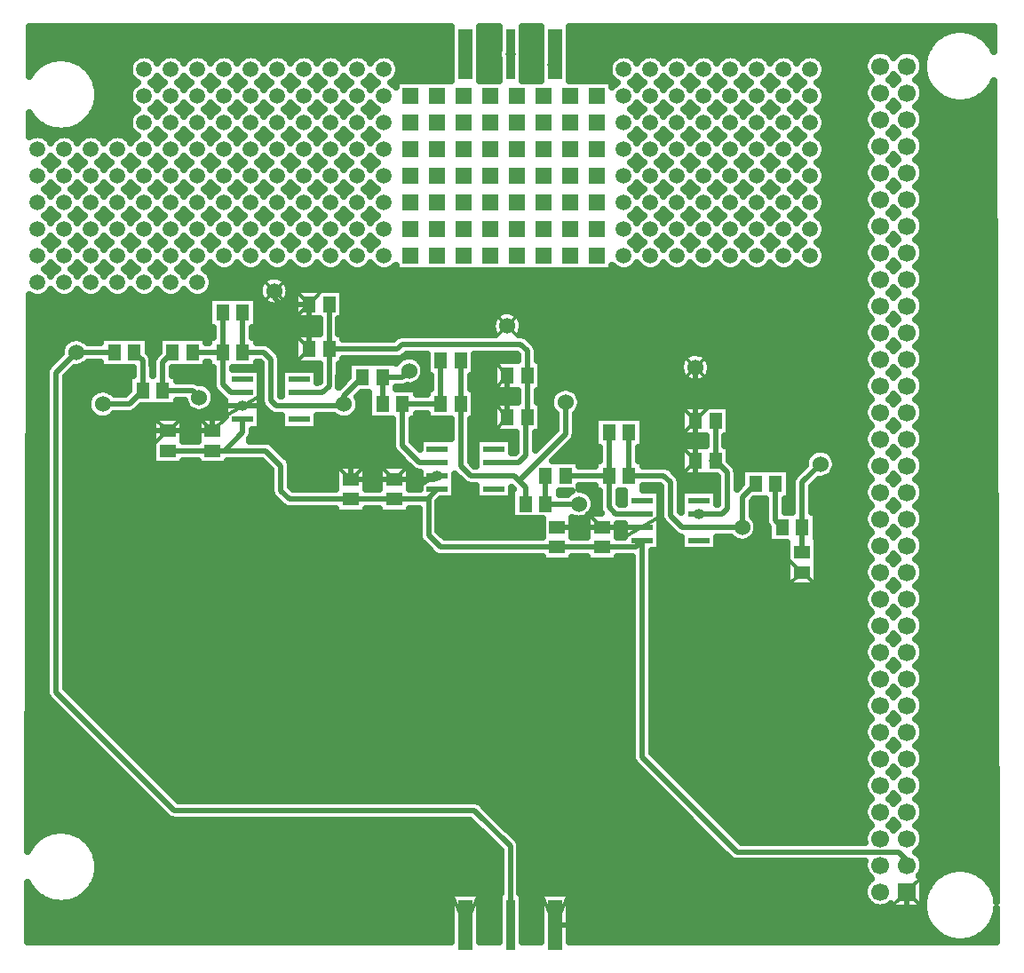
<source format=gbr>
G04 DipTrace 3.3.1.3*
G04 Top.gbr*
%MOIN*%
G04 #@! TF.FileFunction,Copper,L1,Top*
G04 #@! TF.Part,Single*
G04 #@! TA.AperFunction,Conductor*
%ADD12C,0.02*%
G04 #@! TA.AperFunction,CopperBalancing*
%ADD13C,0.025*%
%ADD14C,0.013*%
%ADD15R,0.051181X0.059055*%
%ADD16R,0.059055X0.051181*%
%ADD17R,0.05315X0.185827*%
%ADD18R,0.033858X0.185827*%
G04 #@! TA.AperFunction,ComponentPad*
%ADD19R,0.066929X0.066929*%
%ADD20C,0.066929*%
%ADD21C,0.059055*%
%ADD22R,0.059055X0.059055*%
G04 #@! TA.AperFunction,ComponentPad*
%ADD23C,0.06*%
%ADD24R,0.07874X0.023622*%
G04 #@! TA.AperFunction,ViaPad*
%ADD25C,0.04*%
%FSLAX26Y26*%
G04*
G70*
G90*
G75*
G01*
G04 Top*
%LPD*%
X1489012Y2520010D2*
D12*
X1576414D1*
X1601413Y2545008D1*
Y2682361D1*
X1601266Y2682508D1*
Y2851259D1*
X2220262Y2257510D2*
X2313913D1*
X2338913Y2282510D1*
Y2420157D1*
X2345016Y2426260D1*
Y2582510D2*
Y2426260D1*
X2989012Y2063760D2*
X3076414D1*
X3095163Y2082510D1*
Y2219861D1*
X3051266Y2263759D1*
Y2413760D1*
X1601266Y2682508D2*
X1857662D1*
X1876413Y2701259D1*
X2320163D1*
X2345163Y2676259D1*
Y2582657D1*
X2345016Y2582510D1*
Y2426260D2*
D3*
X3045163Y2263759D2*
X3051266D1*
X2989012Y2063760D2*
D3*
X995163Y2376259D2*
X1163914D1*
X1526462Y2851259D2*
Y2682508D1*
X1395163Y2901259D2*
Y2876258D1*
X1420162Y2851259D1*
X1526462D1*
X1163914Y2376259D2*
Y2445011D1*
X1188913Y2470010D1*
X1276414D1*
X1845213Y2195008D2*
X1995162D1*
X2007663Y2207510D1*
X1682713Y2195008D2*
X1845213D1*
X2270213Y2426260D2*
Y2582510D1*
X2626462Y2013758D2*
X2776411D1*
X2776414Y2013760D1*
X2457713Y2013758D2*
X2626462D1*
X2976462Y2413760D2*
Y2263759D1*
Y2413760D2*
Y2613709D1*
X2976413Y2613759D1*
X1276414Y2470010D2*
X1338913D1*
X1363913Y2445010D1*
Y2357508D1*
X1382662Y2338759D1*
X1657662D1*
X1682662Y2313759D1*
Y2195060D1*
X1682713Y2195008D1*
X2270163Y2588759D2*
Y2582560D1*
X2270213Y2582510D1*
Y2426260D2*
D3*
X2451413Y2013758D2*
X2457713D1*
X2007663Y2207510D2*
D3*
X2976462Y2263759D2*
Y2195008D1*
Y2413760D2*
D3*
X3376413Y1845008D2*
D3*
X1526462Y2682508D2*
D3*
X1276414Y2470010D2*
D3*
X3770213Y645008D2*
Y526259D1*
X3713962Y470008D1*
X3226464D1*
X3176464Y520008D1*
X2632713Y1063759D1*
X1063962D1*
X745213Y1382508D1*
Y2307508D1*
X813964Y2376259D1*
X995163D1*
X2113964Y520008D2*
Y551258D1*
X2448609Y520008D2*
X2451462D1*
X2448609D2*
X3176464D1*
X2113964Y3788758D2*
Y3751259D1*
X2448609Y3788758D2*
Y3760906D1*
X2438962Y3751259D1*
X976216Y2526259D2*
Y2632310D1*
X1013914Y2670008D1*
X976216Y2526259D2*
X1088913D1*
X1113913Y2501259D1*
X3376217Y2013759D2*
Y2182313D1*
X3445163Y2251259D1*
X3376217Y2013759D2*
Y1920007D1*
X3376413Y1919812D1*
X2281287Y3788758D2*
D3*
X995163Y2301456D2*
X1163914D1*
X1207860D1*
X1276414Y2370010D1*
Y2420010D1*
X1845213Y2120205D2*
X1970359D1*
X1974637Y2124483D1*
X2007663Y2157510D1*
X1845213Y2120205D2*
X1682713D1*
X2626462Y1938955D2*
X2751608D1*
X2776414Y1963760D1*
X2457713Y1938955D2*
X2626462D1*
X1163914Y2301456D2*
X1363716D1*
X1420162Y2245010D1*
Y2151259D1*
X1451413Y2120008D1*
X1682516D1*
X1974637Y2124483D2*
Y1984285D1*
X2020163Y1938759D1*
X2457518D1*
X2457713Y1938955D1*
X3770213Y745008D2*
Y763758D1*
X3738962Y795008D1*
X3132713D1*
X2776414Y1151308D1*
Y1963760D1*
X1276217Y2820010D2*
Y2670008D1*
X1357662D1*
X1382662Y2645008D1*
Y2488760D1*
X1401413Y2470010D1*
X1489012D1*
X1651415D1*
X1657663Y2476258D1*
Y2507510D1*
X1726413Y2576259D1*
X2776414Y2063760D2*
X2676411D1*
X2651413Y2088759D1*
Y2207460D1*
X2651462Y2207510D1*
X2488766D1*
X2651462D2*
Y2370008D1*
X901413Y2526259D2*
Y2638562D1*
X869966Y2670008D1*
X751413Y2476259D2*
X851413D1*
X901413Y2526259D1*
X2095016Y2638760D2*
Y2476260D1*
X2220262Y2207510D2*
X2132662D1*
X2095163Y2245008D1*
Y2476113D1*
X2095016Y2476260D1*
X2220262Y2207510D2*
X2295162D1*
X2319742Y2182930D1*
X2338913Y2163759D1*
Y2101259D1*
X2319742Y2182930D2*
Y2194588D1*
X2488913Y2363759D1*
Y2482510D1*
X2007663Y2257510D2*
X1938911D1*
X1876413Y2320008D1*
Y2476065D1*
X1876217Y2476260D1*
X2020213D1*
Y2638760D1*
X1088717Y2670008D2*
X1201414D1*
Y2820010D1*
Y2670008D2*
Y2551258D1*
X1232662Y2520010D1*
X1276414D1*
X2726266Y2370008D2*
Y2207510D1*
X2989012Y2013760D2*
X3151414D1*
X2989012D2*
X2926411D1*
X2882662Y2057510D1*
Y2182510D1*
X2857662Y2207510D1*
X2726266D1*
X3151414Y2013760D2*
Y2126260D1*
X3201413Y2176259D1*
X1801414Y2476260D2*
Y2576061D1*
X1801216Y2576259D1*
X1876413D1*
X1901413Y2601259D1*
X2413962Y2207510D2*
Y2101506D1*
X2413716Y2101259D1*
X2538913D1*
X3276216Y2176259D2*
Y2038957D1*
X3301414Y2013759D1*
X651413Y2670008D2*
X795163D1*
X2281287Y520008D2*
Y815184D1*
X2145213Y951259D1*
X1020213D1*
X576464Y1395008D1*
Y2595058D1*
X651413Y2670008D1*
D25*
X2345016Y2426260D3*
X3045163Y2263759D3*
X2989012Y2063760D3*
X2270163Y2588759D3*
X2270213Y2426260D3*
X2451413Y2013758D3*
X2007663Y2207510D3*
X2270213Y2426260D3*
X2976462Y2195008D3*
X2626411Y2013758D3*
X2976462Y2413760D3*
X3376413Y1845008D3*
X1526462Y2682508D3*
X1276414Y2470010D3*
X2113964Y551258D3*
X2451462Y520008D3*
X2113964Y3751259D3*
X2438962D3*
X2113964D3*
X2281287Y3788758D3*
X478903Y3870138D2*
D13*
X2058405D1*
X2169550D2*
X2235350D1*
X2327226D2*
X2393025D1*
X2504171D2*
X3910388D1*
X4030039D2*
X4092859D1*
X478867Y3845270D2*
X2058405D1*
X2169550D2*
X2235350D1*
X2327226D2*
X2393025D1*
X2504171D2*
X3873427D1*
X4066999D2*
X4092931D1*
X478796Y3820401D2*
X2058405D1*
X2169550D2*
X2235350D1*
X2327226D2*
X2393025D1*
X2504171D2*
X3852579D1*
X478759Y3795532D2*
X2058405D1*
X2169550D2*
X2232767D1*
X2329773D2*
X2393025D1*
X2504171D2*
X3635407D1*
X3704999D2*
X3735417D1*
X3805008D2*
X3839696D1*
X478724Y3770663D2*
X553423D1*
X637008D2*
X864179D1*
X951247D2*
X964188D1*
X1051256D2*
X1064197D1*
X1151229D2*
X1164171D1*
X1251238D2*
X1264180D1*
X1351247D2*
X1364190D1*
X1451256D2*
X1464199D1*
X1551230D2*
X1564172D1*
X1651239D2*
X1664182D1*
X1751249D2*
X1764191D1*
X1851258D2*
X2058405D1*
X2169550D2*
X2235350D1*
X2327226D2*
X2393025D1*
X2504171D2*
X2664203D1*
X2751233D2*
X2764195D1*
X2851242D2*
X2864184D1*
X2951251D2*
X2964193D1*
X3051225D2*
X3064167D1*
X3151234D2*
X3164176D1*
X3251243D2*
X3264186D1*
X3351252D2*
X3364195D1*
X3451226D2*
X3613519D1*
X478688Y3745794D2*
X506199D1*
X684233D2*
X850794D1*
X1864642D2*
X2058405D1*
X2169550D2*
X2235350D1*
X2327226D2*
X2393025D1*
X2504171D2*
X2650781D1*
X3464648D2*
X3607741D1*
X708132Y3720926D2*
X850399D1*
X1865037D2*
X2058405D1*
X2169550D2*
X2235350D1*
X2327226D2*
X2393025D1*
X2504171D2*
X2650386D1*
X3465041D2*
X3612801D1*
X722844Y3696057D2*
X862672D1*
X952754D2*
X962680D1*
X1052763D2*
X1062659D1*
X1152772D2*
X1162658D1*
X1252746D2*
X1262674D1*
X1352755D2*
X1362646D1*
X1452764D2*
X1462655D1*
X1552773D2*
X1562666D1*
X1652747D2*
X1662675D1*
X1752756D2*
X1762662D1*
X1852766D2*
X2058405D1*
X2169550D2*
X2235350D1*
X2327226D2*
X2393025D1*
X2504171D2*
X2662659D1*
X2752776D2*
X2762655D1*
X2852750D2*
X2862636D1*
X2952759D2*
X2962651D1*
X3052768D2*
X3062661D1*
X3152777D2*
X3162670D1*
X3252751D2*
X3262679D1*
X3352760D2*
X3362651D1*
X3452770D2*
X3633075D1*
X3707331D2*
X3733085D1*
X3807340D2*
X3839086D1*
X731456Y3671188D2*
X864682D1*
X950745D2*
X964691D1*
X1050754D2*
X1064665D1*
X1150763D2*
X1164674D1*
X1250737D2*
X1264683D1*
X1350746D2*
X1364692D1*
X1450755D2*
X1464666D1*
X1550764D2*
X1564675D1*
X1650737D2*
X1664684D1*
X1750746D2*
X1764693D1*
X2750731D2*
X2764678D1*
X2850741D2*
X2864687D1*
X2950750D2*
X2964696D1*
X3050759D2*
X3064670D1*
X3150731D2*
X3164679D1*
X3250741D2*
X3264688D1*
X3350750D2*
X3364697D1*
X3450759D2*
X3613770D1*
X3826646D2*
X3851539D1*
X735153Y3646319D2*
X850902D1*
X3464503D2*
X3607777D1*
X3832675D2*
X3871776D1*
X4068650D2*
X4093649D1*
X734255Y3621451D2*
X850292D1*
X3465149D2*
X3612586D1*
X3827867D2*
X3907087D1*
X4033339D2*
X4093756D1*
X728729Y3596582D2*
X862207D1*
X953220D2*
X962226D1*
X1053193D2*
X1062195D1*
X1153203D2*
X1162251D1*
X1253212D2*
X1262207D1*
X1353221D2*
X1362216D1*
X1453195D2*
X1462225D1*
X1553204D2*
X1562234D1*
X1653213D2*
X1662208D1*
X1753222D2*
X1762210D1*
X2753207D2*
X2762195D1*
X2853216D2*
X2862238D1*
X2953190D2*
X2962239D1*
X3053199D2*
X3062229D1*
X3153208D2*
X3162203D1*
X3253217D2*
X3262212D1*
X3353191D2*
X3362221D1*
X3453200D2*
X3632357D1*
X3708086D2*
X3732367D1*
X3808095D2*
X4093829D1*
X717928Y3571713D2*
X865184D1*
X950242D2*
X965193D1*
X1050251D2*
X1065203D1*
X1150225D2*
X1165176D1*
X1250234D2*
X1265186D1*
X1350243D2*
X1365195D1*
X1450252D2*
X1465204D1*
X1550225D2*
X1565178D1*
X1650234D2*
X1665187D1*
X1750245D2*
X1765196D1*
X2750229D2*
X2765180D1*
X2850238D2*
X2865190D1*
X2950247D2*
X2965199D1*
X3050256D2*
X3065172D1*
X3150230D2*
X3165182D1*
X3250239D2*
X3265191D1*
X3350249D2*
X3365200D1*
X3450221D2*
X3614020D1*
X3826396D2*
X4093936D1*
X478329Y3546844D2*
X490267D1*
X700165D2*
X851046D1*
X3464360D2*
X3607777D1*
X3832640D2*
X4094007D1*
X478258Y3521976D2*
X519871D1*
X670561D2*
X850184D1*
X3465256D2*
X3612334D1*
X3828082D2*
X4094115D1*
X478221Y3497107D2*
X861775D1*
X953651D2*
X961797D1*
X1053624D2*
X1061756D1*
X1153633D2*
X1161801D1*
X1253642D2*
X1261819D1*
X1353651D2*
X1361785D1*
X1453625D2*
X1461794D1*
X1553634D2*
X1561804D1*
X1653644D2*
X1661809D1*
X1753653D2*
X1761785D1*
X2753637D2*
X2761762D1*
X2853646D2*
X2861794D1*
X2953657D2*
X2961792D1*
X3053629D2*
X3061798D1*
X3153638D2*
X3161772D1*
X3253648D2*
X3261781D1*
X3353621D2*
X3361791D1*
X3453630D2*
X3631640D1*
X3708802D2*
X3731649D1*
X3808776D2*
X4094187D1*
X549703Y3472238D2*
X565695D1*
X649712D2*
X665704D1*
X749721D2*
X765713D1*
X849730D2*
X865722D1*
X949704D2*
X965696D1*
X1049713D2*
X1065705D1*
X1149722D2*
X1165714D1*
X1249731D2*
X1265724D1*
X1349705D2*
X1365697D1*
X1449714D2*
X1465707D1*
X1549724D2*
X1565716D1*
X1649733D2*
X1665725D1*
X1749705D2*
X1765697D1*
X2749726D2*
X2765718D1*
X2849735D2*
X2865692D1*
X2949709D2*
X2965701D1*
X3049718D2*
X3065710D1*
X3149728D2*
X3165720D1*
X3249700D2*
X3265693D1*
X3349709D2*
X3365703D1*
X3449720D2*
X3614272D1*
X3826144D2*
X4094294D1*
X3464216Y3447369D2*
X3607813D1*
X3832640D2*
X4094367D1*
X3465329Y3422501D2*
X3612119D1*
X3828297D2*
X4094474D1*
X3454061Y3397632D2*
X3630959D1*
X3709485D2*
X3730968D1*
X3809459D2*
X4094545D1*
X549200Y3372763D2*
X566233D1*
X649174D2*
X666242D1*
X749183D2*
X766251D1*
X849192D2*
X866260D1*
X949166D2*
X966234D1*
X1049175D2*
X1066243D1*
X1149184D2*
X1166252D1*
X1249193D2*
X1266226D1*
X1349166D2*
X1366235D1*
X1449175D2*
X1466245D1*
X1549184D2*
X1566254D1*
X1649195D2*
X1666228D1*
X1749167D2*
X1766237D1*
X2749188D2*
X2766256D1*
X2849197D2*
X2866230D1*
X2949171D2*
X2966239D1*
X3049180D2*
X3066249D1*
X3149190D2*
X3166258D1*
X3249199D2*
X3266231D1*
X3349171D2*
X3366241D1*
X3449180D2*
X3614558D1*
X3825857D2*
X4094654D1*
X3464073Y3347894D2*
X3607813D1*
X3832603D2*
X4094725D1*
X3465436Y3323025D2*
X3611939D1*
X3828512D2*
X4094833D1*
X3454491Y3298157D2*
X3630276D1*
X3710130D2*
X3730285D1*
X3810140D2*
X4094905D1*
X548627Y3273288D2*
X566808D1*
X648636D2*
X666780D1*
X748645D2*
X766789D1*
X848617D2*
X866800D1*
X948627D2*
X966809D1*
X1048637D2*
X1066781D1*
X1148646D2*
X1166791D1*
X1248619D2*
X1266800D1*
X1348628D2*
X1366809D1*
X1448637D2*
X1466783D1*
X1548646D2*
X1566792D1*
X1648620D2*
X1666801D1*
X1748629D2*
X1766810D1*
X2748650D2*
X2766794D1*
X2848623D2*
X2866804D1*
X2948632D2*
X2966777D1*
X3048641D2*
X3066787D1*
X3148650D2*
X3166796D1*
X3248624D2*
X3266805D1*
X3348633D2*
X3366779D1*
X3448642D2*
X3614846D1*
X3825606D2*
X4095012D1*
X3463930Y3248419D2*
X3607848D1*
X3832567D2*
X4095085D1*
X3465508Y3223550D2*
X3611724D1*
X3828692D2*
X4095192D1*
X3454886Y3198682D2*
X3629630D1*
X3710776D2*
X3729640D1*
X3810785D2*
X4095263D1*
X548052Y3173813D2*
X567346D1*
X648061D2*
X667355D1*
X748070D2*
X767364D1*
X848079D2*
X867373D1*
X948053D2*
X967347D1*
X1048062D2*
X1067356D1*
X1148071D2*
X1167365D1*
X1248081D2*
X1267375D1*
X1348054D2*
X1367347D1*
X1448064D2*
X1467357D1*
X1548073D2*
X1567367D1*
X1648082D2*
X1667376D1*
X1748056D2*
X1767348D1*
X2748075D2*
X2767369D1*
X2848085D2*
X2867343D1*
X2948058D2*
X2967352D1*
X3048067D2*
X3067361D1*
X3148077D2*
X3167371D1*
X3248086D2*
X3267343D1*
X3348060D2*
X3367352D1*
X3448069D2*
X3615133D1*
X3825319D2*
X4095371D1*
X3463785Y3148944D2*
X3607885D1*
X3832532D2*
X4095443D1*
X3465616Y3124075D2*
X3611508D1*
X3828907D2*
X4095550D1*
X3455281Y3099207D2*
X3629020D1*
X3711422D2*
X3728994D1*
X3811432D2*
X4095623D1*
X547478Y3074338D2*
X567956D1*
X647487D2*
X667928D1*
X747497D2*
X767938D1*
X847506D2*
X867948D1*
X947478D2*
X967920D1*
X1047489D2*
X1067930D1*
X1147498D2*
X1167939D1*
X1247470D2*
X1267948D1*
X1347480D2*
X1367922D1*
X1447489D2*
X1467931D1*
X1547498D2*
X1567940D1*
X1647472D2*
X1667949D1*
X1747481D2*
X1767923D1*
X2747502D2*
X2767943D1*
X2847474D2*
X2867952D1*
X2947483D2*
X2967926D1*
X3047493D2*
X3067935D1*
X3147502D2*
X3167944D1*
X3247476D2*
X3267953D1*
X3347485D2*
X3367927D1*
X3447494D2*
X3615420D1*
X3825032D2*
X4095730D1*
X3463607Y3049469D2*
X3607920D1*
X3832495D2*
X4095802D1*
X3465687Y3024600D2*
X3611330D1*
X3829087D2*
X4095910D1*
X3455640Y2999731D2*
X3628410D1*
X3712032D2*
X3728384D1*
X3812041D2*
X4095981D1*
X546903Y2974863D2*
X568529D1*
X646877D2*
X668539D1*
X746886D2*
X768548D1*
X846896D2*
X868522D1*
X946905D2*
X968531D1*
X1046878D2*
X1068540D1*
X1146888D2*
X3615707D1*
X3824709D2*
X4096088D1*
X1163430Y2949994D2*
X1364082D1*
X1426246D2*
X3607956D1*
X3832460D2*
X4096161D1*
X1165763Y2925125D2*
X1341439D1*
X1448889D2*
X3611150D1*
X3829302D2*
X4096268D1*
X1156037Y2900256D2*
X1336165D1*
X1454163D2*
X1471878D1*
X1655868D2*
X3627800D1*
X3712642D2*
X3727809D1*
X3812616D2*
X4096340D1*
X477109Y2875388D2*
X1146839D1*
X1330793D2*
X1342444D1*
X1447884D2*
X1471878D1*
X1655868D2*
X3616031D1*
X3824422D2*
X4096448D1*
X477037Y2850519D2*
X1146839D1*
X1330793D2*
X1367814D1*
X1422514D2*
X1471878D1*
X1655868D2*
X3607993D1*
X3832424D2*
X4096519D1*
X477002Y2825650D2*
X1146839D1*
X1330793D2*
X1471878D1*
X1655868D2*
X2257850D1*
X2282478D2*
X3610970D1*
X3829481D2*
X4096627D1*
X476965Y2800781D2*
X1146839D1*
X1330793D2*
X1471878D1*
X1655868D2*
X2220279D1*
X2320049D2*
X3627226D1*
X3713217D2*
X3727235D1*
X3813190D2*
X4096699D1*
X476930Y2775913D2*
X1146839D1*
X1330793D2*
X1562271D1*
X1640259D2*
X2211487D1*
X2328840D2*
X3616317D1*
X3824099D2*
X4096806D1*
X476857Y2751044D2*
X1162413D1*
X1315220D2*
X1562271D1*
X1640259D2*
X2214430D1*
X2325898D2*
X3608064D1*
X3832388D2*
X4096878D1*
X476822Y2726175D2*
X642773D1*
X660012D2*
X1162413D1*
X1315220D2*
X1471878D1*
X1655868D2*
X1847226D1*
X2349367D2*
X3610791D1*
X3829661D2*
X4096986D1*
X476787Y2701306D2*
X601867D1*
X924549D2*
X959309D1*
X1378951D2*
X1471878D1*
X2374199D2*
X3626651D1*
X3713755D2*
X3726661D1*
X3813764D2*
X4097058D1*
X476750Y2676438D2*
X592788D1*
X924549D2*
X959309D1*
X1405361D2*
X1471878D1*
X2384174D2*
X3616640D1*
X3823776D2*
X4097166D1*
X476678Y2651569D2*
X578864D1*
X1421078D2*
X1471878D1*
X1929629D2*
X1965608D1*
X2149599D2*
X2306150D1*
X2384174D2*
X2931934D1*
X3020903D2*
X3608100D1*
X3832317D2*
X4097237D1*
X476642Y2626700D2*
X553997D1*
X690190D2*
X740558D1*
X1330793D2*
X1343665D1*
X1421653D2*
X1471878D1*
X1655868D2*
X1671825D1*
X1954354D2*
X1965608D1*
X2149599D2*
X2215613D1*
X2399604D2*
X2918909D1*
X3033893D2*
X3610612D1*
X3829805D2*
X4097344D1*
X476607Y2601831D2*
X538100D1*
X637368D2*
X862422D1*
X1015228D2*
X1162413D1*
X1640402D2*
X1671825D1*
X2149599D2*
X2215613D1*
X2399604D2*
X2918692D1*
X3034145D2*
X3626113D1*
X3714329D2*
X3726087D1*
X3814338D2*
X4097417D1*
X476570Y2576962D2*
X537455D1*
X615478D2*
X846812D1*
X1030802D2*
X1162413D1*
X1640402D2*
X1671825D1*
X1954927D2*
X1981218D1*
X2134025D2*
X2215613D1*
X2399604D2*
X2931037D1*
X3021800D2*
X3616964D1*
X3823453D2*
X4097524D1*
X476499Y2552094D2*
X537455D1*
X615478D2*
X846812D1*
X1141074D2*
X1162413D1*
X1640402D2*
X1648109D1*
X1931746D2*
X1981218D1*
X2134025D2*
X2215613D1*
X2399604D2*
X3608171D1*
X3832245D2*
X4097596D1*
X476462Y2527225D2*
X537455D1*
X615478D2*
X724519D1*
X778285D2*
X846812D1*
X1930813D2*
X1965608D1*
X2149599D2*
X2215613D1*
X2399604D2*
X2451876D1*
X2525952D2*
X3610432D1*
X3829983D2*
X4097704D1*
X476427Y2502356D2*
X537455D1*
X615478D2*
X698789D1*
X1172903D2*
X1196180D1*
X1710270D2*
X1746823D1*
X2149599D2*
X2306006D1*
X2384031D2*
X2433503D1*
X2544325D2*
X3625575D1*
X3714867D2*
X3725549D1*
X3814877D2*
X4097775D1*
X476392Y2477487D2*
X537455D1*
X615478D2*
X692438D1*
X1030802D2*
X1060144D1*
X1167665D2*
X1208058D1*
X1716657D2*
X1746823D1*
X2149599D2*
X2215613D1*
X2399604D2*
X2430129D1*
X2547699D2*
X3617322D1*
X3823130D2*
X4097882D1*
X476319Y2452619D2*
X537455D1*
X615478D2*
X697606D1*
X881882D2*
X1082679D1*
X1145165D2*
X1208058D1*
X1344788D2*
X1364692D1*
X1711489D2*
X1746823D1*
X2149599D2*
X2215613D1*
X2399604D2*
X2438455D1*
X2539373D2*
X2921886D1*
X3105840D2*
X3608243D1*
X3832209D2*
X4097955D1*
X476284Y2427750D2*
X537455D1*
X615478D2*
X719961D1*
X782878D2*
X936629D1*
X1053696D2*
X1105393D1*
X1344788D2*
X1420636D1*
X1557367D2*
X1626180D1*
X1689133D2*
X1746823D1*
X1930813D2*
X1965608D1*
X2149599D2*
X2215613D1*
X2399604D2*
X2449902D1*
X2527926D2*
X2921886D1*
X3105840D2*
X3610289D1*
X3830128D2*
X4098062D1*
X476247Y2402881D2*
X537455D1*
X615478D2*
X936629D1*
X1053696D2*
X1105393D1*
X1344788D2*
X1420636D1*
X1557367D2*
X1837431D1*
X1915419D2*
X2056180D1*
X2134169D2*
X2215613D1*
X2399604D2*
X2449902D1*
X2527926D2*
X2596884D1*
X2780873D2*
X2921886D1*
X3105840D2*
X3625037D1*
X3715369D2*
X3725046D1*
X3815378D2*
X4098134D1*
X476212Y2378012D2*
X537455D1*
X615478D2*
X936629D1*
X1053696D2*
X1105393D1*
X1315399D2*
X1837431D1*
X1915419D2*
X2056180D1*
X2134169D2*
X2215613D1*
X2399604D2*
X2449040D1*
X2527926D2*
X2596884D1*
X2780873D2*
X2921886D1*
X3105840D2*
X3617645D1*
X3822771D2*
X4098242D1*
X476140Y2353144D2*
X537455D1*
X615478D2*
X936629D1*
X1053696D2*
X1105393D1*
X1311272D2*
X1837431D1*
X1915419D2*
X2056180D1*
X2134169D2*
X2299906D1*
X2377930D2*
X2424172D1*
X2526347D2*
X2596884D1*
X2780873D2*
X3012279D1*
X3090267D2*
X3608315D1*
X3832137D2*
X4098314D1*
X476104Y2328275D2*
X537455D1*
X615478D2*
X936629D1*
X1390972D2*
X1837431D1*
X1922272D2*
X1939306D1*
X2134169D2*
X2151884D1*
X2288615D2*
X2299906D1*
X2377930D2*
X2399305D1*
X2507544D2*
X2596884D1*
X2780873D2*
X3012279D1*
X3090267D2*
X3610145D1*
X3830306D2*
X4098422D1*
X476069Y2303406D2*
X537455D1*
X615478D2*
X936629D1*
X1415875D2*
X1841414D1*
X2134169D2*
X2151884D1*
X2288615D2*
X2299906D1*
X2482676D2*
X2612457D1*
X2765264D2*
X2921886D1*
X3105840D2*
X3420928D1*
X3469419D2*
X3624535D1*
X3715907D2*
X3724553D1*
X3815881D2*
X4098493D1*
X476032Y2278537D2*
X537455D1*
X615478D2*
X936629D1*
X1440743D2*
X1863770D1*
X2134169D2*
X2151884D1*
X2457809D2*
X2612457D1*
X2765264D2*
X2921886D1*
X3105840D2*
X3393190D1*
X3497158D2*
X3618003D1*
X3822413D2*
X4098600D1*
X475961Y2253669D2*
X537455D1*
X615478D2*
X936629D1*
X1053696D2*
X1105393D1*
X1222460D2*
X1357372D1*
X1458111D2*
X1888637D1*
X2140628D2*
X2151884D1*
X2543356D2*
X2596884D1*
X2780873D2*
X2921886D1*
X3115457D2*
X3386228D1*
X3504120D2*
X3608386D1*
X3832065D2*
X4098672D1*
X475924Y2228800D2*
X537455D1*
X615478D2*
X1381163D1*
X1459151D2*
X1624171D1*
X1741237D2*
X1786691D1*
X1903756D2*
X1913864D1*
X2890501D2*
X2921886D1*
X3133041D2*
X3146809D1*
X3330798D2*
X3368573D1*
X3499490D2*
X3609965D1*
X3830451D2*
X4098780D1*
X475889Y2203931D2*
X537455D1*
X615478D2*
X1381163D1*
X1459151D2*
X1624171D1*
X1741237D2*
X1786691D1*
X1903756D2*
X1939306D1*
X2914722D2*
X3056165D1*
X3134154D2*
X3146809D1*
X3330798D2*
X3344315D1*
X3478535D2*
X3624032D1*
X3716410D2*
X3724061D1*
X3816384D2*
X4098852D1*
X475854Y2179062D2*
X537455D1*
X615478D2*
X1381163D1*
X1459151D2*
X1624171D1*
X1741237D2*
X1786691D1*
X1903756D2*
X1939306D1*
X2076036D2*
X2107280D1*
X2921648D2*
X3056165D1*
X3134154D2*
X3146809D1*
X3427077D2*
X3618363D1*
X3822053D2*
X4098960D1*
X475781Y2154193D2*
X537455D1*
X615478D2*
X1381163D1*
X2076036D2*
X2151884D1*
X2561155D2*
X2596884D1*
X2780873D2*
X2843659D1*
X2921648D2*
X3056165D1*
X3415234D2*
X3608459D1*
X3831957D2*
X4099031D1*
X475746Y2129325D2*
X537455D1*
X615478D2*
X1388483D1*
X2076036D2*
X2151884D1*
X2590436D2*
X2612422D1*
X2690410D2*
X2708053D1*
X3415234D2*
X3609822D1*
X3830594D2*
X4099138D1*
X475709Y2104456D2*
X537455D1*
X615478D2*
X1412848D1*
X2013634D2*
X2284333D1*
X2597829D2*
X2612422D1*
X2690410D2*
X2708053D1*
X3190420D2*
X3237201D1*
X3315225D2*
X3337210D1*
X3415234D2*
X3623529D1*
X3816886D2*
X4099210D1*
X475674Y2079587D2*
X537455D1*
X615478D2*
X1624171D1*
X1741237D2*
X1786691D1*
X1903756D2*
X1935645D1*
X2013634D2*
X2284333D1*
X2593594D2*
X2613570D1*
X3190420D2*
X3237201D1*
X3315225D2*
X3337210D1*
X3415234D2*
X3618721D1*
X3821695D2*
X4099318D1*
X475602Y2054718D2*
X537455D1*
X615478D2*
X1935645D1*
X2013634D2*
X2284333D1*
X3192825D2*
X3237201D1*
X3430808D2*
X3608531D1*
X3831885D2*
X4099390D1*
X475566Y2029850D2*
X537455D1*
X615478D2*
X1935645D1*
X2013634D2*
X2399197D1*
X2516228D2*
X2567924D1*
X2844784D2*
X2856218D1*
X3208075D2*
X3238385D1*
X3430808D2*
X3609679D1*
X3830737D2*
X4099498D1*
X475529Y2004981D2*
X537455D1*
X615478D2*
X1935645D1*
X2013634D2*
X2399197D1*
X2516228D2*
X2567924D1*
X2684991D2*
X2708053D1*
X2844784D2*
X2881086D1*
X3209726D2*
X3246818D1*
X3430808D2*
X3623064D1*
X3817352D2*
X4099570D1*
X475494Y1980112D2*
X537455D1*
X615478D2*
X1935861D1*
X2032940D2*
X2399197D1*
X2516228D2*
X2567924D1*
X2684991D2*
X2708053D1*
X2844784D2*
X2909758D1*
X3199319D2*
X3246818D1*
X3430808D2*
X3619081D1*
X3821335D2*
X4099678D1*
X475422Y1955243D2*
X537455D1*
X615478D2*
X1949569D1*
X2844784D2*
X2920630D1*
X3057397D2*
X3317868D1*
X3434935D2*
X3608638D1*
X3831814D2*
X4099749D1*
X475386Y1930375D2*
X537455D1*
X615478D2*
X1974436D1*
X2844784D2*
X2920630D1*
X3057397D2*
X3317868D1*
X3434935D2*
X3609571D1*
X3830881D2*
X4099856D1*
X475351Y1905506D2*
X537455D1*
X615478D2*
X2002606D1*
X2815430D2*
X3317868D1*
X3434935D2*
X3622596D1*
X3817819D2*
X4099928D1*
X475314Y1880637D2*
X537455D1*
X615478D2*
X2737406D1*
X2815430D2*
X3317868D1*
X3434935D2*
X3619476D1*
X3820941D2*
X4100036D1*
X475243Y1855768D2*
X537455D1*
X615478D2*
X2737406D1*
X2815430D2*
X3317868D1*
X3434935D2*
X3608709D1*
X3831707D2*
X4100108D1*
X475207Y1830899D2*
X537455D1*
X615478D2*
X2737406D1*
X2815430D2*
X3317868D1*
X3434935D2*
X3609427D1*
X3830989D2*
X4100216D1*
X475171Y1806031D2*
X537455D1*
X615478D2*
X2737406D1*
X2815430D2*
X3317868D1*
X3434935D2*
X3622130D1*
X3818285D2*
X4100287D1*
X475136Y1781162D2*
X537455D1*
X615478D2*
X2737406D1*
X2815430D2*
X3619869D1*
X3820546D2*
X4100396D1*
X475064Y1756293D2*
X537455D1*
X615478D2*
X2737406D1*
X2815430D2*
X3608817D1*
X3831599D2*
X4100466D1*
X475028Y1731424D2*
X537455D1*
X615478D2*
X2737406D1*
X2815430D2*
X3609319D1*
X3831132D2*
X4100574D1*
X474991Y1706556D2*
X537455D1*
X615478D2*
X2737406D1*
X2815430D2*
X3621700D1*
X3818716D2*
X4100646D1*
X474956Y1681687D2*
X537455D1*
X615478D2*
X2737406D1*
X2815430D2*
X3620264D1*
X3820151D2*
X4100754D1*
X474884Y1656818D2*
X537455D1*
X615478D2*
X2737406D1*
X2815430D2*
X3608926D1*
X3831491D2*
X4100826D1*
X474848Y1631949D2*
X537455D1*
X615478D2*
X2737406D1*
X2815430D2*
X3609176D1*
X3831239D2*
X4100934D1*
X474813Y1607081D2*
X537455D1*
X615478D2*
X2737406D1*
X2815430D2*
X3621270D1*
X3819146D2*
X4101004D1*
X474776Y1582212D2*
X537455D1*
X615478D2*
X2737406D1*
X2815430D2*
X3620695D1*
X3819756D2*
X4101112D1*
X474705Y1557343D2*
X537455D1*
X615478D2*
X2737406D1*
X2815430D2*
X3609033D1*
X3831384D2*
X4101184D1*
X474669Y1532474D2*
X537455D1*
X615478D2*
X2737406D1*
X2815430D2*
X3609069D1*
X3831347D2*
X4101292D1*
X474633Y1507606D2*
X537455D1*
X615478D2*
X2737406D1*
X2815430D2*
X3620839D1*
X3819578D2*
X4101364D1*
X474598Y1482737D2*
X537455D1*
X615478D2*
X2737406D1*
X2815430D2*
X3621090D1*
X3819326D2*
X4101472D1*
X474525Y1457868D2*
X537455D1*
X615478D2*
X2737406D1*
X2815430D2*
X3609141D1*
X3831276D2*
X4101544D1*
X474490Y1432999D2*
X537455D1*
X615478D2*
X2737406D1*
X2815430D2*
X3608961D1*
X3831455D2*
X4101651D1*
X474453Y1408130D2*
X537455D1*
X617452D2*
X2737406D1*
X2815430D2*
X3620444D1*
X3820008D2*
X4101722D1*
X474418Y1383262D2*
X539392D1*
X642319D2*
X2737406D1*
X2815430D2*
X3621520D1*
X3818896D2*
X4101830D1*
X474346Y1358393D2*
X558948D1*
X667187D2*
X2737406D1*
X2815430D2*
X3609249D1*
X3831169D2*
X4101902D1*
X474310Y1333524D2*
X583817D1*
X692056D2*
X2737406D1*
X2815430D2*
X3608854D1*
X3831562D2*
X4102010D1*
X474273Y1308655D2*
X608684D1*
X716923D2*
X2737406D1*
X2815430D2*
X3620014D1*
X3820402D2*
X4102082D1*
X474238Y1283787D2*
X633552D1*
X741791D2*
X2737406D1*
X2815430D2*
X3621987D1*
X3818465D2*
X4102190D1*
X474166Y1258918D2*
X658419D1*
X766658D2*
X2737406D1*
X2815430D2*
X3609392D1*
X3831024D2*
X4102260D1*
X474130Y1234049D2*
X683288D1*
X791527D2*
X2737406D1*
X2815430D2*
X3608746D1*
X3831670D2*
X4102368D1*
X474095Y1209180D2*
X708155D1*
X816394D2*
X2737406D1*
X2815430D2*
X3619619D1*
X3820797D2*
X4102440D1*
X474058Y1184312D2*
X733058D1*
X841262D2*
X2737406D1*
X2815430D2*
X3622418D1*
X3817998D2*
X4102548D1*
X473987Y1159443D2*
X757927D1*
X866166D2*
X2737406D1*
X2822392D2*
X3609499D1*
X3830917D2*
X4102620D1*
X473951Y1134574D2*
X782794D1*
X891033D2*
X2741461D1*
X2847259D2*
X3608674D1*
X3831777D2*
X4102728D1*
X473915Y1109705D2*
X807662D1*
X915901D2*
X2763889D1*
X2872128D2*
X3619260D1*
X3821192D2*
X4102800D1*
X473880Y1084836D2*
X832529D1*
X940768D2*
X2788756D1*
X2896995D2*
X3622884D1*
X3817532D2*
X4102907D1*
X473808Y1059968D2*
X857397D1*
X965636D2*
X2813624D1*
X2921863D2*
X3609642D1*
X3830773D2*
X4102978D1*
X473772Y1035099D2*
X882266D1*
X990504D2*
X2838491D1*
X2946730D2*
X3608566D1*
X3831850D2*
X4103086D1*
X473735Y1010230D2*
X907133D1*
X1015372D2*
X2863359D1*
X2971598D2*
X3618865D1*
X3821550D2*
X4103158D1*
X473700Y985361D2*
X932001D1*
X2160724D2*
X2888228D1*
X2996466D2*
X3623351D1*
X3817065D2*
X4103266D1*
X473628Y960493D2*
X956868D1*
X2190112D2*
X2913095D1*
X3021334D2*
X3609787D1*
X3830629D2*
X4103338D1*
X473592Y935624D2*
X981737D1*
X2214980D2*
X2937962D1*
X3046201D2*
X3608494D1*
X3831922D2*
X4103445D1*
X473557Y910755D2*
X2131609D1*
X2239848D2*
X2962830D1*
X3071069D2*
X3618506D1*
X3821945D2*
X4103516D1*
X473520Y885886D2*
X2156477D1*
X2264716D2*
X2987734D1*
X3095936D2*
X3623854D1*
X3816599D2*
X4103624D1*
X473449Y861018D2*
X529487D1*
X660907D2*
X2181344D1*
X2289583D2*
X3012602D1*
X3120840D2*
X3609930D1*
X3830486D2*
X4103696D1*
X473413Y836149D2*
X495469D1*
X694962D2*
X2206212D1*
X2313662D2*
X3037469D1*
X3145708D2*
X3608423D1*
X3832029D2*
X4103804D1*
X714699Y811280D2*
X2231081D1*
X2320300D2*
X3062338D1*
X3822305D2*
X4103876D1*
X726827Y786411D2*
X2242276D1*
X2320300D2*
X3087205D1*
X3816096D2*
X4103983D1*
X733430Y761543D2*
X2242276D1*
X2320300D2*
X3115625D1*
X3830343D2*
X4104056D1*
X735331Y736674D2*
X2242276D1*
X2320300D2*
X3608315D1*
X3832102D2*
X4104163D1*
X732676Y711805D2*
X2242276D1*
X2320300D2*
X3617788D1*
X3822663D2*
X3894922D1*
X4045504D2*
X4104234D1*
X725212Y686936D2*
X2242276D1*
X2320300D2*
X3624857D1*
X3832675D2*
X3865281D1*
X4075145D2*
X4104342D1*
X712007Y662067D2*
X2242276D1*
X2320300D2*
X3610217D1*
X3832675D2*
X3847519D1*
X4092907D2*
X4104443D1*
X473054Y637199D2*
X499812D1*
X690585D2*
X2058405D1*
X2169550D2*
X2235350D1*
X2327226D2*
X2393025D1*
X2504171D2*
X3608243D1*
X473018Y612330D2*
X538315D1*
X652116D2*
X2058405D1*
X2169550D2*
X2235350D1*
X2327226D2*
X2393025D1*
X2504171D2*
X3617430D1*
X472982Y587461D2*
X2058405D1*
X2169550D2*
X2235350D1*
X2327226D2*
X2393025D1*
X2504171D2*
X3650873D1*
X3689569D2*
X3707750D1*
X472910Y562592D2*
X2058405D1*
X2169550D2*
X2235350D1*
X2327226D2*
X2393025D1*
X2504171D2*
X3833955D1*
X472875Y537724D2*
X2058405D1*
X2169550D2*
X2235350D1*
X2327226D2*
X2393025D1*
X2504171D2*
X3842567D1*
X472839Y512855D2*
X2058405D1*
X2169550D2*
X2235350D1*
X2327226D2*
X2393025D1*
X2504171D2*
X3857280D1*
X4083146D2*
X4104952D1*
X472802Y487986D2*
X2058405D1*
X2169550D2*
X2235350D1*
X2327226D2*
X2393025D1*
X2504171D2*
X3881179D1*
X4059247D2*
X4105060D1*
X472731Y463117D2*
X2058405D1*
X2169550D2*
X2235350D1*
X2327226D2*
X2393025D1*
X2504171D2*
X3928367D1*
X4012060D2*
X4105132D1*
X2926209Y2319787D2*
X3014764D1*
X3014766Y2357739D1*
X2924372Y2357733D1*
Y2469788D1*
X3103356D1*
Y2357733D1*
X3087747D1*
X3087766Y2319780D1*
X3103356Y2319787D1*
Y2263270D1*
X3122918Y2243566D1*
X3126285Y2238932D1*
X3128885Y2233830D1*
X3130655Y2228382D1*
X3131550Y2222725D1*
X3131663Y2173930D1*
Y2158104D1*
X3149329Y2175794D1*
X3149322Y2232287D1*
X3328306D1*
Y2120231D1*
X3312697D1*
X3312716Y2069791D1*
X3339716Y2069787D1*
X3339830Y2185176D1*
X3340725Y2190834D1*
X3342495Y2196281D1*
X3345096Y2201384D1*
X3348462Y2206018D1*
X3382886Y2240602D1*
X3388838Y2246826D1*
Y2255692D1*
X3390225Y2264449D1*
X3392964Y2272881D1*
X3396989Y2280780D1*
X3402200Y2287953D1*
X3408469Y2294222D1*
X3415642Y2299434D1*
X3423541Y2303459D1*
X3431973Y2306197D1*
X3440730Y2307585D1*
X3449596D1*
X3458354Y2306197D1*
X3466785Y2303459D1*
X3474684Y2299434D1*
X3481857Y2294222D1*
X3488127Y2287953D1*
X3493338Y2280780D1*
X3497363Y2272881D1*
X3500102Y2264449D1*
X3501489Y2255692D1*
Y2246826D1*
X3500102Y2238069D1*
X3497363Y2229637D1*
X3493338Y2221738D1*
X3488127Y2214565D1*
X3481857Y2208296D1*
X3474684Y2203085D1*
X3466785Y2199060D1*
X3458354Y2196321D1*
X3449596Y2194934D1*
X3440472Y2194964D1*
X3412739Y2167217D1*
X3412717Y2069815D1*
X3428308Y2069787D1*
Y1971930D1*
X3432440Y1971902D1*
Y1792918D1*
X3320385D1*
Y1957754D1*
X3249323Y1957731D1*
Y2014249D1*
X3245094Y2019886D1*
X3242494Y2024989D1*
X3240724Y2030436D1*
X3239829Y2036094D1*
X3239716Y2084889D1*
Y2120235D1*
X3196986Y2120231D1*
X3187918Y2111145D1*
X3188108Y2056724D1*
X3194377Y2050455D1*
X3199588Y2043281D1*
X3203613Y2035382D1*
X3206352Y2026951D1*
X3207739Y2018193D1*
Y2009327D1*
X3206352Y2000570D1*
X3203613Y1992138D1*
X3199588Y1984239D1*
X3194377Y1977066D1*
X3188108Y1970797D1*
X3180935Y1965586D1*
X3173036Y1961561D1*
X3164604Y1958822D1*
X3155847Y1957435D1*
X3146981D1*
X3138224Y1958822D1*
X3129792Y1961561D1*
X3121893Y1965586D1*
X3114720Y1970797D1*
X3108291Y1977271D1*
X3054850Y1977260D1*
X3054882Y1925449D1*
X2923142D1*
Y1977373D1*
X2917890Y1978268D1*
X2912443Y1980039D1*
X2907340Y1982638D1*
X2902707Y1986006D1*
X2868123Y2020430D1*
X2854907Y2033805D1*
X2851540Y2038439D1*
X2848940Y2043541D1*
X2847170Y2048989D1*
X2846275Y2054646D1*
X2846162Y2103441D1*
Y2167423D1*
X2842567Y2170986D1*
X2778322Y2171010D1*
X2778356Y2152071D1*
X2842284D1*
Y1925449D1*
X2812896D1*
X2812914Y1166449D1*
X3147842Y831498D1*
X3611802Y831508D1*
X3610434Y840304D1*
Y849713D1*
X3611906Y859007D1*
X3614813Y867956D1*
X3619085Y876340D1*
X3624616Y883952D1*
X3631270Y890606D1*
X3637154Y894982D1*
X3631270Y899411D1*
X3624616Y906065D1*
X3619085Y913676D1*
X3614813Y922061D1*
X3611906Y931010D1*
X3610434Y940304D1*
Y949713D1*
X3611906Y959007D1*
X3614813Y967956D1*
X3619085Y976340D1*
X3624616Y983952D1*
X3631270Y990606D1*
X3637154Y994982D1*
X3631270Y999411D1*
X3624616Y1006065D1*
X3619085Y1013676D1*
X3614813Y1022061D1*
X3611906Y1031010D1*
X3610434Y1040304D1*
Y1049713D1*
X3611906Y1059007D1*
X3614813Y1067956D1*
X3619085Y1076340D1*
X3624616Y1083952D1*
X3631270Y1090606D1*
X3637154Y1094982D1*
X3631270Y1099411D1*
X3624616Y1106065D1*
X3619085Y1113676D1*
X3614813Y1122061D1*
X3611906Y1131010D1*
X3610434Y1140304D1*
Y1149713D1*
X3611906Y1159007D1*
X3614813Y1167956D1*
X3619085Y1176340D1*
X3624616Y1183952D1*
X3631270Y1190606D1*
X3637154Y1194982D1*
X3631270Y1199411D1*
X3624616Y1206065D1*
X3619085Y1213676D1*
X3614813Y1222061D1*
X3611906Y1231010D1*
X3610434Y1240304D1*
Y1249713D1*
X3611906Y1259007D1*
X3614813Y1267956D1*
X3619085Y1276340D1*
X3624616Y1283952D1*
X3631270Y1290606D1*
X3637154Y1294982D1*
X3631270Y1299411D1*
X3624616Y1306065D1*
X3619085Y1313676D1*
X3614813Y1322061D1*
X3611906Y1331010D1*
X3610434Y1340304D1*
Y1349713D1*
X3611906Y1359007D1*
X3614813Y1367956D1*
X3619085Y1376340D1*
X3624616Y1383952D1*
X3631270Y1390606D1*
X3637154Y1394982D1*
X3631270Y1399411D1*
X3624616Y1406065D1*
X3619085Y1413676D1*
X3614813Y1422061D1*
X3611906Y1431010D1*
X3610434Y1440304D1*
Y1449713D1*
X3611906Y1459007D1*
X3614813Y1467956D1*
X3619085Y1476340D1*
X3624616Y1483952D1*
X3631270Y1490606D1*
X3637154Y1494982D1*
X3631270Y1499411D1*
X3624616Y1506065D1*
X3619085Y1513676D1*
X3614813Y1522061D1*
X3611906Y1531010D1*
X3610434Y1540304D1*
Y1549713D1*
X3611906Y1559007D1*
X3614813Y1567956D1*
X3619085Y1576340D1*
X3624616Y1583952D1*
X3631270Y1590606D1*
X3637154Y1594982D1*
X3631270Y1599411D1*
X3624616Y1606065D1*
X3619085Y1613676D1*
X3614813Y1622061D1*
X3611906Y1631010D1*
X3610434Y1640304D1*
Y1649713D1*
X3611906Y1659007D1*
X3614813Y1667956D1*
X3619085Y1676340D1*
X3624616Y1683952D1*
X3631270Y1690606D1*
X3637154Y1694982D1*
X3631270Y1699411D1*
X3624616Y1706065D1*
X3619085Y1713676D1*
X3614813Y1722061D1*
X3611906Y1731010D1*
X3610434Y1740304D1*
Y1749713D1*
X3611906Y1759007D1*
X3614813Y1767956D1*
X3619085Y1776340D1*
X3624616Y1783952D1*
X3631270Y1790606D1*
X3637154Y1794982D1*
X3631270Y1799411D1*
X3624616Y1806065D1*
X3619085Y1813676D1*
X3614813Y1822061D1*
X3611906Y1831010D1*
X3610434Y1840304D1*
Y1849713D1*
X3611906Y1859007D1*
X3614813Y1867956D1*
X3619085Y1876340D1*
X3624616Y1883952D1*
X3631270Y1890606D1*
X3637154Y1894982D1*
X3631270Y1899411D1*
X3624616Y1906065D1*
X3619085Y1913676D1*
X3614813Y1922061D1*
X3611906Y1931010D1*
X3610434Y1940304D1*
Y1949713D1*
X3611906Y1959007D1*
X3614813Y1967956D1*
X3619085Y1976340D1*
X3624616Y1983952D1*
X3631270Y1990606D1*
X3637154Y1994982D1*
X3631270Y1999411D1*
X3624616Y2006065D1*
X3619085Y2013676D1*
X3614813Y2022061D1*
X3611906Y2031010D1*
X3610434Y2040304D1*
Y2049713D1*
X3611906Y2059007D1*
X3614813Y2067956D1*
X3619085Y2076340D1*
X3624616Y2083952D1*
X3631270Y2090606D1*
X3637154Y2094982D1*
X3631270Y2099411D1*
X3624616Y2106065D1*
X3619085Y2113676D1*
X3614813Y2122061D1*
X3611906Y2131010D1*
X3610434Y2140304D1*
Y2149713D1*
X3611906Y2159007D1*
X3614813Y2167956D1*
X3619085Y2176340D1*
X3624616Y2183952D1*
X3631270Y2190606D1*
X3637154Y2194982D1*
X3631270Y2199411D1*
X3624616Y2206065D1*
X3619085Y2213676D1*
X3614813Y2222061D1*
X3611906Y2231010D1*
X3610434Y2240304D1*
Y2249713D1*
X3611906Y2259007D1*
X3614813Y2267956D1*
X3619085Y2276340D1*
X3624616Y2283952D1*
X3631270Y2290606D1*
X3637154Y2294982D1*
X3631270Y2299411D1*
X3624616Y2306065D1*
X3619085Y2313676D1*
X3614813Y2322061D1*
X3611906Y2331010D1*
X3610434Y2340304D1*
Y2349713D1*
X3611906Y2359007D1*
X3614813Y2367956D1*
X3619085Y2376340D1*
X3624616Y2383952D1*
X3631270Y2390606D1*
X3637154Y2394982D1*
X3631270Y2399411D1*
X3624616Y2406065D1*
X3619085Y2413676D1*
X3614813Y2422061D1*
X3611906Y2431010D1*
X3610434Y2440304D1*
Y2449713D1*
X3611906Y2459007D1*
X3614813Y2467956D1*
X3619085Y2476340D1*
X3624616Y2483952D1*
X3631270Y2490606D1*
X3637154Y2494982D1*
X3631270Y2499411D1*
X3624616Y2506065D1*
X3619085Y2513676D1*
X3614813Y2522061D1*
X3611906Y2531010D1*
X3610434Y2540304D1*
Y2549713D1*
X3611906Y2559007D1*
X3614813Y2567956D1*
X3619085Y2576340D1*
X3624616Y2583952D1*
X3631270Y2590606D1*
X3637154Y2594982D1*
X3631270Y2599411D1*
X3624616Y2606065D1*
X3619085Y2613676D1*
X3614813Y2622061D1*
X3611906Y2631010D1*
X3610434Y2640304D1*
Y2649713D1*
X3611906Y2659007D1*
X3614813Y2667956D1*
X3619085Y2676340D1*
X3624616Y2683952D1*
X3631270Y2690606D1*
X3637154Y2694982D1*
X3631270Y2699411D1*
X3624616Y2706065D1*
X3619085Y2713676D1*
X3614813Y2722061D1*
X3611906Y2731010D1*
X3610434Y2740304D1*
Y2749713D1*
X3611906Y2759007D1*
X3614813Y2767956D1*
X3619085Y2776340D1*
X3624616Y2783952D1*
X3631270Y2790606D1*
X3637154Y2794982D1*
X3631270Y2799411D1*
X3624616Y2806065D1*
X3619085Y2813676D1*
X3614813Y2822061D1*
X3611906Y2831010D1*
X3610434Y2840304D1*
Y2849713D1*
X3611906Y2859007D1*
X3614813Y2867956D1*
X3619085Y2876340D1*
X3624616Y2883952D1*
X3631270Y2890606D1*
X3637154Y2894982D1*
X3631270Y2899411D1*
X3624616Y2906065D1*
X3619085Y2913676D1*
X3614813Y2922061D1*
X3611906Y2931010D1*
X3610434Y2940304D1*
Y2949713D1*
X3611906Y2959007D1*
X3614813Y2967956D1*
X3619085Y2976340D1*
X3624616Y2983952D1*
X3631270Y2990606D1*
X3637154Y2994982D1*
X3631270Y2999411D1*
X3624616Y3006065D1*
X3619085Y3013676D1*
X3614813Y3022061D1*
X3611906Y3031010D1*
X3610434Y3040304D1*
Y3049713D1*
X3611906Y3059007D1*
X3614813Y3067956D1*
X3619085Y3076340D1*
X3624616Y3083952D1*
X3631270Y3090606D1*
X3637154Y3094982D1*
X3631270Y3099411D1*
X3624616Y3106065D1*
X3619085Y3113676D1*
X3614813Y3122061D1*
X3611906Y3131010D1*
X3610434Y3140304D1*
Y3149713D1*
X3611906Y3159007D1*
X3614813Y3167956D1*
X3619085Y3176340D1*
X3624616Y3183952D1*
X3631270Y3190606D1*
X3637154Y3194982D1*
X3631270Y3199411D1*
X3624616Y3206065D1*
X3619085Y3213676D1*
X3614813Y3222061D1*
X3611906Y3231010D1*
X3610434Y3240304D1*
Y3249713D1*
X3611906Y3259007D1*
X3614813Y3267956D1*
X3619085Y3276340D1*
X3624616Y3283952D1*
X3631270Y3290606D1*
X3637154Y3294982D1*
X3631270Y3299411D1*
X3624616Y3306065D1*
X3619085Y3313676D1*
X3614813Y3322061D1*
X3611906Y3331010D1*
X3610434Y3340304D1*
Y3349713D1*
X3611906Y3359007D1*
X3614813Y3367956D1*
X3619085Y3376340D1*
X3624616Y3383952D1*
X3631270Y3390606D1*
X3637154Y3394982D1*
X3631270Y3399411D1*
X3624616Y3406065D1*
X3619085Y3413676D1*
X3614813Y3422061D1*
X3611906Y3431010D1*
X3610434Y3440304D1*
Y3449713D1*
X3611906Y3459007D1*
X3614813Y3467956D1*
X3619085Y3476340D1*
X3624616Y3483952D1*
X3631270Y3490606D1*
X3637154Y3494982D1*
X3631270Y3499411D1*
X3624616Y3506065D1*
X3619085Y3513676D1*
X3614813Y3522061D1*
X3611906Y3531010D1*
X3610434Y3540304D1*
Y3549713D1*
X3611906Y3559007D1*
X3614813Y3567956D1*
X3619085Y3576340D1*
X3624616Y3583952D1*
X3631270Y3590606D1*
X3637154Y3594982D1*
X3631270Y3599411D1*
X3624616Y3606065D1*
X3619085Y3613676D1*
X3614813Y3622061D1*
X3611906Y3631010D1*
X3610434Y3640304D1*
Y3649713D1*
X3611906Y3659007D1*
X3614813Y3667956D1*
X3619085Y3676340D1*
X3624616Y3683952D1*
X3631270Y3690606D1*
X3637154Y3694982D1*
X3631270Y3699411D1*
X3624616Y3706065D1*
X3619085Y3713676D1*
X3614813Y3722061D1*
X3611906Y3731010D1*
X3610434Y3740304D1*
Y3749713D1*
X3611906Y3759007D1*
X3614813Y3767956D1*
X3619085Y3776340D1*
X3624616Y3783952D1*
X3631270Y3790606D1*
X3638881Y3796137D1*
X3647266Y3800409D1*
X3656214Y3803315D1*
X3665508Y3804788D1*
X3674918D1*
X3684212Y3803315D1*
X3693161Y3800409D1*
X3701545Y3796137D1*
X3709157Y3790606D1*
X3715810Y3783952D1*
X3720187Y3778067D1*
X3724616Y3783952D1*
X3731270Y3790606D1*
X3738881Y3796137D1*
X3747266Y3800409D1*
X3756214Y3803315D1*
X3765508Y3804788D1*
X3774918D1*
X3784212Y3803315D1*
X3793161Y3800409D1*
X3801545Y3796137D1*
X3809157Y3790606D1*
X3815810Y3783952D1*
X3821342Y3776340D1*
X3825613Y3767956D1*
X3828520Y3759007D1*
X3829993Y3749713D1*
Y3740304D1*
X3828520Y3731010D1*
X3825613Y3722061D1*
X3821342Y3713676D1*
X3815810Y3706065D1*
X3809157Y3699411D1*
X3803272Y3695035D1*
X3809157Y3690606D1*
X3815810Y3683952D1*
X3821342Y3676340D1*
X3825613Y3667956D1*
X3828520Y3659007D1*
X3829993Y3649713D1*
Y3640304D1*
X3828520Y3631010D1*
X3825613Y3622061D1*
X3821342Y3613676D1*
X3815810Y3606065D1*
X3809157Y3599411D1*
X3803272Y3595035D1*
X3809157Y3590606D1*
X3815810Y3583952D1*
X3821342Y3576340D1*
X3825613Y3567956D1*
X3828520Y3559007D1*
X3829993Y3549713D1*
Y3540304D1*
X3828520Y3531010D1*
X3825613Y3522061D1*
X3821342Y3513676D1*
X3815810Y3506065D1*
X3809157Y3499411D1*
X3803272Y3495035D1*
X3809157Y3490606D1*
X3815810Y3483952D1*
X3821342Y3476340D1*
X3825613Y3467956D1*
X3828520Y3459007D1*
X3829993Y3449713D1*
Y3440304D1*
X3828520Y3431010D1*
X3825613Y3422061D1*
X3821342Y3413676D1*
X3815810Y3406065D1*
X3809157Y3399411D1*
X3803272Y3395035D1*
X3809157Y3390606D1*
X3815810Y3383952D1*
X3821342Y3376340D1*
X3825613Y3367956D1*
X3828520Y3359007D1*
X3829993Y3349713D1*
Y3340304D1*
X3828520Y3331010D1*
X3825613Y3322061D1*
X3821342Y3313676D1*
X3815810Y3306065D1*
X3809157Y3299411D1*
X3803272Y3295035D1*
X3809157Y3290606D1*
X3815810Y3283952D1*
X3821342Y3276340D1*
X3825613Y3267956D1*
X3828520Y3259007D1*
X3829993Y3249713D1*
Y3240304D1*
X3828520Y3231010D1*
X3825613Y3222061D1*
X3821342Y3213676D1*
X3815810Y3206065D1*
X3809157Y3199411D1*
X3803272Y3195035D1*
X3809157Y3190606D1*
X3815810Y3183952D1*
X3821342Y3176340D1*
X3825613Y3167956D1*
X3828520Y3159007D1*
X3829993Y3149713D1*
Y3140304D1*
X3828520Y3131010D1*
X3825613Y3122061D1*
X3821342Y3113676D1*
X3815810Y3106065D1*
X3809157Y3099411D1*
X3803272Y3095035D1*
X3809157Y3090606D1*
X3815810Y3083952D1*
X3821342Y3076340D1*
X3825613Y3067956D1*
X3828520Y3059007D1*
X3829993Y3049713D1*
Y3040304D1*
X3828520Y3031010D1*
X3825613Y3022061D1*
X3821342Y3013676D1*
X3815810Y3006065D1*
X3809157Y2999411D1*
X3803272Y2995035D1*
X3809157Y2990606D1*
X3815810Y2983952D1*
X3821342Y2976340D1*
X3825613Y2967956D1*
X3828520Y2959007D1*
X3829993Y2949713D1*
Y2940304D1*
X3828520Y2931010D1*
X3825613Y2922061D1*
X3821342Y2913676D1*
X3815810Y2906065D1*
X3809157Y2899411D1*
X3803272Y2895035D1*
X3809157Y2890606D1*
X3815810Y2883952D1*
X3821342Y2876340D1*
X3825613Y2867956D1*
X3828520Y2859007D1*
X3829993Y2849713D1*
Y2840304D1*
X3828520Y2831010D1*
X3825613Y2822061D1*
X3821342Y2813676D1*
X3815810Y2806065D1*
X3809157Y2799411D1*
X3803272Y2795035D1*
X3809157Y2790606D1*
X3815810Y2783952D1*
X3821342Y2776340D1*
X3825613Y2767956D1*
X3828520Y2759007D1*
X3829993Y2749713D1*
Y2740304D1*
X3828520Y2731010D1*
X3825613Y2722061D1*
X3821342Y2713676D1*
X3815810Y2706065D1*
X3809157Y2699411D1*
X3803272Y2695035D1*
X3809157Y2690606D1*
X3815810Y2683952D1*
X3821342Y2676340D1*
X3825613Y2667956D1*
X3828520Y2659007D1*
X3829993Y2649713D1*
Y2640304D1*
X3828520Y2631010D1*
X3825613Y2622061D1*
X3821342Y2613676D1*
X3815810Y2606065D1*
X3809157Y2599411D1*
X3803272Y2595035D1*
X3809157Y2590606D1*
X3815810Y2583952D1*
X3821342Y2576340D1*
X3825613Y2567956D1*
X3828520Y2559007D1*
X3829993Y2549713D1*
Y2540304D1*
X3828520Y2531010D1*
X3825613Y2522061D1*
X3821342Y2513676D1*
X3815810Y2506065D1*
X3809157Y2499411D1*
X3803272Y2495035D1*
X3809157Y2490606D1*
X3815810Y2483952D1*
X3821342Y2476340D1*
X3825613Y2467956D1*
X3828520Y2459007D1*
X3829993Y2449713D1*
Y2440304D1*
X3828520Y2431010D1*
X3825613Y2422061D1*
X3821342Y2413676D1*
X3815810Y2406065D1*
X3809157Y2399411D1*
X3803272Y2395035D1*
X3809157Y2390606D1*
X3815810Y2383952D1*
X3821342Y2376340D1*
X3825613Y2367956D1*
X3828520Y2359007D1*
X3829993Y2349713D1*
Y2340304D1*
X3828520Y2331010D1*
X3825613Y2322061D1*
X3821342Y2313676D1*
X3815810Y2306065D1*
X3809157Y2299411D1*
X3803272Y2295035D1*
X3809157Y2290606D1*
X3815810Y2283952D1*
X3821342Y2276340D1*
X3825613Y2267956D1*
X3828520Y2259007D1*
X3829993Y2249713D1*
Y2240304D1*
X3828520Y2231010D1*
X3825613Y2222061D1*
X3821342Y2213676D1*
X3815810Y2206065D1*
X3809157Y2199411D1*
X3803272Y2195035D1*
X3809157Y2190606D1*
X3815810Y2183952D1*
X3821342Y2176340D1*
X3825613Y2167956D1*
X3828520Y2159007D1*
X3829993Y2149713D1*
Y2140304D1*
X3828520Y2131010D1*
X3825613Y2122061D1*
X3821342Y2113676D1*
X3815810Y2106065D1*
X3809157Y2099411D1*
X3803272Y2095035D1*
X3809157Y2090606D1*
X3815810Y2083952D1*
X3821342Y2076340D1*
X3825613Y2067956D1*
X3828520Y2059007D1*
X3829993Y2049713D1*
Y2040304D1*
X3828520Y2031010D1*
X3825613Y2022061D1*
X3821342Y2013676D1*
X3815810Y2006065D1*
X3809157Y1999411D1*
X3803272Y1995035D1*
X3809157Y1990606D1*
X3815810Y1983952D1*
X3821342Y1976340D1*
X3825613Y1967956D1*
X3828520Y1959007D1*
X3829993Y1949713D1*
Y1940304D1*
X3828520Y1931010D1*
X3825613Y1922061D1*
X3821342Y1913676D1*
X3815810Y1906065D1*
X3809157Y1899411D1*
X3803272Y1895035D1*
X3809157Y1890606D1*
X3815810Y1883952D1*
X3821342Y1876340D1*
X3825613Y1867956D1*
X3828520Y1859007D1*
X3829993Y1849713D1*
Y1840304D1*
X3828520Y1831010D1*
X3825613Y1822061D1*
X3821342Y1813676D1*
X3815810Y1806065D1*
X3809157Y1799411D1*
X3803272Y1795035D1*
X3809157Y1790606D1*
X3815810Y1783952D1*
X3821342Y1776340D1*
X3825613Y1767956D1*
X3828520Y1759007D1*
X3829993Y1749713D1*
Y1740304D1*
X3828520Y1731010D1*
X3825613Y1722061D1*
X3821342Y1713676D1*
X3815810Y1706065D1*
X3809157Y1699411D1*
X3803272Y1695035D1*
X3809157Y1690606D1*
X3815810Y1683952D1*
X3821342Y1676340D1*
X3825613Y1667956D1*
X3828520Y1659007D1*
X3829993Y1649713D1*
Y1640304D1*
X3828520Y1631010D1*
X3825613Y1622061D1*
X3821342Y1613676D1*
X3815810Y1606065D1*
X3809157Y1599411D1*
X3803272Y1595035D1*
X3809157Y1590606D1*
X3815810Y1583952D1*
X3821342Y1576340D1*
X3825613Y1567956D1*
X3828520Y1559007D1*
X3829993Y1549713D1*
Y1540304D1*
X3828520Y1531010D1*
X3825613Y1522061D1*
X3821342Y1513676D1*
X3815810Y1506065D1*
X3809157Y1499411D1*
X3803272Y1495035D1*
X3809157Y1490606D1*
X3815810Y1483952D1*
X3821342Y1476340D1*
X3825613Y1467956D1*
X3828520Y1459007D1*
X3829993Y1449713D1*
Y1440304D1*
X3828520Y1431010D1*
X3825613Y1422061D1*
X3821342Y1413676D1*
X3815810Y1406065D1*
X3809157Y1399411D1*
X3803272Y1395035D1*
X3809157Y1390606D1*
X3815810Y1383952D1*
X3821342Y1376340D1*
X3825613Y1367956D1*
X3828520Y1359007D1*
X3829993Y1349713D1*
Y1340304D1*
X3828520Y1331010D1*
X3825613Y1322061D1*
X3821342Y1313676D1*
X3815810Y1306065D1*
X3809157Y1299411D1*
X3803272Y1295035D1*
X3809157Y1290606D1*
X3815810Y1283952D1*
X3821342Y1276340D1*
X3825613Y1267956D1*
X3828520Y1259007D1*
X3829993Y1249713D1*
Y1240304D1*
X3828520Y1231010D1*
X3825613Y1222061D1*
X3821342Y1213676D1*
X3815810Y1206065D1*
X3809157Y1199411D1*
X3803272Y1195035D1*
X3809157Y1190606D1*
X3815810Y1183952D1*
X3821342Y1176340D1*
X3825613Y1167956D1*
X3828520Y1159007D1*
X3829993Y1149713D1*
Y1140304D1*
X3828520Y1131010D1*
X3825613Y1122061D1*
X3821342Y1113676D1*
X3815810Y1106065D1*
X3809157Y1099411D1*
X3803272Y1095035D1*
X3809157Y1090606D1*
X3815810Y1083952D1*
X3821342Y1076340D1*
X3825613Y1067956D1*
X3828520Y1059007D1*
X3829993Y1049713D1*
Y1040304D1*
X3828520Y1031010D1*
X3825613Y1022061D1*
X3821342Y1013676D1*
X3815810Y1006065D1*
X3809157Y999411D1*
X3803272Y995035D1*
X3809157Y990606D1*
X3815810Y983952D1*
X3821342Y976340D1*
X3825613Y967956D1*
X3828520Y959007D1*
X3829993Y949713D1*
Y940304D1*
X3828520Y931010D1*
X3825613Y922061D1*
X3821342Y913676D1*
X3815810Y906065D1*
X3809157Y899411D1*
X3803272Y895035D1*
X3809157Y890606D1*
X3815810Y883952D1*
X3821342Y876340D1*
X3825613Y867956D1*
X3828520Y859007D1*
X3829993Y849713D1*
Y840304D1*
X3828520Y831010D1*
X3825613Y822061D1*
X3821342Y813676D1*
X3815810Y806065D1*
X3809157Y799411D1*
X3803272Y795035D1*
X3809157Y790606D1*
X3815810Y783952D1*
X3821342Y776340D1*
X3825613Y767956D1*
X3828520Y759007D1*
X3829993Y749713D1*
Y740304D1*
X3828520Y731010D1*
X3825613Y722061D1*
X3821342Y713676D1*
X3815810Y706065D1*
X3814973Y704973D1*
X3830178D1*
Y585044D1*
X3710249D1*
Y600367D1*
X3705460Y596497D1*
X3697436Y591579D1*
X3688743Y587978D1*
X3679594Y585783D1*
X3670213Y585044D1*
X3660833Y585783D1*
X3651683Y587978D1*
X3642990Y591579D1*
X3634966Y596497D1*
X3627812Y602607D1*
X3621701Y609762D1*
X3616784Y617785D1*
X3613183Y626478D1*
X3610987Y635628D1*
X3610249Y645008D1*
X3610987Y654389D1*
X3613183Y663539D1*
X3616784Y672231D1*
X3621701Y680255D1*
X3627812Y687410D1*
X3634966Y693520D1*
X3637154Y694982D1*
X3631270Y699411D1*
X3624616Y706065D1*
X3619085Y713676D1*
X3614813Y722061D1*
X3611906Y731010D1*
X3610434Y740304D1*
Y749713D1*
X3611809Y758520D1*
X3129850Y758621D1*
X3124192Y759516D1*
X3118745Y761287D1*
X3113642Y763886D1*
X3109008Y767254D1*
X3074424Y801678D1*
X2748659Y1127603D1*
X2745292Y1132237D1*
X2742692Y1137339D1*
X2740922Y1142787D1*
X2740027Y1148444D1*
X2739914Y1197239D1*
Y1902472D1*
X2682460Y1902455D1*
X2682490Y1886864D1*
X2570435D1*
Y1902473D1*
X2513750Y1902455D1*
X2513741Y1886864D1*
X2401686D1*
Y1902258D1*
X2017300Y1902372D1*
X2011642Y1903267D1*
X2006195Y1905037D1*
X2001092Y1907637D1*
X1996459Y1911004D1*
X1961875Y1945428D1*
X1946882Y1960581D1*
X1943516Y1965214D1*
X1940915Y1970317D1*
X1939145Y1975764D1*
X1938250Y1981422D1*
X1938137Y2030217D1*
Y2083721D1*
X1901210Y2083705D1*
X1901241Y2068115D1*
X1789186D1*
Y2083724D1*
X1738745Y2083705D1*
X1738741Y2068115D1*
X1626686D1*
Y2083508D1*
X1448549Y2083621D1*
X1442892Y2084516D1*
X1437444Y2086287D1*
X1432342Y2088886D1*
X1427708Y2092254D1*
X1394352Y2125449D1*
X1390633Y2129805D1*
X1387640Y2134688D1*
X1385448Y2139980D1*
X1384111Y2145549D1*
X1383662Y2151271D1*
Y2229881D1*
X1348603Y2264949D1*
X1219928Y2264956D1*
X1219941Y2249365D1*
X1107886D1*
Y2264974D1*
X1051201Y2264956D1*
X1051191Y2249365D1*
X939136D1*
Y2428350D1*
X1051191D1*
Y2337936D1*
X1107876Y2337956D1*
X1107886Y2428350D1*
X1210552D1*
X1210544Y2490993D1*
X1206844Y2494208D1*
X1173659Y2527553D1*
X1170292Y2532187D1*
X1167692Y2537289D1*
X1165922Y2542737D1*
X1165027Y2548394D1*
X1164914Y2597190D1*
Y2613948D1*
X1149323Y2613981D1*
Y2633537D1*
X1140805Y2633508D1*
X1140808Y2613981D1*
X1012716Y2613938D1*
Y2582251D1*
X1028306Y2582287D1*
Y2562730D1*
X1091776Y2562646D1*
X1097434Y2561751D1*
X1102881Y2559981D1*
X1105493Y2558775D1*
X1109480Y2557585D1*
X1118346D1*
X1127103Y2556197D1*
X1135535Y2553459D1*
X1143434Y2549434D1*
X1150607Y2544222D1*
X1156876Y2537953D1*
X1162087Y2530780D1*
X1166112Y2522881D1*
X1168851Y2514449D1*
X1170238Y2505692D1*
Y2496826D1*
X1168851Y2488069D1*
X1166112Y2479637D1*
X1162087Y2471738D1*
X1156876Y2464565D1*
X1150607Y2458296D1*
X1143434Y2453085D1*
X1135535Y2449060D1*
X1127103Y2446321D1*
X1118346Y2444934D1*
X1109480D1*
X1100722Y2446321D1*
X1092291Y2449060D1*
X1084392Y2453085D1*
X1077218Y2458296D1*
X1070949Y2464565D1*
X1065738Y2471738D1*
X1061713Y2479637D1*
X1058974Y2488069D1*
X1058640Y2489752D1*
X1028304Y2489759D1*
X1028306Y2470231D1*
X896986D1*
X875117Y2448504D1*
X870483Y2445137D1*
X865381Y2442537D1*
X859934Y2440767D1*
X854276Y2439872D1*
X805481Y2439759D1*
X794376Y2439565D1*
X788107Y2433296D1*
X780934Y2428085D1*
X773035Y2424060D1*
X764603Y2421321D1*
X755846Y2419934D1*
X746980D1*
X738222Y2421321D1*
X729791Y2424060D1*
X721892Y2428085D1*
X714718Y2433296D1*
X708449Y2439565D1*
X703238Y2446738D1*
X699213Y2454637D1*
X696474Y2463069D1*
X695087Y2471826D1*
Y2480692D1*
X696474Y2489449D1*
X699213Y2497881D1*
X703238Y2505780D1*
X708449Y2512953D1*
X714718Y2519222D1*
X721892Y2524434D1*
X729791Y2528459D1*
X738222Y2531197D1*
X746980Y2532585D1*
X755846D1*
X764603Y2531197D1*
X773035Y2528459D1*
X780934Y2524434D1*
X788107Y2519222D1*
X794536Y2512749D1*
X836279Y2512759D1*
X849327Y2525793D1*
X849322Y2582287D1*
X864932D1*
X864913Y2613995D1*
X743073Y2613981D1*
Y2633537D1*
X694508Y2633508D1*
X688107Y2627045D1*
X680934Y2621834D1*
X673035Y2617809D1*
X664603Y2615070D1*
X655846Y2613683D1*
X646721Y2613713D1*
X612951Y2579926D1*
X612964Y1410127D1*
X1035330Y987760D1*
X2148077Y987646D1*
X2153734Y986751D1*
X2159182Y984981D1*
X2164284Y982381D1*
X2168918Y979014D1*
X2203502Y944590D1*
X2309041Y838889D1*
X2312409Y834255D1*
X2315008Y829151D1*
X2316779Y823705D1*
X2317674Y818048D1*
X2317787Y769252D1*
Y639388D1*
X2324716Y639422D1*
Y457524D1*
X2395535Y457550D1*
Y639422D1*
X2501684D1*
Y457510D1*
X3964208Y457508D1*
X3956767Y458036D1*
X3947661Y459238D1*
X3938655Y461044D1*
X3929791Y463447D1*
X3921106Y466436D1*
X3912640Y469998D1*
X3904431Y474116D1*
X3896514Y478772D1*
X3888926Y483947D1*
X3881699Y489616D1*
X3874867Y495754D1*
X3868460Y502334D1*
X3862504Y509327D1*
X3857029Y516701D1*
X3852060Y524426D1*
X3847615Y532462D1*
X3843716Y540779D1*
X3840381Y549336D1*
X3837624Y558098D1*
X3835457Y567023D1*
X3833890Y576073D1*
X3832931Y585208D1*
X3832583Y594385D1*
X3832848Y603566D1*
X3833725Y612709D1*
X3835209Y621773D1*
X3837294Y630718D1*
X3839973Y639503D1*
X3843230Y648091D1*
X3847053Y656441D1*
X3851426Y664520D1*
X3856326Y672288D1*
X3861734Y679712D1*
X3867625Y686758D1*
X3873973Y693396D1*
X3880749Y699596D1*
X3887924Y705330D1*
X3895465Y710573D1*
X3903339Y715301D1*
X3911511Y719493D1*
X3919944Y723132D1*
X3928602Y726199D1*
X3937444Y728682D1*
X3946434Y730570D1*
X3955528Y731854D1*
X3964687Y732528D1*
X3973872Y732591D1*
X3983040Y732041D1*
X3992151Y730880D1*
X4001165Y729115D1*
X4010040Y726751D1*
X4018738Y723801D1*
X4027220Y720279D1*
X4035448Y716197D1*
X4043385Y711577D1*
X4050998Y706436D1*
X4058250Y700801D1*
X4065109Y694693D1*
X4071546Y688142D1*
X4077533Y681176D1*
X4083041Y673826D1*
X4088046Y666125D1*
X4092527Y658108D1*
X4096464Y649810D1*
X4099838Y641267D1*
X4102634Y632519D1*
X4104842Y623603D1*
X4106448Y614560D1*
X4107125Y608390D1*
X4096002Y3689124D1*
X4088686Y3674960D1*
X4083750Y3667214D1*
X4078308Y3659815D1*
X4072385Y3652796D1*
X4066007Y3646187D1*
X4059203Y3640018D1*
X4052002Y3634315D1*
X4044438Y3629107D1*
X4036543Y3624415D1*
X4028351Y3620259D1*
X4019901Y3616659D1*
X4011230Y3613632D1*
X4002377Y3611188D1*
X3993380Y3609340D1*
X3984280Y3608098D1*
X3975116Y3607465D1*
X3965932Y3607444D1*
X3956767Y3608036D1*
X3947661Y3609238D1*
X3938655Y3611044D1*
X3929791Y3613447D1*
X3921106Y3616436D1*
X3912640Y3619998D1*
X3904431Y3624116D1*
X3896514Y3628772D1*
X3888926Y3633947D1*
X3881699Y3639616D1*
X3874867Y3645754D1*
X3868460Y3652334D1*
X3862504Y3659327D1*
X3857029Y3666701D1*
X3852060Y3674426D1*
X3847615Y3682462D1*
X3843716Y3690779D1*
X3840381Y3699336D1*
X3837624Y3708098D1*
X3835457Y3717023D1*
X3833890Y3726073D1*
X3832931Y3735208D1*
X3832583Y3744385D1*
X3832848Y3753566D1*
X3833725Y3762709D1*
X3835209Y3771773D1*
X3837294Y3780718D1*
X3839973Y3789503D1*
X3843230Y3798091D1*
X3847053Y3806441D1*
X3851426Y3814520D1*
X3856326Y3822288D1*
X3861734Y3829712D1*
X3867625Y3836758D1*
X3873973Y3843396D1*
X3880749Y3849596D1*
X3887924Y3855330D1*
X3895465Y3860573D1*
X3903339Y3865301D1*
X3911511Y3869493D1*
X3919944Y3873132D1*
X3928602Y3876199D1*
X3937444Y3878682D1*
X3946434Y3880570D1*
X3955528Y3881854D1*
X3964687Y3882528D1*
X3973872Y3882591D1*
X3983040Y3882041D1*
X3992151Y3880880D1*
X4001165Y3879115D1*
X4010040Y3876751D1*
X4018738Y3873801D1*
X4027220Y3870279D1*
X4035448Y3866197D1*
X4043385Y3861577D1*
X4050998Y3856436D1*
X4058250Y3850801D1*
X4065109Y3844693D1*
X4071546Y3838142D1*
X4077533Y3831176D1*
X4083041Y3823826D1*
X4088046Y3816125D1*
X4092527Y3808108D1*
X4095587Y3801658D1*
X4095258Y3895025D1*
X2501716Y3895007D1*
X2501684Y3688539D1*
X2663741Y3688536D1*
Y3667256D1*
X2668095Y3672127D1*
X2674781Y3677835D1*
X2682449Y3682508D1*
X2674781Y3687182D1*
X2668095Y3692890D1*
X2662386Y3699577D1*
X2657792Y3707073D1*
X2654428Y3715195D1*
X2652376Y3723743D1*
X2651686Y3732508D1*
X2652376Y3741273D1*
X2654428Y3749822D1*
X2657792Y3757944D1*
X2662386Y3765440D1*
X2668095Y3772127D1*
X2674781Y3777835D1*
X2682277Y3782430D1*
X2690399Y3785793D1*
X2698948Y3787846D1*
X2707713Y3788536D1*
X2716478Y3787846D1*
X2725027Y3785793D1*
X2733149Y3782430D1*
X2740645Y3777835D1*
X2747331Y3772127D1*
X2753040Y3765440D1*
X2757713Y3757772D1*
X2762386Y3765440D1*
X2768095Y3772127D1*
X2774781Y3777835D1*
X2782277Y3782430D1*
X2790399Y3785793D1*
X2798948Y3787846D1*
X2807713Y3788536D1*
X2816478Y3787846D1*
X2825027Y3785793D1*
X2833149Y3782430D1*
X2840645Y3777835D1*
X2847331Y3772127D1*
X2853040Y3765440D1*
X2857713Y3757772D1*
X2862386Y3765440D1*
X2868095Y3772127D1*
X2874781Y3777835D1*
X2882277Y3782430D1*
X2890399Y3785793D1*
X2898948Y3787846D1*
X2907713Y3788536D1*
X2916478Y3787846D1*
X2925027Y3785793D1*
X2933149Y3782430D1*
X2940645Y3777835D1*
X2947331Y3772127D1*
X2953040Y3765440D1*
X2957713Y3757772D1*
X2962386Y3765440D1*
X2968095Y3772127D1*
X2974781Y3777835D1*
X2982277Y3782430D1*
X2990399Y3785793D1*
X2998948Y3787846D1*
X3007713Y3788536D1*
X3016478Y3787846D1*
X3025027Y3785793D1*
X3033149Y3782430D1*
X3040645Y3777835D1*
X3047331Y3772127D1*
X3053040Y3765440D1*
X3057713Y3757772D1*
X3062386Y3765440D1*
X3068095Y3772127D1*
X3074781Y3777835D1*
X3082277Y3782430D1*
X3090399Y3785793D1*
X3098948Y3787846D1*
X3107713Y3788536D1*
X3116478Y3787846D1*
X3125027Y3785793D1*
X3133149Y3782430D1*
X3140645Y3777835D1*
X3147331Y3772127D1*
X3153040Y3765440D1*
X3157713Y3757772D1*
X3162386Y3765440D1*
X3168095Y3772127D1*
X3174781Y3777835D1*
X3182277Y3782430D1*
X3190399Y3785793D1*
X3198948Y3787846D1*
X3207713Y3788536D1*
X3216478Y3787846D1*
X3225027Y3785793D1*
X3233149Y3782430D1*
X3240645Y3777835D1*
X3247331Y3772127D1*
X3253040Y3765440D1*
X3257713Y3757772D1*
X3262386Y3765440D1*
X3268095Y3772127D1*
X3274781Y3777835D1*
X3282277Y3782430D1*
X3290399Y3785793D1*
X3298948Y3787846D1*
X3307713Y3788536D1*
X3316478Y3787846D1*
X3325027Y3785793D1*
X3333149Y3782430D1*
X3340645Y3777835D1*
X3347331Y3772127D1*
X3353040Y3765440D1*
X3357713Y3757772D1*
X3362386Y3765440D1*
X3368095Y3772127D1*
X3374781Y3777835D1*
X3382277Y3782430D1*
X3390399Y3785793D1*
X3398948Y3787846D1*
X3407713Y3788536D1*
X3416478Y3787846D1*
X3425027Y3785793D1*
X3433149Y3782430D1*
X3440645Y3777835D1*
X3447331Y3772127D1*
X3453040Y3765440D1*
X3457634Y3757944D1*
X3460998Y3749822D1*
X3463050Y3741273D1*
X3463741Y3732508D1*
X3463050Y3723743D1*
X3460998Y3715195D1*
X3457634Y3707073D1*
X3453040Y3699577D1*
X3447331Y3692890D1*
X3440645Y3687182D1*
X3432977Y3682508D1*
X3440645Y3677835D1*
X3447331Y3672127D1*
X3453040Y3665440D1*
X3457634Y3657944D1*
X3460998Y3649822D1*
X3463050Y3641273D1*
X3463741Y3632508D1*
X3463050Y3623743D1*
X3460998Y3615195D1*
X3457634Y3607073D1*
X3453040Y3599577D1*
X3447331Y3592890D1*
X3440645Y3587182D1*
X3432977Y3582508D1*
X3440645Y3577835D1*
X3447331Y3572127D1*
X3453040Y3565440D1*
X3457634Y3557944D1*
X3460998Y3549822D1*
X3463050Y3541273D1*
X3463741Y3532508D1*
X3463050Y3523743D1*
X3460998Y3515195D1*
X3457634Y3507073D1*
X3453040Y3499577D1*
X3447331Y3492890D1*
X3440645Y3487182D1*
X3432977Y3482508D1*
X3440645Y3477835D1*
X3447331Y3472127D1*
X3453040Y3465440D1*
X3457634Y3457944D1*
X3460998Y3449822D1*
X3463050Y3441273D1*
X3463741Y3432508D1*
X3463050Y3423743D1*
X3460998Y3415195D1*
X3457634Y3407073D1*
X3453040Y3399577D1*
X3447331Y3392890D1*
X3440645Y3387182D1*
X3432977Y3382508D1*
X3440645Y3377835D1*
X3447331Y3372127D1*
X3453040Y3365440D1*
X3457634Y3357944D1*
X3460998Y3349822D1*
X3463050Y3341273D1*
X3463741Y3332508D1*
X3463050Y3323743D1*
X3460998Y3315195D1*
X3457634Y3307073D1*
X3453040Y3299577D1*
X3447331Y3292890D1*
X3440645Y3287182D1*
X3432977Y3282508D1*
X3440645Y3277835D1*
X3447331Y3272127D1*
X3453040Y3265440D1*
X3457634Y3257944D1*
X3460998Y3249822D1*
X3463050Y3241273D1*
X3463741Y3232508D1*
X3463050Y3223743D1*
X3460998Y3215195D1*
X3457634Y3207073D1*
X3453040Y3199577D1*
X3447331Y3192890D1*
X3440645Y3187182D1*
X3432977Y3182508D1*
X3440645Y3177835D1*
X3447331Y3172127D1*
X3453040Y3165440D1*
X3457634Y3157944D1*
X3460998Y3149822D1*
X3463050Y3141273D1*
X3463741Y3132508D1*
X3463050Y3123743D1*
X3460998Y3115195D1*
X3457634Y3107073D1*
X3453040Y3099577D1*
X3447331Y3092890D1*
X3440645Y3087182D1*
X3432977Y3082508D1*
X3440645Y3077835D1*
X3447331Y3072127D1*
X3453040Y3065440D1*
X3457634Y3057944D1*
X3460998Y3049822D1*
X3463050Y3041273D1*
X3463741Y3032508D1*
X3463050Y3023743D1*
X3460998Y3015195D1*
X3457634Y3007073D1*
X3453040Y2999577D1*
X3447331Y2992890D1*
X3440645Y2987182D1*
X3433149Y2982587D1*
X3425027Y2979224D1*
X3416478Y2977171D1*
X3407713Y2976481D1*
X3398948Y2977171D1*
X3390399Y2979224D1*
X3382277Y2982587D1*
X3374781Y2987182D1*
X3368095Y2992890D1*
X3362386Y2999577D1*
X3357713Y3007245D1*
X3353040Y2999577D1*
X3347331Y2992890D1*
X3340645Y2987182D1*
X3333149Y2982587D1*
X3325027Y2979224D1*
X3316478Y2977171D1*
X3307713Y2976481D1*
X3298948Y2977171D1*
X3290399Y2979224D1*
X3282277Y2982587D1*
X3274781Y2987182D1*
X3268095Y2992890D1*
X3262386Y2999577D1*
X3257713Y3007245D1*
X3253040Y2999577D1*
X3247331Y2992890D1*
X3240645Y2987182D1*
X3233149Y2982587D1*
X3225027Y2979224D1*
X3216478Y2977171D1*
X3207713Y2976481D1*
X3198948Y2977171D1*
X3190399Y2979224D1*
X3182277Y2982587D1*
X3174781Y2987182D1*
X3168095Y2992890D1*
X3162386Y2999577D1*
X3157713Y3007245D1*
X3153040Y2999577D1*
X3147331Y2992890D1*
X3140645Y2987182D1*
X3133149Y2982587D1*
X3125027Y2979224D1*
X3116478Y2977171D1*
X3107713Y2976481D1*
X3098948Y2977171D1*
X3090399Y2979224D1*
X3082277Y2982587D1*
X3074781Y2987182D1*
X3068095Y2992890D1*
X3062386Y2999577D1*
X3057713Y3007245D1*
X3053040Y2999577D1*
X3047331Y2992890D1*
X3040645Y2987182D1*
X3033149Y2982587D1*
X3025027Y2979224D1*
X3016478Y2977171D1*
X3007713Y2976481D1*
X2998948Y2977171D1*
X2990399Y2979224D1*
X2982277Y2982587D1*
X2974781Y2987182D1*
X2968095Y2992890D1*
X2962386Y2999577D1*
X2957713Y3007245D1*
X2953040Y2999577D1*
X2947331Y2992890D1*
X2940645Y2987182D1*
X2933149Y2982587D1*
X2925027Y2979224D1*
X2916478Y2977171D1*
X2907713Y2976481D1*
X2898948Y2977171D1*
X2890399Y2979224D1*
X2882277Y2982587D1*
X2874781Y2987182D1*
X2868095Y2992890D1*
X2862386Y2999577D1*
X2857713Y3007245D1*
X2853040Y2999577D1*
X2847331Y2992890D1*
X2840645Y2987182D1*
X2833149Y2982587D1*
X2825027Y2979224D1*
X2816478Y2977171D1*
X2807713Y2976481D1*
X2798948Y2977171D1*
X2790399Y2979224D1*
X2782277Y2982587D1*
X2774781Y2987182D1*
X2768095Y2992890D1*
X2762386Y2999577D1*
X2757713Y3007245D1*
X2753040Y2999577D1*
X2747331Y2992890D1*
X2740645Y2987182D1*
X2733149Y2982587D1*
X2725027Y2979224D1*
X2716478Y2977171D1*
X2707713Y2976481D1*
X2698948Y2977171D1*
X2690399Y2979224D1*
X2682277Y2982587D1*
X2674781Y2987182D1*
X2668095Y2992890D1*
X2663737Y2997863D1*
X2663741Y2976481D1*
X2151686D1*
X1851686D1*
Y2997760D1*
X1847331Y2992890D1*
X1840645Y2987182D1*
X1833149Y2982587D1*
X1825027Y2979224D1*
X1816478Y2977171D1*
X1807713Y2976481D1*
X1798948Y2977171D1*
X1790399Y2979224D1*
X1782277Y2982587D1*
X1774781Y2987182D1*
X1768095Y2992890D1*
X1762386Y2999577D1*
X1757713Y3007245D1*
X1753040Y2999577D1*
X1747331Y2992890D1*
X1740645Y2987182D1*
X1733149Y2982587D1*
X1725027Y2979224D1*
X1716478Y2977171D1*
X1707713Y2976481D1*
X1698948Y2977171D1*
X1690399Y2979224D1*
X1682277Y2982587D1*
X1674781Y2987182D1*
X1668095Y2992890D1*
X1662386Y2999577D1*
X1657713Y3007245D1*
X1653040Y2999577D1*
X1647331Y2992890D1*
X1640645Y2987182D1*
X1633149Y2982587D1*
X1625027Y2979224D1*
X1616478Y2977171D1*
X1607713Y2976481D1*
X1598948Y2977171D1*
X1590399Y2979224D1*
X1582277Y2982587D1*
X1574781Y2987182D1*
X1568095Y2992890D1*
X1562386Y2999577D1*
X1557713Y3007245D1*
X1553040Y2999577D1*
X1547331Y2992890D1*
X1540645Y2987182D1*
X1533149Y2982587D1*
X1525027Y2979224D1*
X1516478Y2977171D1*
X1507713Y2976481D1*
X1498948Y2977171D1*
X1490399Y2979224D1*
X1482277Y2982587D1*
X1474781Y2987182D1*
X1468095Y2992890D1*
X1462386Y2999577D1*
X1457713Y3007245D1*
X1453040Y2999577D1*
X1447331Y2992890D1*
X1440645Y2987182D1*
X1433149Y2982587D1*
X1425027Y2979224D1*
X1416478Y2977171D1*
X1407713Y2976481D1*
X1398948Y2977171D1*
X1390399Y2979224D1*
X1382277Y2982587D1*
X1374781Y2987182D1*
X1368095Y2992890D1*
X1362386Y2999577D1*
X1357713Y3007245D1*
X1353040Y2999577D1*
X1347331Y2992890D1*
X1340645Y2987182D1*
X1333149Y2982587D1*
X1325027Y2979224D1*
X1316478Y2977171D1*
X1307713Y2976481D1*
X1298948Y2977171D1*
X1290399Y2979224D1*
X1282277Y2982587D1*
X1274781Y2987182D1*
X1268095Y2992890D1*
X1262386Y2999577D1*
X1257713Y3007245D1*
X1253040Y2999577D1*
X1247331Y2992890D1*
X1240645Y2987182D1*
X1233149Y2982587D1*
X1225027Y2979224D1*
X1216478Y2977171D1*
X1207713Y2976481D1*
X1198948Y2977171D1*
X1190399Y2979224D1*
X1182277Y2982587D1*
X1174781Y2987182D1*
X1168095Y2992890D1*
X1162386Y2999577D1*
X1157713Y3007245D1*
X1153040Y2999577D1*
X1147331Y2992890D1*
X1140645Y2987182D1*
X1132977Y2982508D1*
X1140645Y2977835D1*
X1147331Y2972127D1*
X1153040Y2965440D1*
X1157634Y2957944D1*
X1160998Y2949822D1*
X1163050Y2941273D1*
X1163741Y2932508D1*
X1163050Y2923743D1*
X1160998Y2915195D1*
X1157634Y2907073D1*
X1153040Y2899577D1*
X1147331Y2892890D1*
X1140645Y2887182D1*
X1133149Y2882587D1*
X1125027Y2879224D1*
X1116478Y2877171D1*
X1107713Y2876481D1*
X1098948Y2877171D1*
X1090399Y2879224D1*
X1082277Y2882587D1*
X1074781Y2887182D1*
X1068095Y2892890D1*
X1062386Y2899577D1*
X1057713Y2907245D1*
X1053040Y2899577D1*
X1047331Y2892890D1*
X1040645Y2887182D1*
X1033149Y2882587D1*
X1025027Y2879224D1*
X1016478Y2877171D1*
X1007713Y2876481D1*
X998948Y2877171D1*
X990399Y2879224D1*
X982277Y2882587D1*
X974781Y2887182D1*
X968095Y2892890D1*
X962386Y2899577D1*
X957713Y2907245D1*
X953040Y2899577D1*
X947331Y2892890D1*
X940645Y2887182D1*
X933149Y2882587D1*
X925027Y2879224D1*
X916478Y2877171D1*
X907713Y2876481D1*
X898948Y2877171D1*
X890399Y2879224D1*
X882277Y2882587D1*
X874781Y2887182D1*
X868095Y2892890D1*
X862386Y2899577D1*
X857713Y2907245D1*
X853040Y2899577D1*
X847331Y2892890D1*
X840645Y2887182D1*
X833149Y2882587D1*
X825027Y2879224D1*
X816478Y2877171D1*
X807713Y2876481D1*
X798948Y2877171D1*
X790399Y2879224D1*
X782277Y2882587D1*
X774781Y2887182D1*
X768095Y2892890D1*
X762386Y2899577D1*
X757713Y2907245D1*
X753040Y2899577D1*
X747331Y2892890D1*
X740645Y2887182D1*
X733149Y2882587D1*
X725027Y2879224D1*
X716478Y2877171D1*
X707713Y2876481D1*
X698948Y2877171D1*
X690399Y2879224D1*
X682277Y2882587D1*
X674781Y2887182D1*
X668095Y2892890D1*
X662386Y2899577D1*
X657713Y2907245D1*
X653040Y2899577D1*
X647331Y2892890D1*
X640645Y2887182D1*
X633149Y2882587D1*
X625027Y2879224D1*
X616478Y2877171D1*
X607713Y2876481D1*
X598948Y2877171D1*
X590399Y2879224D1*
X582277Y2882587D1*
X574781Y2887182D1*
X568095Y2892890D1*
X562386Y2899577D1*
X557713Y2907245D1*
X553040Y2899577D1*
X547331Y2892890D1*
X540645Y2887182D1*
X533149Y2882587D1*
X525027Y2879224D1*
X516478Y2877171D1*
X507713Y2876481D1*
X498948Y2877171D1*
X490399Y2879224D1*
X482277Y2882587D1*
X474633Y2887298D1*
X470850Y797730D1*
X476426Y808271D1*
X481326Y816039D1*
X486734Y823462D1*
X492625Y830508D1*
X498973Y837146D1*
X505749Y843347D1*
X512924Y849081D1*
X520465Y854323D1*
X528339Y859052D1*
X536511Y863243D1*
X544944Y866882D1*
X553602Y869949D1*
X562444Y872432D1*
X571434Y874321D1*
X580528Y875604D1*
X589687Y876279D1*
X598872Y876342D1*
X608040Y875792D1*
X617151Y874630D1*
X626165Y872865D1*
X635040Y870502D1*
X643738Y867552D1*
X652220Y864029D1*
X660448Y859948D1*
X668385Y855327D1*
X675998Y850187D1*
X683250Y844552D1*
X690109Y838444D1*
X696546Y831893D1*
X702533Y824927D1*
X708041Y817577D1*
X713046Y809876D1*
X717527Y801859D1*
X721464Y793561D1*
X724838Y785018D1*
X727634Y776270D1*
X729842Y767354D1*
X731448Y758310D1*
X732449Y749180D1*
X732844Y738759D1*
X732537Y729579D1*
X731620Y720441D1*
X730095Y711384D1*
X727968Y702448D1*
X725251Y693675D1*
X721955Y685103D1*
X718094Y676768D1*
X713686Y668710D1*
X708750Y660965D1*
X703308Y653566D1*
X697385Y646546D1*
X691007Y639938D1*
X684203Y633768D1*
X677002Y628066D1*
X669438Y622857D1*
X661543Y618166D1*
X653351Y614010D1*
X644901Y610410D1*
X636230Y607382D1*
X627377Y604939D1*
X618380Y603091D1*
X609280Y601848D1*
X600116Y601216D1*
X590932Y601195D1*
X581767Y601787D1*
X572661Y602989D1*
X563655Y604794D1*
X554791Y607197D1*
X546106Y610187D1*
X537640Y613749D1*
X529431Y617867D1*
X521514Y622523D1*
X513926Y627697D1*
X506699Y633367D1*
X499867Y639504D1*
X493460Y646085D1*
X487504Y653078D1*
X482029Y660452D1*
X477060Y668176D1*
X470650Y680403D1*
X470235Y457477D1*
X2060889Y457550D1*
Y639422D1*
X2167039D1*
Y457510D1*
X2237892Y457508D1*
X2237857Y639422D1*
X2244787Y639431D1*
Y800085D1*
X2130106Y914749D1*
X1017350Y914872D1*
X1011692Y915767D1*
X1006245Y917537D1*
X1001142Y920137D1*
X996508Y923504D1*
X961924Y957928D1*
X548709Y1371304D1*
X545342Y1375938D1*
X542742Y1381040D1*
X540972Y1386487D1*
X540077Y1392145D1*
X539964Y1440940D1*
X540077Y2597922D1*
X540972Y2603579D1*
X542742Y2609025D1*
X545342Y2614129D1*
X548709Y2618763D1*
X583133Y2653347D1*
X595087Y2665575D1*
Y2674441D1*
X596474Y2683199D1*
X599213Y2691630D1*
X603238Y2699529D1*
X608449Y2706703D1*
X614718Y2712972D1*
X621892Y2718183D1*
X629791Y2722208D1*
X638222Y2724947D1*
X646980Y2726334D1*
X655846D1*
X664603Y2724947D1*
X673035Y2722208D1*
X680934Y2718183D1*
X688107Y2712972D1*
X694536Y2706498D1*
X743096Y2706508D1*
X743073Y2726036D1*
X922057D1*
Y2669519D1*
X929167Y2662267D1*
X932535Y2657633D1*
X935134Y2652531D1*
X936905Y2647083D1*
X937800Y2641426D1*
X937913Y2592630D1*
Y2582260D1*
X939716Y2590564D1*
X939829Y2635174D1*
X940724Y2640831D1*
X942494Y2646279D1*
X945094Y2651381D1*
X948461Y2656015D1*
X961800Y2669512D1*
X961823Y2726036D1*
X1140808D1*
Y2706478D1*
X1149326Y2706508D1*
X1149323Y2726036D1*
X1164934D1*
X1164914Y2763989D1*
X1149323Y2763982D1*
Y2876037D1*
X1328308D1*
Y2763982D1*
X1312699D1*
X1312717Y2726029D1*
X1328308Y2726036D1*
Y2706480D1*
X1360525Y2706396D1*
X1366183Y2705501D1*
X1371630Y2703730D1*
X1376733Y2701130D1*
X1381367Y2697763D1*
X1408472Y2670818D1*
X1412191Y2666462D1*
X1415184Y2661579D1*
X1417376Y2656288D1*
X1418713Y2650718D1*
X1419162Y2645008D1*
Y2506531D1*
X1423123Y2506510D1*
X1423142Y2608321D1*
X1554882D1*
Y2556540D1*
X1563596Y2558810D1*
X1564890Y2560104D1*
X1564913Y2626502D1*
X1474372Y2626481D1*
Y2738536D1*
X1564764D1*
X1564766Y2795221D1*
X1474372Y2795231D1*
Y2907287D1*
X1653356D1*
Y2795231D1*
X1637747D1*
X1637766Y2738546D1*
X1653356Y2738536D1*
Y2718980D1*
X1842515Y2719008D1*
X1852708Y2729014D1*
X1857342Y2732381D1*
X1862444Y2734981D1*
X1867892Y2736751D1*
X1873549Y2737646D1*
X1922344Y2737759D1*
X2223697Y2737867D1*
X2219920Y2744165D1*
X2216993Y2750899D1*
X2214964Y2757957D1*
X2213867Y2765218D1*
X2213721Y2772561D1*
X2214528Y2779860D1*
X2216276Y2786994D1*
X2218935Y2793839D1*
X2222459Y2800283D1*
X2226788Y2806214D1*
X2231850Y2811535D1*
X2237560Y2816154D1*
X2243821Y2819993D1*
X2250525Y2822987D1*
X2257564Y2825087D1*
X2264814Y2826256D1*
X2272154Y2826474D1*
X2279461Y2825739D1*
X2286611Y2824062D1*
X2293483Y2821473D1*
X2299961Y2818014D1*
X2305936Y2813742D1*
X2311306Y2808733D1*
X2315981Y2803070D1*
X2319882Y2796847D1*
X2322943Y2790172D1*
X2325112Y2783155D1*
X2326354Y2775918D1*
X2326633Y2768172D1*
X2325918Y2760864D1*
X2324260Y2753709D1*
X2321690Y2746830D1*
X2318247Y2740343D1*
X2316546Y2737760D1*
X2323027Y2737646D1*
X2328684Y2736751D1*
X2334132Y2734981D1*
X2339234Y2732381D1*
X2343868Y2729014D1*
X2370973Y2702069D1*
X2374692Y2697713D1*
X2377686Y2692830D1*
X2379877Y2687539D1*
X2381214Y2681969D1*
X2381663Y2676259D1*
Y2638545D1*
X2397107Y2638537D1*
Y2526482D1*
X2381498D1*
X2381516Y2482285D1*
X2397107Y2482288D1*
Y2370233D1*
X2375397D1*
X2375413Y2301847D1*
X2452393Y2378859D1*
X2452413Y2439367D1*
X2445949Y2445815D1*
X2440738Y2452989D1*
X2436713Y2460888D1*
X2433974Y2469319D1*
X2432587Y2478077D1*
Y2486943D1*
X2433974Y2495700D1*
X2436713Y2504132D1*
X2440738Y2512031D1*
X2445949Y2519204D1*
X2452218Y2525473D1*
X2459392Y2530684D1*
X2467291Y2534709D1*
X2475722Y2537448D1*
X2484480Y2538835D1*
X2493346D1*
X2502103Y2537448D1*
X2510535Y2534709D1*
X2518434Y2530684D1*
X2525607Y2525473D1*
X2531876Y2519204D1*
X2537087Y2512031D1*
X2541112Y2504132D1*
X2543851Y2495700D1*
X2545238Y2486943D1*
Y2478077D1*
X2543851Y2469319D1*
X2541112Y2460888D1*
X2537087Y2452989D1*
X2531876Y2445815D1*
X2525402Y2439386D1*
X2525300Y2360896D1*
X2524405Y2355238D1*
X2522634Y2349791D1*
X2520035Y2344688D1*
X2516667Y2340054D1*
X2482243Y2305470D1*
X2440300Y2263528D1*
X2540856Y2263537D1*
Y2243981D1*
X2599397Y2244010D1*
X2599372Y2263537D1*
X2614982D1*
X2614962Y2313978D1*
X2599372Y2313981D1*
Y2426036D1*
X2778356D1*
Y2313981D1*
X2762747D1*
X2762766Y2263540D1*
X2778356Y2263537D1*
Y2243981D1*
X2860525Y2243897D1*
X2866183Y2243002D1*
X2871630Y2241231D1*
X2876733Y2238632D1*
X2881367Y2235264D1*
X2908472Y2208319D1*
X2912191Y2203964D1*
X2915184Y2199081D1*
X2917376Y2193789D1*
X2918713Y2188220D1*
X2919162Y2182498D1*
Y2072596D1*
X2923163Y2068628D1*
X2923142Y2152071D1*
X3054882D1*
Y2100291D1*
X3058663Y2100882D1*
Y2204767D1*
X3055678Y2207729D1*
X2924372Y2207731D1*
Y2319787D1*
X2926209D1*
X1983705Y2582733D2*
X1968123D1*
Y2664728D1*
X1891527Y2664759D1*
X1881357Y2654746D1*
X1879791Y2653459D1*
X1888222Y2656197D1*
X1896980Y2657585D1*
X1905846D1*
X1914603Y2656197D1*
X1923035Y2653459D1*
X1930934Y2649434D1*
X1938107Y2644222D1*
X1944376Y2637953D1*
X1949587Y2630780D1*
X1953612Y2622881D1*
X1956351Y2614449D1*
X1957738Y2605692D1*
Y2596826D1*
X1956351Y2588069D1*
X1953612Y2579637D1*
X1949587Y2571738D1*
X1944376Y2564565D1*
X1938107Y2558296D1*
X1930934Y2553085D1*
X1923035Y2549060D1*
X1914603Y2546321D1*
X1905846Y2544934D1*
X1896980D1*
X1895448Y2545115D1*
X1890381Y2542537D1*
X1884934Y2540767D1*
X1879276Y2539872D1*
X1853339Y2539759D1*
X1853504Y2532252D1*
X1928308Y2532288D1*
Y2512731D1*
X1968116Y2512760D1*
X1968123Y2532288D1*
X1983733D1*
X1983713Y2582729D1*
X2147107Y2664752D2*
Y2582733D1*
X2131498D1*
X2131516Y2532292D1*
X2147107Y2532288D1*
Y2420233D1*
X2131641D1*
X2131663Y2260127D1*
X2147793Y2243998D1*
X2154372Y2244010D1*
X2154392Y2345821D1*
X2286132D1*
Y2294040D1*
X2298812Y2294010D1*
X2302389Y2297604D1*
X2302413Y2370246D1*
X2218123Y2370233D1*
Y2482288D1*
X2308515D1*
X2308516Y2526485D1*
X2218123Y2526482D1*
Y2638537D1*
X2308658D1*
X2308663Y2661136D1*
X2305069Y2664735D1*
X2147094Y2664759D1*
X1791023Y2247099D2*
X1897707D1*
X1848658Y2296304D1*
X1845292Y2300938D1*
X1842691Y2306040D1*
X1840920Y2311487D1*
X1840025Y2317145D1*
X1839913Y2365940D1*
Y2420233D1*
X1749323D1*
X1749125Y2520267D1*
X1721986Y2520231D1*
X1706473Y2504700D1*
X1709863Y2497880D1*
X1712602Y2489448D1*
X1713989Y2480691D1*
Y2471825D1*
X1712602Y2463067D1*
X1709863Y2454636D1*
X1705838Y2446737D1*
X1700627Y2439564D1*
X1694357Y2433294D1*
X1687184Y2428083D1*
X1679285Y2424058D1*
X1670854Y2421319D1*
X1662096Y2419932D1*
X1653230D1*
X1644473Y2421319D1*
X1636041Y2424058D1*
X1628142Y2428083D1*
X1620728Y2433519D1*
X1554851Y2433510D1*
X1554882Y2381699D1*
X1423142D1*
Y2433480D1*
X1398549Y2433623D1*
X1392892Y2434518D1*
X1387444Y2436288D1*
X1382342Y2438888D1*
X1377708Y2442255D1*
X1356852Y2462951D1*
X1353133Y2467306D1*
X1350140Y2472190D1*
X1347948Y2477481D1*
X1346611Y2483050D1*
X1346162Y2488772D1*
Y2629893D1*
X1342567Y2633485D1*
X1328272Y2633508D1*
X1328308Y2613981D1*
X1237896D1*
X1238103Y2608321D1*
X1342284D1*
Y2381699D1*
X1312896D1*
X1312801Y2367146D1*
X1311906Y2361489D1*
X1310136Y2356041D1*
X1307536Y2350939D1*
X1304169Y2346305D1*
X1302216Y2344192D1*
X1301709Y2337956D1*
X1366579Y2337843D1*
X1372237Y2336948D1*
X1377684Y2335178D1*
X1382787Y2332578D1*
X1387420Y2329210D1*
X1422004Y2294787D1*
X1447917Y2268714D1*
X1451284Y2264081D1*
X1453884Y2258978D1*
X1455654Y2253531D1*
X1456549Y2247873D1*
X1456662Y2199078D1*
Y2166388D1*
X1466549Y2156490D1*
X1626707Y2156508D1*
X1626686Y2247099D1*
X1738741D1*
Y2156686D1*
X1789182Y2156705D1*
X1789186Y2247099D1*
X1791023D1*
X1901241Y2243561D2*
Y2156686D1*
X1941777Y2156705D1*
X1941793Y2221028D1*
X1936048Y2221123D1*
X1930390Y2222018D1*
X1924943Y2223788D1*
X1919840Y2226389D1*
X1915207Y2229755D1*
X1901252Y2243550D1*
X2582944Y2065848D2*
X2623006D1*
X2620292Y2069688D1*
X2617691Y2074791D1*
X2615920Y2080238D1*
X2615025Y2085896D1*
X2614913Y2134691D1*
Y2151449D1*
X2599372Y2151482D1*
Y2171039D1*
X2540831Y2171010D1*
X2540856Y2157714D1*
X2547751Y2157064D1*
X2556372Y2154994D1*
X2564564Y2151602D1*
X2572123Y2146969D1*
X2578864Y2141210D1*
X2584623Y2134469D1*
X2589255Y2126910D1*
X2592648Y2118718D1*
X2594717Y2110098D1*
X2595413Y2101259D1*
X2594717Y2092420D1*
X2592648Y2083800D1*
X2589255Y2075608D1*
X2584623Y2068049D1*
X2582894Y2065857D1*
X2682490Y2027258D2*
Y1975435D1*
X2710539Y1975455D1*
X2710544Y2027280D1*
X2682483Y2027260D1*
X2570435Y1975453D2*
Y2054371D1*
X2564564Y2050917D1*
X2556372Y2047524D1*
X2547751Y2045455D1*
X2538913Y2044759D1*
X2530074Y2045455D1*
X2521453Y2047524D1*
X2513750Y2050692D1*
X2513741Y1975435D1*
X2570426Y1975455D1*
X2401686Y1975252D2*
X2401502Y2045231D1*
X2286822D1*
Y2157287D1*
X2293749D1*
X2286142Y2164910D1*
X2286132Y2119199D1*
X2154392D1*
Y2170980D1*
X2129798Y2171123D1*
X2124141Y2172018D1*
X2118693Y2173788D1*
X2113591Y2176388D1*
X2108957Y2179755D1*
X2073531Y2215022D1*
X2073533Y2119199D1*
X2020964D1*
X2011119Y2109346D1*
X2011137Y1999427D1*
X2035285Y1975256D1*
X2401720Y1975259D1*
X1653356Y2645990D2*
Y2626481D1*
X1637890D1*
X1637800Y2542145D1*
X1637461Y2539288D1*
X1638350Y2539815D1*
X1674305Y2575770D1*
X1674322Y2632287D1*
X1853306D1*
Y2630886D1*
X1858449Y2637953D1*
X1864718Y2644222D1*
X1869947Y2648133D1*
X1863372Y2646457D1*
X1857650Y2646008D1*
X1653373D1*
X732537Y3629578D2*
X731620Y3620440D1*
X730095Y3611382D1*
X727968Y3602447D1*
X725251Y3593674D1*
X721955Y3585102D1*
X718094Y3576767D1*
X713686Y3568709D1*
X708750Y3560964D1*
X703308Y3553565D1*
X697385Y3546545D1*
X691007Y3539936D1*
X684203Y3533767D1*
X677002Y3528065D1*
X669438Y3522856D1*
X661543Y3518165D1*
X653351Y3514008D1*
X644901Y3510409D1*
X636230Y3507381D1*
X627377Y3504938D1*
X618380Y3503090D1*
X609280Y3501847D1*
X600116Y3501214D1*
X590932Y3501193D1*
X581767Y3501785D1*
X572661Y3502987D1*
X563655Y3504793D1*
X554791Y3507196D1*
X546106Y3510186D1*
X537640Y3513747D1*
X529431Y3517865D1*
X521514Y3522522D1*
X513926Y3527696D1*
X506699Y3533365D1*
X499867Y3539503D1*
X493460Y3546083D1*
X487504Y3553077D1*
X482029Y3560451D1*
X475861Y3570340D1*
X475688Y3478490D1*
X482277Y3482430D1*
X490399Y3485793D1*
X498948Y3487846D1*
X507713Y3488536D1*
X516478Y3487846D1*
X525027Y3485793D1*
X533149Y3482430D1*
X540645Y3477835D1*
X547331Y3472127D1*
X553040Y3465440D1*
X557713Y3457772D1*
X562386Y3465440D1*
X568095Y3472127D1*
X574781Y3477835D1*
X582277Y3482430D1*
X590399Y3485793D1*
X598948Y3487846D1*
X607713Y3488536D1*
X616478Y3487846D1*
X625027Y3485793D1*
X633149Y3482430D1*
X640645Y3477835D1*
X647331Y3472127D1*
X653040Y3465440D1*
X657713Y3457772D1*
X662386Y3465440D1*
X668095Y3472127D1*
X674781Y3477835D1*
X682277Y3482430D1*
X690399Y3485793D1*
X698948Y3487846D1*
X707713Y3488536D1*
X716478Y3487846D1*
X725027Y3485793D1*
X733149Y3482430D1*
X740645Y3477835D1*
X747331Y3472127D1*
X753040Y3465440D1*
X757713Y3457772D1*
X762386Y3465440D1*
X768095Y3472127D1*
X774781Y3477835D1*
X782277Y3482430D1*
X790399Y3485793D1*
X798948Y3487846D1*
X807713Y3488536D1*
X816478Y3487846D1*
X825027Y3485793D1*
X833149Y3482430D1*
X840645Y3477835D1*
X847331Y3472127D1*
X853040Y3465440D1*
X857713Y3457772D1*
X862386Y3465440D1*
X868095Y3472127D1*
X874781Y3477835D1*
X882449Y3482508D1*
X874781Y3487182D1*
X868095Y3492890D1*
X862386Y3499577D1*
X857792Y3507073D1*
X854428Y3515195D1*
X852376Y3523743D1*
X851686Y3532508D1*
X852376Y3541273D1*
X854428Y3549822D1*
X857792Y3557944D1*
X862386Y3565440D1*
X868095Y3572127D1*
X874781Y3577835D1*
X882449Y3582508D1*
X874781Y3587182D1*
X868095Y3592890D1*
X862386Y3599577D1*
X857792Y3607073D1*
X854428Y3615195D1*
X852376Y3623743D1*
X851686Y3632508D1*
X852376Y3641273D1*
X854428Y3649822D1*
X857792Y3657944D1*
X862386Y3665440D1*
X868095Y3672127D1*
X874781Y3677835D1*
X882449Y3682508D1*
X874781Y3687182D1*
X868095Y3692890D1*
X862386Y3699577D1*
X857792Y3707073D1*
X854428Y3715195D1*
X852376Y3723743D1*
X851686Y3732508D1*
X852376Y3741273D1*
X854428Y3749822D1*
X857792Y3757944D1*
X862386Y3765440D1*
X868095Y3772127D1*
X874781Y3777835D1*
X882277Y3782430D1*
X890399Y3785793D1*
X898948Y3787846D1*
X907713Y3788536D1*
X916478Y3787846D1*
X925027Y3785793D1*
X933149Y3782430D1*
X940645Y3777835D1*
X947331Y3772127D1*
X953040Y3765440D1*
X957713Y3757772D1*
X962386Y3765440D1*
X968095Y3772127D1*
X974781Y3777835D1*
X982277Y3782430D1*
X990399Y3785793D1*
X998948Y3787846D1*
X1007713Y3788536D1*
X1016478Y3787846D1*
X1025027Y3785793D1*
X1033149Y3782430D1*
X1040645Y3777835D1*
X1047331Y3772127D1*
X1053040Y3765440D1*
X1057713Y3757772D1*
X1062386Y3765440D1*
X1068095Y3772127D1*
X1074781Y3777835D1*
X1082277Y3782430D1*
X1090399Y3785793D1*
X1098948Y3787846D1*
X1107713Y3788536D1*
X1116478Y3787846D1*
X1125027Y3785793D1*
X1133149Y3782430D1*
X1140645Y3777835D1*
X1147331Y3772127D1*
X1153040Y3765440D1*
X1157713Y3757772D1*
X1162386Y3765440D1*
X1168095Y3772127D1*
X1174781Y3777835D1*
X1182277Y3782430D1*
X1190399Y3785793D1*
X1198948Y3787846D1*
X1207713Y3788536D1*
X1216478Y3787846D1*
X1225027Y3785793D1*
X1233149Y3782430D1*
X1240645Y3777835D1*
X1247331Y3772127D1*
X1253040Y3765440D1*
X1257713Y3757772D1*
X1262386Y3765440D1*
X1268095Y3772127D1*
X1274781Y3777835D1*
X1282277Y3782430D1*
X1290399Y3785793D1*
X1298948Y3787846D1*
X1307713Y3788536D1*
X1316478Y3787846D1*
X1325027Y3785793D1*
X1333149Y3782430D1*
X1340645Y3777835D1*
X1347331Y3772127D1*
X1353040Y3765440D1*
X1357713Y3757772D1*
X1362386Y3765440D1*
X1368095Y3772127D1*
X1374781Y3777835D1*
X1382277Y3782430D1*
X1390399Y3785793D1*
X1398948Y3787846D1*
X1407713Y3788536D1*
X1416478Y3787846D1*
X1425027Y3785793D1*
X1433149Y3782430D1*
X1440645Y3777835D1*
X1447331Y3772127D1*
X1453040Y3765440D1*
X1457713Y3757772D1*
X1462386Y3765440D1*
X1468095Y3772127D1*
X1474781Y3777835D1*
X1482277Y3782430D1*
X1490399Y3785793D1*
X1498948Y3787846D1*
X1507713Y3788536D1*
X1516478Y3787846D1*
X1525027Y3785793D1*
X1533149Y3782430D1*
X1540645Y3777835D1*
X1547331Y3772127D1*
X1553040Y3765440D1*
X1557713Y3757772D1*
X1562386Y3765440D1*
X1568095Y3772127D1*
X1574781Y3777835D1*
X1582277Y3782430D1*
X1590399Y3785793D1*
X1598948Y3787846D1*
X1607713Y3788536D1*
X1616478Y3787846D1*
X1625027Y3785793D1*
X1633149Y3782430D1*
X1640645Y3777835D1*
X1647331Y3772127D1*
X1653040Y3765440D1*
X1657713Y3757772D1*
X1662386Y3765440D1*
X1668095Y3772127D1*
X1674781Y3777835D1*
X1682277Y3782430D1*
X1690399Y3785793D1*
X1698948Y3787846D1*
X1707713Y3788536D1*
X1716478Y3787846D1*
X1725027Y3785793D1*
X1733149Y3782430D1*
X1740645Y3777835D1*
X1747331Y3772127D1*
X1753040Y3765440D1*
X1757713Y3757772D1*
X1762386Y3765440D1*
X1768095Y3772127D1*
X1774781Y3777835D1*
X1782277Y3782430D1*
X1790399Y3785793D1*
X1798948Y3787846D1*
X1807713Y3788536D1*
X1816478Y3787846D1*
X1825027Y3785793D1*
X1833149Y3782430D1*
X1840645Y3777835D1*
X1847331Y3772127D1*
X1853040Y3765440D1*
X1857634Y3757944D1*
X1860998Y3749822D1*
X1863050Y3741273D1*
X1863741Y3732508D1*
X1863050Y3723743D1*
X1860998Y3715195D1*
X1857634Y3707073D1*
X1853040Y3699577D1*
X1847331Y3692890D1*
X1840645Y3687182D1*
X1832977Y3682508D1*
X1840645Y3677835D1*
X1847331Y3672127D1*
X1851690Y3667154D1*
X1851686Y3688536D1*
X2060881D1*
X2060889Y3895006D1*
X476413Y3895007D1*
X476102Y3707717D1*
X481326Y3716037D1*
X486734Y3723461D1*
X492625Y3730507D1*
X498973Y3737145D1*
X505749Y3743346D1*
X512924Y3749079D1*
X520465Y3754322D1*
X528339Y3759050D1*
X536511Y3763242D1*
X544944Y3766881D1*
X553602Y3769948D1*
X562444Y3772431D1*
X571434Y3774319D1*
X580528Y3775603D1*
X589687Y3776277D1*
X598872Y3776340D1*
X608040Y3775791D1*
X617151Y3774629D1*
X626165Y3772864D1*
X635040Y3770501D1*
X643738Y3767550D1*
X652220Y3764028D1*
X660448Y3759947D1*
X668385Y3755326D1*
X675998Y3750186D1*
X683250Y3744550D1*
X690109Y3738443D1*
X696546Y3731892D1*
X702533Y3724926D1*
X708041Y3717575D1*
X713046Y3709875D1*
X717527Y3701857D1*
X721464Y3693560D1*
X724838Y3685016D1*
X727634Y3676268D1*
X729842Y3667352D1*
X731448Y3658309D1*
X732449Y3649179D1*
X732844Y3638758D1*
X732537Y3629578D1*
X4107218Y582651D2*
X4106620Y576691D1*
X4105095Y567633D1*
X4102968Y558697D1*
X4100251Y549924D1*
X4096955Y541352D1*
X4093094Y533018D1*
X4088686Y524960D1*
X4083750Y517214D1*
X4078308Y509815D1*
X4072385Y502796D1*
X4066007Y496187D1*
X4059203Y490018D1*
X4052002Y484315D1*
X4044438Y479107D1*
X4036543Y474415D1*
X4028351Y470259D1*
X4019901Y466659D1*
X4011230Y463632D1*
X4002377Y461188D1*
X3993380Y459340D1*
X3984280Y458098D1*
X3975725Y457507D1*
X4107674Y457508D1*
X4107218Y581932D1*
X2395535Y3688543D2*
Y3895006D1*
X2324735Y3895007D1*
X2324716Y3805363D1*
X2326502Y3799613D1*
X2327644Y3792406D1*
Y3785109D1*
X2326502Y3777902D1*
X2324716Y3772234D1*
Y3688524D1*
X2395501Y3688536D1*
X2167039Y3895002D2*
Y3688539D1*
X2237843Y3688536D1*
X2237857Y3772153D1*
X2236071Y3777902D1*
X2234930Y3785109D1*
Y3792406D1*
X2236071Y3799613D1*
X2237857Y3805281D1*
Y3895020D1*
X2167061Y3895007D1*
X3720239Y878067D2*
X3724616Y883952D1*
X3731270Y890606D1*
X3737154Y894982D1*
X3731270Y899411D1*
X3724616Y906065D1*
X3720239Y911949D1*
X3715810Y906065D1*
X3709157Y899411D1*
X3703272Y895035D1*
X3709157Y890606D1*
X3715810Y883952D1*
X3720187Y878067D1*
X3720239Y978067D2*
X3724616Y983952D1*
X3731270Y990606D1*
X3737154Y994982D1*
X3731270Y999411D1*
X3724616Y1006065D1*
X3720239Y1011949D1*
X3715810Y1006065D1*
X3709157Y999411D1*
X3703272Y995035D1*
X3709157Y990606D1*
X3715810Y983952D1*
X3720187Y978067D1*
X3720239Y1078067D2*
X3724616Y1083952D1*
X3731270Y1090606D1*
X3737154Y1094982D1*
X3731270Y1099411D1*
X3724616Y1106065D1*
X3720239Y1111949D1*
X3715810Y1106065D1*
X3709157Y1099411D1*
X3703272Y1095035D1*
X3709157Y1090606D1*
X3715810Y1083952D1*
X3720187Y1078067D1*
X3720239Y1178067D2*
X3724616Y1183952D1*
X3731270Y1190606D1*
X3737154Y1194982D1*
X3731270Y1199411D1*
X3724616Y1206065D1*
X3720239Y1211949D1*
X3715810Y1206065D1*
X3709157Y1199411D1*
X3703272Y1195035D1*
X3709157Y1190606D1*
X3715810Y1183952D1*
X3720187Y1178067D1*
X3720239Y1278067D2*
X3724616Y1283952D1*
X3731270Y1290606D1*
X3737154Y1294982D1*
X3731270Y1299411D1*
X3724616Y1306065D1*
X3720239Y1311949D1*
X3715810Y1306065D1*
X3709157Y1299411D1*
X3703272Y1295035D1*
X3709157Y1290606D1*
X3715810Y1283952D1*
X3720187Y1278067D1*
X3720239Y1378067D2*
X3724616Y1383952D1*
X3731270Y1390606D1*
X3737154Y1394982D1*
X3731270Y1399411D1*
X3724616Y1406065D1*
X3720239Y1411949D1*
X3715810Y1406065D1*
X3709157Y1399411D1*
X3703272Y1395035D1*
X3709157Y1390606D1*
X3715810Y1383952D1*
X3720187Y1378067D1*
X3720239Y1478067D2*
X3724616Y1483952D1*
X3731270Y1490606D1*
X3737154Y1494982D1*
X3731270Y1499411D1*
X3724616Y1506065D1*
X3720239Y1511949D1*
X3715810Y1506065D1*
X3709157Y1499411D1*
X3703272Y1495035D1*
X3709157Y1490606D1*
X3715810Y1483952D1*
X3720187Y1478067D1*
X3720239Y1578067D2*
X3724616Y1583952D1*
X3731270Y1590606D1*
X3737154Y1594982D1*
X3731270Y1599411D1*
X3724616Y1606065D1*
X3720239Y1611949D1*
X3715810Y1606065D1*
X3709157Y1599411D1*
X3703272Y1595035D1*
X3709157Y1590606D1*
X3715810Y1583952D1*
X3720187Y1578067D1*
X3720239Y1678067D2*
X3724616Y1683952D1*
X3731270Y1690606D1*
X3737154Y1694982D1*
X3731270Y1699411D1*
X3724616Y1706065D1*
X3720239Y1711949D1*
X3715810Y1706065D1*
X3709157Y1699411D1*
X3703272Y1695035D1*
X3709157Y1690606D1*
X3715810Y1683952D1*
X3720187Y1678067D1*
X3720239Y1778067D2*
X3724616Y1783952D1*
X3731270Y1790606D1*
X3737154Y1794982D1*
X3731270Y1799411D1*
X3724616Y1806065D1*
X3720239Y1811949D1*
X3715810Y1806065D1*
X3709157Y1799411D1*
X3703272Y1795035D1*
X3709157Y1790606D1*
X3715810Y1783952D1*
X3720187Y1778067D1*
X3720239Y1878067D2*
X3724616Y1883952D1*
X3731270Y1890606D1*
X3737154Y1894982D1*
X3731270Y1899411D1*
X3724616Y1906065D1*
X3720239Y1911949D1*
X3715810Y1906065D1*
X3709157Y1899411D1*
X3703272Y1895035D1*
X3709157Y1890606D1*
X3715810Y1883952D1*
X3720187Y1878067D1*
X3720239Y1978067D2*
X3724616Y1983952D1*
X3731270Y1990606D1*
X3737154Y1994982D1*
X3731270Y1999411D1*
X3724616Y2006065D1*
X3720239Y2011949D1*
X3715810Y2006065D1*
X3709157Y1999411D1*
X3703272Y1995035D1*
X3709157Y1990606D1*
X3715810Y1983952D1*
X3720187Y1978067D1*
X3720239Y2078067D2*
X3724616Y2083952D1*
X3731270Y2090606D1*
X3737154Y2094982D1*
X3731270Y2099411D1*
X3724616Y2106065D1*
X3720239Y2111949D1*
X3715810Y2106065D1*
X3709157Y2099411D1*
X3703272Y2095035D1*
X3709157Y2090606D1*
X3715810Y2083952D1*
X3720187Y2078067D1*
X3720239Y2178067D2*
X3724616Y2183952D1*
X3731270Y2190606D1*
X3737154Y2194982D1*
X3731270Y2199411D1*
X3724616Y2206065D1*
X3720239Y2211949D1*
X3715810Y2206065D1*
X3709157Y2199411D1*
X3703272Y2195035D1*
X3709157Y2190606D1*
X3715810Y2183952D1*
X3720187Y2178067D1*
X3720239Y2278067D2*
X3724616Y2283952D1*
X3731270Y2290606D1*
X3737154Y2294982D1*
X3731270Y2299411D1*
X3724616Y2306065D1*
X3720239Y2311949D1*
X3715810Y2306065D1*
X3709157Y2299411D1*
X3703272Y2295035D1*
X3709157Y2290606D1*
X3715810Y2283952D1*
X3720187Y2278067D1*
X3720239Y2378067D2*
X3724616Y2383952D1*
X3731270Y2390606D1*
X3737154Y2394982D1*
X3731270Y2399411D1*
X3724616Y2406065D1*
X3720239Y2411949D1*
X3715810Y2406065D1*
X3709157Y2399411D1*
X3703272Y2395035D1*
X3709157Y2390606D1*
X3715810Y2383952D1*
X3720187Y2378067D1*
X3720239Y2478067D2*
X3724616Y2483952D1*
X3731270Y2490606D1*
X3737154Y2494982D1*
X3731270Y2499411D1*
X3724616Y2506065D1*
X3720239Y2511949D1*
X3715810Y2506065D1*
X3709157Y2499411D1*
X3703272Y2495035D1*
X3709157Y2490606D1*
X3715810Y2483952D1*
X3720187Y2478067D1*
X3720239Y2578067D2*
X3724616Y2583952D1*
X3731270Y2590606D1*
X3737154Y2594982D1*
X3731270Y2599411D1*
X3724616Y2606065D1*
X3720239Y2611949D1*
X3715810Y2606065D1*
X3709157Y2599411D1*
X3703272Y2595035D1*
X3709157Y2590606D1*
X3715810Y2583952D1*
X3720187Y2578067D1*
X3720239Y2678067D2*
X3724616Y2683952D1*
X3731270Y2690606D1*
X3737154Y2694982D1*
X3731270Y2699411D1*
X3724616Y2706065D1*
X3720239Y2711949D1*
X3715810Y2706065D1*
X3709157Y2699411D1*
X3703272Y2695035D1*
X3709157Y2690606D1*
X3715810Y2683952D1*
X3720187Y2678067D1*
X3720239Y2778067D2*
X3724616Y2783952D1*
X3731270Y2790606D1*
X3737154Y2794982D1*
X3731270Y2799411D1*
X3724616Y2806065D1*
X3720239Y2811949D1*
X3715810Y2806065D1*
X3709157Y2799411D1*
X3703272Y2795035D1*
X3709157Y2790606D1*
X3715810Y2783952D1*
X3720187Y2778067D1*
X3720239Y2878067D2*
X3724616Y2883952D1*
X3731270Y2890606D1*
X3737154Y2894982D1*
X3731270Y2899411D1*
X3724616Y2906065D1*
X3720239Y2911949D1*
X3715810Y2906065D1*
X3709157Y2899411D1*
X3703272Y2895035D1*
X3709157Y2890606D1*
X3715810Y2883952D1*
X3720187Y2878067D1*
X3720239Y2978067D2*
X3724616Y2983952D1*
X3731270Y2990606D1*
X3737154Y2994982D1*
X3731270Y2999411D1*
X3724616Y3006065D1*
X3720239Y3011949D1*
X3715810Y3006065D1*
X3709157Y2999411D1*
X3703272Y2995035D1*
X3709157Y2990606D1*
X3715810Y2983952D1*
X3720187Y2978067D1*
X3720239Y3078067D2*
X3724616Y3083952D1*
X3731270Y3090606D1*
X3737154Y3094982D1*
X3731270Y3099411D1*
X3724616Y3106065D1*
X3720239Y3111949D1*
X3715810Y3106065D1*
X3709157Y3099411D1*
X3703272Y3095035D1*
X3709157Y3090606D1*
X3715810Y3083952D1*
X3720187Y3078067D1*
X3720239Y3178067D2*
X3724616Y3183952D1*
X3731270Y3190606D1*
X3737154Y3194982D1*
X3731270Y3199411D1*
X3724616Y3206065D1*
X3720239Y3211949D1*
X3715810Y3206065D1*
X3709157Y3199411D1*
X3703272Y3195035D1*
X3709157Y3190606D1*
X3715810Y3183952D1*
X3720187Y3178067D1*
X3720239Y3278067D2*
X3724616Y3283952D1*
X3731270Y3290606D1*
X3737154Y3294982D1*
X3731270Y3299411D1*
X3724616Y3306065D1*
X3720239Y3311949D1*
X3715810Y3306065D1*
X3709157Y3299411D1*
X3703272Y3295035D1*
X3709157Y3290606D1*
X3715810Y3283952D1*
X3720187Y3278067D1*
X3720239Y3378067D2*
X3724616Y3383952D1*
X3731270Y3390606D1*
X3737154Y3394982D1*
X3731270Y3399411D1*
X3724616Y3406065D1*
X3720239Y3411949D1*
X3715810Y3406065D1*
X3709157Y3399411D1*
X3703272Y3395035D1*
X3709157Y3390606D1*
X3715810Y3383952D1*
X3720187Y3378067D1*
X3720239Y3478067D2*
X3724616Y3483952D1*
X3731270Y3490606D1*
X3737154Y3494982D1*
X3731270Y3499411D1*
X3724616Y3506065D1*
X3720239Y3511949D1*
X3715810Y3506065D1*
X3709157Y3499411D1*
X3703272Y3495035D1*
X3709157Y3490606D1*
X3715810Y3483952D1*
X3720187Y3478067D1*
X3720239Y3578067D2*
X3724616Y3583952D1*
X3731270Y3590606D1*
X3737154Y3594982D1*
X3731270Y3599411D1*
X3724616Y3606065D1*
X3720239Y3611949D1*
X3715810Y3606065D1*
X3709157Y3599411D1*
X3703272Y3595035D1*
X3709157Y3590606D1*
X3715810Y3583952D1*
X3720187Y3578067D1*
X3720239Y3678067D2*
X3724616Y3683952D1*
X3731270Y3690606D1*
X3737154Y3694982D1*
X3731270Y3699411D1*
X3724616Y3706065D1*
X3720239Y3711949D1*
X3715810Y3706065D1*
X3709157Y3699411D1*
X3703272Y3695035D1*
X3709157Y3690606D1*
X3715810Y3683952D1*
X3720187Y3678067D1*
X957713Y3607245D2*
X953040Y3599577D1*
X947331Y3592890D1*
X940645Y3587182D1*
X932977Y3582508D1*
X940645Y3577835D1*
X947331Y3572127D1*
X953040Y3565440D1*
X957713Y3557772D1*
X962386Y3565440D1*
X968095Y3572127D1*
X974781Y3577835D1*
X982449Y3582508D1*
X974781Y3587182D1*
X968095Y3592890D1*
X962386Y3599577D1*
X957713Y3607245D1*
X932977Y3682508D2*
X940645Y3677835D1*
X947331Y3672127D1*
X953040Y3665440D1*
X957713Y3657772D1*
X962386Y3665440D1*
X968095Y3672127D1*
X974781Y3677835D1*
X982449Y3682508D1*
X974781Y3687182D1*
X968095Y3692890D1*
X962386Y3699577D1*
X957713Y3707245D1*
X953040Y3699577D1*
X947331Y3692890D1*
X940645Y3687182D1*
X932977Y3682508D1*
X957713Y3507245D2*
X953040Y3499577D1*
X947331Y3492890D1*
X940645Y3487182D1*
X932977Y3482508D1*
X940645Y3477835D1*
X947331Y3472127D1*
X953040Y3465440D1*
X957713Y3457772D1*
X962386Y3465440D1*
X968095Y3472127D1*
X974781Y3477835D1*
X982449Y3482508D1*
X974781Y3487182D1*
X968095Y3492890D1*
X962386Y3499577D1*
X957713Y3507245D1*
Y3407245D2*
X953040Y3399577D1*
X947331Y3392890D1*
X940645Y3387182D1*
X932977Y3382508D1*
X940645Y3377835D1*
X947331Y3372127D1*
X953040Y3365440D1*
X957713Y3357772D1*
X962386Y3365440D1*
X968095Y3372127D1*
X974781Y3377835D1*
X982449Y3382508D1*
X974781Y3387182D1*
X968095Y3392890D1*
X962386Y3399577D1*
X957713Y3407245D1*
X882449Y3382508D2*
X874781Y3387182D1*
X868095Y3392890D1*
X862386Y3399577D1*
X857713Y3407245D1*
X853040Y3399577D1*
X847331Y3392890D1*
X840645Y3387182D1*
X832977Y3382508D1*
X840645Y3377835D1*
X847331Y3372127D1*
X853040Y3365440D1*
X857713Y3357772D1*
X862386Y3365440D1*
X868095Y3372127D1*
X874781Y3377835D1*
X882449Y3382508D1*
X957713Y3307245D2*
X953040Y3299577D1*
X947331Y3292890D1*
X940645Y3287182D1*
X932977Y3282508D1*
X940645Y3277835D1*
X947331Y3272127D1*
X953040Y3265440D1*
X957713Y3257772D1*
X962386Y3265440D1*
X968095Y3272127D1*
X974781Y3277835D1*
X982449Y3282508D1*
X974781Y3287182D1*
X968095Y3292890D1*
X962386Y3299577D1*
X957713Y3307245D1*
X882449Y3282508D2*
X874781Y3287182D1*
X868095Y3292890D1*
X862386Y3299577D1*
X857713Y3307245D1*
X853040Y3299577D1*
X847331Y3292890D1*
X840645Y3287182D1*
X832977Y3282508D1*
X840645Y3277835D1*
X847331Y3272127D1*
X853040Y3265440D1*
X857713Y3257772D1*
X862386Y3265440D1*
X868095Y3272127D1*
X874781Y3277835D1*
X882449Y3282508D1*
X957713Y3207245D2*
X953040Y3199577D1*
X947331Y3192890D1*
X940645Y3187182D1*
X932977Y3182508D1*
X940645Y3177835D1*
X947331Y3172127D1*
X953040Y3165440D1*
X957713Y3157772D1*
X962386Y3165440D1*
X968095Y3172127D1*
X974781Y3177835D1*
X982449Y3182508D1*
X974781Y3187182D1*
X968095Y3192890D1*
X962386Y3199577D1*
X957713Y3207245D1*
X882449Y3182508D2*
X874781Y3187182D1*
X868095Y3192890D1*
X862386Y3199577D1*
X857713Y3207245D1*
X853040Y3199577D1*
X847331Y3192890D1*
X840645Y3187182D1*
X832977Y3182508D1*
X840645Y3177835D1*
X847331Y3172127D1*
X853040Y3165440D1*
X857713Y3157772D1*
X862386Y3165440D1*
X868095Y3172127D1*
X874781Y3177835D1*
X882449Y3182508D1*
X957713Y3107245D2*
X953040Y3099577D1*
X947331Y3092890D1*
X940645Y3087182D1*
X932977Y3082508D1*
X940645Y3077835D1*
X947331Y3072127D1*
X953040Y3065440D1*
X957713Y3057772D1*
X962386Y3065440D1*
X968095Y3072127D1*
X974781Y3077835D1*
X982449Y3082508D1*
X974781Y3087182D1*
X968095Y3092890D1*
X962386Y3099577D1*
X957713Y3107245D1*
X882449Y3082508D2*
X874781Y3087182D1*
X868095Y3092890D1*
X862386Y3099577D1*
X857713Y3107245D1*
X853040Y3099577D1*
X847331Y3092890D1*
X840645Y3087182D1*
X832977Y3082508D1*
X840645Y3077835D1*
X847331Y3072127D1*
X853040Y3065440D1*
X857713Y3057772D1*
X862386Y3065440D1*
X868095Y3072127D1*
X874781Y3077835D1*
X882449Y3082508D1*
X957713Y3007245D2*
X953040Y2999577D1*
X947331Y2992890D1*
X940645Y2987182D1*
X932977Y2982508D1*
X940645Y2977835D1*
X947331Y2972127D1*
X953040Y2965440D1*
X957713Y2957772D1*
X962386Y2965440D1*
X968095Y2972127D1*
X974781Y2977835D1*
X982449Y2982508D1*
X974781Y2987182D1*
X968095Y2992890D1*
X962386Y2999577D1*
X957713Y3007245D1*
X882449Y2982508D2*
X874781Y2987182D1*
X868095Y2992890D1*
X862386Y2999577D1*
X857713Y3007245D1*
X853040Y2999577D1*
X847331Y2992890D1*
X840645Y2987182D1*
X832977Y2982508D1*
X840645Y2977835D1*
X847331Y2972127D1*
X853040Y2965440D1*
X857713Y2957772D1*
X862386Y2965440D1*
X868095Y2972127D1*
X874781Y2977835D1*
X882449Y2982508D1*
X1057713Y3707245D2*
X1053040Y3699577D1*
X1047331Y3692890D1*
X1040645Y3687182D1*
X1032977Y3682508D1*
X1040645Y3677835D1*
X1047331Y3672127D1*
X1053040Y3665440D1*
X1057713Y3657772D1*
X1062386Y3665440D1*
X1068095Y3672127D1*
X1074781Y3677835D1*
X1082449Y3682508D1*
X1074781Y3687182D1*
X1068095Y3692890D1*
X1062386Y3699577D1*
X1057713Y3707245D1*
Y3607245D2*
X1053040Y3599577D1*
X1047331Y3592890D1*
X1040645Y3587182D1*
X1032977Y3582508D1*
X1040645Y3577835D1*
X1047331Y3572127D1*
X1053040Y3565440D1*
X1057713Y3557772D1*
X1062386Y3565440D1*
X1068095Y3572127D1*
X1074781Y3577835D1*
X1082449Y3582508D1*
X1074781Y3587182D1*
X1068095Y3592890D1*
X1062386Y3599577D1*
X1057713Y3607245D1*
Y3507245D2*
X1053040Y3499577D1*
X1047331Y3492890D1*
X1040645Y3487182D1*
X1032977Y3482508D1*
X1040645Y3477835D1*
X1047331Y3472127D1*
X1053040Y3465440D1*
X1057713Y3457772D1*
X1062386Y3465440D1*
X1068095Y3472127D1*
X1074781Y3477835D1*
X1082449Y3482508D1*
X1074781Y3487182D1*
X1068095Y3492890D1*
X1062386Y3499577D1*
X1057713Y3507245D1*
Y3407245D2*
X1053040Y3399577D1*
X1047331Y3392890D1*
X1040645Y3387182D1*
X1032977Y3382508D1*
X1040645Y3377835D1*
X1047331Y3372127D1*
X1053040Y3365440D1*
X1057713Y3357772D1*
X1062386Y3365440D1*
X1068095Y3372127D1*
X1074781Y3377835D1*
X1082449Y3382508D1*
X1074781Y3387182D1*
X1068095Y3392890D1*
X1062386Y3399577D1*
X1057713Y3407245D1*
Y3307245D2*
X1053040Y3299577D1*
X1047331Y3292890D1*
X1040645Y3287182D1*
X1032977Y3282508D1*
X1040645Y3277835D1*
X1047331Y3272127D1*
X1053040Y3265440D1*
X1057713Y3257772D1*
X1062386Y3265440D1*
X1068095Y3272127D1*
X1074781Y3277835D1*
X1082449Y3282508D1*
X1074781Y3287182D1*
X1068095Y3292890D1*
X1062386Y3299577D1*
X1057713Y3307245D1*
Y3207245D2*
X1053040Y3199577D1*
X1047331Y3192890D1*
X1040645Y3187182D1*
X1032977Y3182508D1*
X1040645Y3177835D1*
X1047331Y3172127D1*
X1053040Y3165440D1*
X1057713Y3157772D1*
X1062386Y3165440D1*
X1068095Y3172127D1*
X1074781Y3177835D1*
X1082449Y3182508D1*
X1074781Y3187182D1*
X1068095Y3192890D1*
X1062386Y3199577D1*
X1057713Y3207245D1*
Y3107245D2*
X1053040Y3099577D1*
X1047331Y3092890D1*
X1040645Y3087182D1*
X1032977Y3082508D1*
X1040645Y3077835D1*
X1047331Y3072127D1*
X1053040Y3065440D1*
X1057713Y3057772D1*
X1062386Y3065440D1*
X1068095Y3072127D1*
X1074781Y3077835D1*
X1082449Y3082508D1*
X1074781Y3087182D1*
X1068095Y3092890D1*
X1062386Y3099577D1*
X1057713Y3107245D1*
Y3007245D2*
X1053040Y2999577D1*
X1047331Y2992890D1*
X1040645Y2987182D1*
X1032977Y2982508D1*
X1040645Y2977835D1*
X1047331Y2972127D1*
X1053040Y2965440D1*
X1057713Y2957772D1*
X1062386Y2965440D1*
X1068095Y2972127D1*
X1074781Y2977835D1*
X1082449Y2982508D1*
X1074781Y2987182D1*
X1068095Y2992890D1*
X1062386Y2999577D1*
X1057713Y3007245D1*
X1157713Y3707245D2*
X1153040Y3699577D1*
X1147331Y3692890D1*
X1140645Y3687182D1*
X1132977Y3682508D1*
X1140645Y3677835D1*
X1147331Y3672127D1*
X1153040Y3665440D1*
X1157713Y3657772D1*
X1162386Y3665440D1*
X1168095Y3672127D1*
X1174781Y3677835D1*
X1182449Y3682508D1*
X1174781Y3687182D1*
X1168095Y3692890D1*
X1162386Y3699577D1*
X1157713Y3707245D1*
Y3607245D2*
X1153040Y3599577D1*
X1147331Y3592890D1*
X1140645Y3587182D1*
X1132977Y3582508D1*
X1140645Y3577835D1*
X1147331Y3572127D1*
X1153040Y3565440D1*
X1157713Y3557772D1*
X1162386Y3565440D1*
X1168095Y3572127D1*
X1174781Y3577835D1*
X1182449Y3582508D1*
X1174781Y3587182D1*
X1168095Y3592890D1*
X1162386Y3599577D1*
X1157713Y3607245D1*
Y3507245D2*
X1153040Y3499577D1*
X1147331Y3492890D1*
X1140645Y3487182D1*
X1132977Y3482508D1*
X1140645Y3477835D1*
X1147331Y3472127D1*
X1153040Y3465440D1*
X1157713Y3457772D1*
X1162386Y3465440D1*
X1168095Y3472127D1*
X1174781Y3477835D1*
X1182449Y3482508D1*
X1174781Y3487182D1*
X1168095Y3492890D1*
X1162386Y3499577D1*
X1157713Y3507245D1*
Y3407245D2*
X1153040Y3399577D1*
X1147331Y3392890D1*
X1140645Y3387182D1*
X1132977Y3382508D1*
X1140645Y3377835D1*
X1147331Y3372127D1*
X1153040Y3365440D1*
X1157713Y3357772D1*
X1162386Y3365440D1*
X1168095Y3372127D1*
X1174781Y3377835D1*
X1182449Y3382508D1*
X1174781Y3387182D1*
X1168095Y3392890D1*
X1162386Y3399577D1*
X1157713Y3407245D1*
Y3307245D2*
X1153040Y3299577D1*
X1147331Y3292890D1*
X1140645Y3287182D1*
X1132977Y3282508D1*
X1140645Y3277835D1*
X1147331Y3272127D1*
X1153040Y3265440D1*
X1157713Y3257772D1*
X1162386Y3265440D1*
X1168095Y3272127D1*
X1174781Y3277835D1*
X1182449Y3282508D1*
X1174781Y3287182D1*
X1168095Y3292890D1*
X1162386Y3299577D1*
X1157713Y3307245D1*
Y3207245D2*
X1153040Y3199577D1*
X1147331Y3192890D1*
X1140645Y3187182D1*
X1132977Y3182508D1*
X1140645Y3177835D1*
X1147331Y3172127D1*
X1153040Y3165440D1*
X1157713Y3157772D1*
X1162386Y3165440D1*
X1168095Y3172127D1*
X1174781Y3177835D1*
X1182449Y3182508D1*
X1174781Y3187182D1*
X1168095Y3192890D1*
X1162386Y3199577D1*
X1157713Y3207245D1*
Y3107245D2*
X1153040Y3099577D1*
X1147331Y3092890D1*
X1140645Y3087182D1*
X1132977Y3082508D1*
X1140645Y3077835D1*
X1147331Y3072127D1*
X1153040Y3065440D1*
X1157713Y3057772D1*
X1162386Y3065440D1*
X1168095Y3072127D1*
X1174781Y3077835D1*
X1182449Y3082508D1*
X1174781Y3087182D1*
X1168095Y3092890D1*
X1162386Y3099577D1*
X1157713Y3107245D1*
X1257713Y3707245D2*
X1253040Y3699577D1*
X1247331Y3692890D1*
X1240645Y3687182D1*
X1232977Y3682508D1*
X1240645Y3677835D1*
X1247331Y3672127D1*
X1253040Y3665440D1*
X1257713Y3657772D1*
X1262386Y3665440D1*
X1268095Y3672127D1*
X1274781Y3677835D1*
X1282449Y3682508D1*
X1274781Y3687182D1*
X1268095Y3692890D1*
X1262386Y3699577D1*
X1257713Y3707245D1*
Y3607245D2*
X1253040Y3599577D1*
X1247331Y3592890D1*
X1240645Y3587182D1*
X1232977Y3582508D1*
X1240645Y3577835D1*
X1247331Y3572127D1*
X1253040Y3565440D1*
X1257713Y3557772D1*
X1262386Y3565440D1*
X1268095Y3572127D1*
X1274781Y3577835D1*
X1282449Y3582508D1*
X1274781Y3587182D1*
X1268095Y3592890D1*
X1262386Y3599577D1*
X1257713Y3607245D1*
Y3507245D2*
X1253040Y3499577D1*
X1247331Y3492890D1*
X1240645Y3487182D1*
X1232977Y3482508D1*
X1240645Y3477835D1*
X1247331Y3472127D1*
X1253040Y3465440D1*
X1257713Y3457772D1*
X1262386Y3465440D1*
X1268095Y3472127D1*
X1274781Y3477835D1*
X1282449Y3482508D1*
X1274781Y3487182D1*
X1268095Y3492890D1*
X1262386Y3499577D1*
X1257713Y3507245D1*
Y3407245D2*
X1253040Y3399577D1*
X1247331Y3392890D1*
X1240645Y3387182D1*
X1232977Y3382508D1*
X1240645Y3377835D1*
X1247331Y3372127D1*
X1253040Y3365440D1*
X1257713Y3357772D1*
X1262386Y3365440D1*
X1268095Y3372127D1*
X1274781Y3377835D1*
X1282449Y3382508D1*
X1274781Y3387182D1*
X1268095Y3392890D1*
X1262386Y3399577D1*
X1257713Y3407245D1*
Y3307245D2*
X1253040Y3299577D1*
X1247331Y3292890D1*
X1240645Y3287182D1*
X1232977Y3282508D1*
X1240645Y3277835D1*
X1247331Y3272127D1*
X1253040Y3265440D1*
X1257713Y3257772D1*
X1262386Y3265440D1*
X1268095Y3272127D1*
X1274781Y3277835D1*
X1282449Y3282508D1*
X1274781Y3287182D1*
X1268095Y3292890D1*
X1262386Y3299577D1*
X1257713Y3307245D1*
Y3207245D2*
X1253040Y3199577D1*
X1247331Y3192890D1*
X1240645Y3187182D1*
X1232977Y3182508D1*
X1240645Y3177835D1*
X1247331Y3172127D1*
X1253040Y3165440D1*
X1257713Y3157772D1*
X1262386Y3165440D1*
X1268095Y3172127D1*
X1274781Y3177835D1*
X1282449Y3182508D1*
X1274781Y3187182D1*
X1268095Y3192890D1*
X1262386Y3199577D1*
X1257713Y3207245D1*
Y3107245D2*
X1253040Y3099577D1*
X1247331Y3092890D1*
X1240645Y3087182D1*
X1232977Y3082508D1*
X1240645Y3077835D1*
X1247331Y3072127D1*
X1253040Y3065440D1*
X1257713Y3057772D1*
X1262386Y3065440D1*
X1268095Y3072127D1*
X1274781Y3077835D1*
X1282449Y3082508D1*
X1274781Y3087182D1*
X1268095Y3092890D1*
X1262386Y3099577D1*
X1257713Y3107245D1*
X1357713Y3707245D2*
X1353040Y3699577D1*
X1347331Y3692890D1*
X1340645Y3687182D1*
X1332977Y3682508D1*
X1340645Y3677835D1*
X1347331Y3672127D1*
X1353040Y3665440D1*
X1357713Y3657772D1*
X1362386Y3665440D1*
X1368095Y3672127D1*
X1374781Y3677835D1*
X1382449Y3682508D1*
X1374781Y3687182D1*
X1368095Y3692890D1*
X1362386Y3699577D1*
X1357713Y3707245D1*
Y3607245D2*
X1353040Y3599577D1*
X1347331Y3592890D1*
X1340645Y3587182D1*
X1332977Y3582508D1*
X1340645Y3577835D1*
X1347331Y3572127D1*
X1353040Y3565440D1*
X1357713Y3557772D1*
X1362386Y3565440D1*
X1368095Y3572127D1*
X1374781Y3577835D1*
X1382449Y3582508D1*
X1374781Y3587182D1*
X1368095Y3592890D1*
X1362386Y3599577D1*
X1357713Y3607245D1*
Y3507245D2*
X1353040Y3499577D1*
X1347331Y3492890D1*
X1340645Y3487182D1*
X1332977Y3482508D1*
X1340645Y3477835D1*
X1347331Y3472127D1*
X1353040Y3465440D1*
X1357713Y3457772D1*
X1362386Y3465440D1*
X1368095Y3472127D1*
X1374781Y3477835D1*
X1382449Y3482508D1*
X1374781Y3487182D1*
X1368095Y3492890D1*
X1362386Y3499577D1*
X1357713Y3507245D1*
Y3407245D2*
X1353040Y3399577D1*
X1347331Y3392890D1*
X1340645Y3387182D1*
X1332977Y3382508D1*
X1340645Y3377835D1*
X1347331Y3372127D1*
X1353040Y3365440D1*
X1357713Y3357772D1*
X1362386Y3365440D1*
X1368095Y3372127D1*
X1374781Y3377835D1*
X1382449Y3382508D1*
X1374781Y3387182D1*
X1368095Y3392890D1*
X1362386Y3399577D1*
X1357713Y3407245D1*
Y3307245D2*
X1353040Y3299577D1*
X1347331Y3292890D1*
X1340645Y3287182D1*
X1332977Y3282508D1*
X1340645Y3277835D1*
X1347331Y3272127D1*
X1353040Y3265440D1*
X1357713Y3257772D1*
X1362386Y3265440D1*
X1368095Y3272127D1*
X1374781Y3277835D1*
X1382449Y3282508D1*
X1374781Y3287182D1*
X1368095Y3292890D1*
X1362386Y3299577D1*
X1357713Y3307245D1*
Y3207245D2*
X1353040Y3199577D1*
X1347331Y3192890D1*
X1340645Y3187182D1*
X1332977Y3182508D1*
X1340645Y3177835D1*
X1347331Y3172127D1*
X1353040Y3165440D1*
X1357713Y3157772D1*
X1362386Y3165440D1*
X1368095Y3172127D1*
X1374781Y3177835D1*
X1382449Y3182508D1*
X1374781Y3187182D1*
X1368095Y3192890D1*
X1362386Y3199577D1*
X1357713Y3207245D1*
Y3107245D2*
X1353040Y3099577D1*
X1347331Y3092890D1*
X1340645Y3087182D1*
X1332977Y3082508D1*
X1340645Y3077835D1*
X1347331Y3072127D1*
X1353040Y3065440D1*
X1357713Y3057772D1*
X1362386Y3065440D1*
X1368095Y3072127D1*
X1374781Y3077835D1*
X1382449Y3082508D1*
X1374781Y3087182D1*
X1368095Y3092890D1*
X1362386Y3099577D1*
X1357713Y3107245D1*
X1457713Y3707245D2*
X1453040Y3699577D1*
X1447331Y3692890D1*
X1440645Y3687182D1*
X1432977Y3682508D1*
X1440645Y3677835D1*
X1447331Y3672127D1*
X1453040Y3665440D1*
X1457713Y3657772D1*
X1462386Y3665440D1*
X1468095Y3672127D1*
X1474781Y3677835D1*
X1482449Y3682508D1*
X1474781Y3687182D1*
X1468095Y3692890D1*
X1462386Y3699577D1*
X1457713Y3707245D1*
Y3607245D2*
X1453040Y3599577D1*
X1447331Y3592890D1*
X1440645Y3587182D1*
X1432977Y3582508D1*
X1440645Y3577835D1*
X1447331Y3572127D1*
X1453040Y3565440D1*
X1457713Y3557772D1*
X1462386Y3565440D1*
X1468095Y3572127D1*
X1474781Y3577835D1*
X1482449Y3582508D1*
X1474781Y3587182D1*
X1468095Y3592890D1*
X1462386Y3599577D1*
X1457713Y3607245D1*
Y3507245D2*
X1453040Y3499577D1*
X1447331Y3492890D1*
X1440645Y3487182D1*
X1432977Y3482508D1*
X1440645Y3477835D1*
X1447331Y3472127D1*
X1453040Y3465440D1*
X1457713Y3457772D1*
X1462386Y3465440D1*
X1468095Y3472127D1*
X1474781Y3477835D1*
X1482449Y3482508D1*
X1474781Y3487182D1*
X1468095Y3492890D1*
X1462386Y3499577D1*
X1457713Y3507245D1*
Y3407245D2*
X1453040Y3399577D1*
X1447331Y3392890D1*
X1440645Y3387182D1*
X1432977Y3382508D1*
X1440645Y3377835D1*
X1447331Y3372127D1*
X1453040Y3365440D1*
X1457713Y3357772D1*
X1462386Y3365440D1*
X1468095Y3372127D1*
X1474781Y3377835D1*
X1482449Y3382508D1*
X1474781Y3387182D1*
X1468095Y3392890D1*
X1462386Y3399577D1*
X1457713Y3407245D1*
Y3307245D2*
X1453040Y3299577D1*
X1447331Y3292890D1*
X1440645Y3287182D1*
X1432977Y3282508D1*
X1440645Y3277835D1*
X1447331Y3272127D1*
X1453040Y3265440D1*
X1457713Y3257772D1*
X1462386Y3265440D1*
X1468095Y3272127D1*
X1474781Y3277835D1*
X1482449Y3282508D1*
X1474781Y3287182D1*
X1468095Y3292890D1*
X1462386Y3299577D1*
X1457713Y3307245D1*
Y3207245D2*
X1453040Y3199577D1*
X1447331Y3192890D1*
X1440645Y3187182D1*
X1432977Y3182508D1*
X1440645Y3177835D1*
X1447331Y3172127D1*
X1453040Y3165440D1*
X1457713Y3157772D1*
X1462386Y3165440D1*
X1468095Y3172127D1*
X1474781Y3177835D1*
X1482449Y3182508D1*
X1474781Y3187182D1*
X1468095Y3192890D1*
X1462386Y3199577D1*
X1457713Y3207245D1*
Y3107245D2*
X1453040Y3099577D1*
X1447331Y3092890D1*
X1440645Y3087182D1*
X1432977Y3082508D1*
X1440645Y3077835D1*
X1447331Y3072127D1*
X1453040Y3065440D1*
X1457713Y3057772D1*
X1462386Y3065440D1*
X1468095Y3072127D1*
X1474781Y3077835D1*
X1482449Y3082508D1*
X1474781Y3087182D1*
X1468095Y3092890D1*
X1462386Y3099577D1*
X1457713Y3107245D1*
X1557713Y3707245D2*
X1553040Y3699577D1*
X1547331Y3692890D1*
X1540645Y3687182D1*
X1532977Y3682508D1*
X1540645Y3677835D1*
X1547331Y3672127D1*
X1553040Y3665440D1*
X1557713Y3657772D1*
X1562386Y3665440D1*
X1568095Y3672127D1*
X1574781Y3677835D1*
X1582449Y3682508D1*
X1574781Y3687182D1*
X1568095Y3692890D1*
X1562386Y3699577D1*
X1557713Y3707245D1*
X1657713D2*
X1653040Y3699577D1*
X1647331Y3692890D1*
X1640645Y3687182D1*
X1632977Y3682508D1*
X1640645Y3677835D1*
X1647331Y3672127D1*
X1653040Y3665440D1*
X1657713Y3657772D1*
X1662386Y3665440D1*
X1668095Y3672127D1*
X1674781Y3677835D1*
X1682449Y3682508D1*
X1674781Y3687182D1*
X1668095Y3692890D1*
X1662386Y3699577D1*
X1657713Y3707245D1*
X1757713D2*
X1753040Y3699577D1*
X1747331Y3692890D1*
X1740645Y3687182D1*
X1732977Y3682508D1*
X1740645Y3677835D1*
X1747331Y3672127D1*
X1753040Y3665440D1*
X1757713Y3657772D1*
X1762386Y3665440D1*
X1768095Y3672127D1*
X1774781Y3677835D1*
X1782449Y3682508D1*
X1774781Y3687182D1*
X1768095Y3692890D1*
X1762386Y3699577D1*
X1757713Y3707245D1*
X1557713Y3607245D2*
X1553040Y3599577D1*
X1547331Y3592890D1*
X1540645Y3587182D1*
X1532977Y3582508D1*
X1540645Y3577835D1*
X1547331Y3572127D1*
X1553040Y3565440D1*
X1557713Y3557772D1*
X1562386Y3565440D1*
X1568095Y3572127D1*
X1574781Y3577835D1*
X1582449Y3582508D1*
X1574781Y3587182D1*
X1568095Y3592890D1*
X1562386Y3599577D1*
X1557713Y3607245D1*
X1657713D2*
X1653040Y3599577D1*
X1647331Y3592890D1*
X1640645Y3587182D1*
X1632977Y3582508D1*
X1640645Y3577835D1*
X1647331Y3572127D1*
X1653040Y3565440D1*
X1657713Y3557772D1*
X1662386Y3565440D1*
X1668095Y3572127D1*
X1674781Y3577835D1*
X1682449Y3582508D1*
X1674781Y3587182D1*
X1668095Y3592890D1*
X1662386Y3599577D1*
X1657713Y3607245D1*
X1757713D2*
X1753040Y3599577D1*
X1747331Y3592890D1*
X1740645Y3587182D1*
X1732977Y3582508D1*
X1740645Y3577835D1*
X1747331Y3572127D1*
X1753040Y3565440D1*
X1757713Y3557772D1*
X1762386Y3565440D1*
X1768095Y3572127D1*
X1774781Y3577835D1*
X1782449Y3582508D1*
X1774781Y3587182D1*
X1768095Y3592890D1*
X1762386Y3599577D1*
X1757713Y3607245D1*
X1782449Y3482508D2*
X1774781Y3487182D1*
X1768095Y3492890D1*
X1762386Y3499577D1*
X1757713Y3507245D1*
X1753040Y3499577D1*
X1747331Y3492890D1*
X1740645Y3487182D1*
X1732977Y3482508D1*
X1740645Y3477835D1*
X1747331Y3472127D1*
X1753040Y3465440D1*
X1757713Y3457772D1*
X1762386Y3465440D1*
X1768095Y3472127D1*
X1774781Y3477835D1*
X1782449Y3482508D1*
X1682449D2*
X1674781Y3487182D1*
X1668095Y3492890D1*
X1662386Y3499577D1*
X1657713Y3507245D1*
X1653040Y3499577D1*
X1647331Y3492890D1*
X1640645Y3487182D1*
X1632977Y3482508D1*
X1640645Y3477835D1*
X1647331Y3472127D1*
X1653040Y3465440D1*
X1657713Y3457772D1*
X1662386Y3465440D1*
X1668095Y3472127D1*
X1674781Y3477835D1*
X1682449Y3482508D1*
X1582449D2*
X1574781Y3487182D1*
X1568095Y3492890D1*
X1562386Y3499577D1*
X1557713Y3507245D1*
X1553040Y3499577D1*
X1547331Y3492890D1*
X1540645Y3487182D1*
X1532977Y3482508D1*
X1540645Y3477835D1*
X1547331Y3472127D1*
X1553040Y3465440D1*
X1557713Y3457772D1*
X1562386Y3465440D1*
X1568095Y3472127D1*
X1574781Y3477835D1*
X1582449Y3482508D1*
X1557713Y3407245D2*
X1553040Y3399577D1*
X1547331Y3392890D1*
X1540645Y3387182D1*
X1532977Y3382508D1*
X1540645Y3377835D1*
X1547331Y3372127D1*
X1553040Y3365440D1*
X1557713Y3357772D1*
X1562386Y3365440D1*
X1568095Y3372127D1*
X1574781Y3377835D1*
X1582449Y3382508D1*
X1574781Y3387182D1*
X1568095Y3392890D1*
X1562386Y3399577D1*
X1557713Y3407245D1*
X1657713D2*
X1653040Y3399577D1*
X1647331Y3392890D1*
X1640645Y3387182D1*
X1632977Y3382508D1*
X1640645Y3377835D1*
X1647331Y3372127D1*
X1653040Y3365440D1*
X1657713Y3357772D1*
X1662386Y3365440D1*
X1668095Y3372127D1*
X1674781Y3377835D1*
X1682449Y3382508D1*
X1674781Y3387182D1*
X1668095Y3392890D1*
X1662386Y3399577D1*
X1657713Y3407245D1*
X1757713D2*
X1753040Y3399577D1*
X1747331Y3392890D1*
X1740645Y3387182D1*
X1732977Y3382508D1*
X1740645Y3377835D1*
X1747331Y3372127D1*
X1753040Y3365440D1*
X1757713Y3357772D1*
X1762386Y3365440D1*
X1768095Y3372127D1*
X1774781Y3377835D1*
X1782449Y3382508D1*
X1774781Y3387182D1*
X1768095Y3392890D1*
X1762386Y3399577D1*
X1757713Y3407245D1*
X1782449Y3282508D2*
X1774781Y3287182D1*
X1768095Y3292890D1*
X1762386Y3299577D1*
X1757713Y3307245D1*
X1753040Y3299577D1*
X1747331Y3292890D1*
X1740645Y3287182D1*
X1732977Y3282508D1*
X1740645Y3277835D1*
X1747331Y3272127D1*
X1753040Y3265440D1*
X1757713Y3257772D1*
X1762386Y3265440D1*
X1768095Y3272127D1*
X1774781Y3277835D1*
X1782449Y3282508D1*
X1682449D2*
X1674781Y3287182D1*
X1668095Y3292890D1*
X1662386Y3299577D1*
X1657713Y3307245D1*
X1653040Y3299577D1*
X1647331Y3292890D1*
X1640645Y3287182D1*
X1632977Y3282508D1*
X1640645Y3277835D1*
X1647331Y3272127D1*
X1653040Y3265440D1*
X1657713Y3257772D1*
X1662386Y3265440D1*
X1668095Y3272127D1*
X1674781Y3277835D1*
X1682449Y3282508D1*
X1582449D2*
X1574781Y3287182D1*
X1568095Y3292890D1*
X1562386Y3299577D1*
X1557713Y3307245D1*
X1553040Y3299577D1*
X1547331Y3292890D1*
X1540645Y3287182D1*
X1532977Y3282508D1*
X1540645Y3277835D1*
X1547331Y3272127D1*
X1553040Y3265440D1*
X1557713Y3257772D1*
X1562386Y3265440D1*
X1568095Y3272127D1*
X1574781Y3277835D1*
X1582449Y3282508D1*
X1557713Y3207245D2*
X1553040Y3199577D1*
X1547331Y3192890D1*
X1540645Y3187182D1*
X1532977Y3182508D1*
X1540645Y3177835D1*
X1547331Y3172127D1*
X1553040Y3165440D1*
X1557713Y3157772D1*
X1562386Y3165440D1*
X1568095Y3172127D1*
X1574781Y3177835D1*
X1582449Y3182508D1*
X1574781Y3187182D1*
X1568095Y3192890D1*
X1562386Y3199577D1*
X1557713Y3207245D1*
X1657713D2*
X1653040Y3199577D1*
X1647331Y3192890D1*
X1640645Y3187182D1*
X1632977Y3182508D1*
X1640645Y3177835D1*
X1647331Y3172127D1*
X1653040Y3165440D1*
X1657713Y3157772D1*
X1662386Y3165440D1*
X1668095Y3172127D1*
X1674781Y3177835D1*
X1682449Y3182508D1*
X1674781Y3187182D1*
X1668095Y3192890D1*
X1662386Y3199577D1*
X1657713Y3207245D1*
X1757713D2*
X1753040Y3199577D1*
X1747331Y3192890D1*
X1740645Y3187182D1*
X1732977Y3182508D1*
X1740645Y3177835D1*
X1747331Y3172127D1*
X1753040Y3165440D1*
X1757713Y3157772D1*
X1762386Y3165440D1*
X1768095Y3172127D1*
X1774781Y3177835D1*
X1782449Y3182508D1*
X1774781Y3187182D1*
X1768095Y3192890D1*
X1762386Y3199577D1*
X1757713Y3207245D1*
X1782449Y3082508D2*
X1774781Y3087182D1*
X1768095Y3092890D1*
X1762386Y3099577D1*
X1757713Y3107245D1*
X1753040Y3099577D1*
X1747331Y3092890D1*
X1740645Y3087182D1*
X1732977Y3082508D1*
X1740645Y3077835D1*
X1747331Y3072127D1*
X1753040Y3065440D1*
X1757713Y3057772D1*
X1762386Y3065440D1*
X1768095Y3072127D1*
X1774781Y3077835D1*
X1782449Y3082508D1*
X1682449D2*
X1674781Y3087182D1*
X1668095Y3092890D1*
X1662386Y3099577D1*
X1657713Y3107245D1*
X1653040Y3099577D1*
X1647331Y3092890D1*
X1640645Y3087182D1*
X1632977Y3082508D1*
X1640645Y3077835D1*
X1647331Y3072127D1*
X1653040Y3065440D1*
X1657713Y3057772D1*
X1662386Y3065440D1*
X1668095Y3072127D1*
X1674781Y3077835D1*
X1682449Y3082508D1*
X1582449D2*
X1574781Y3087182D1*
X1568095Y3092890D1*
X1562386Y3099577D1*
X1557713Y3107245D1*
X1553040Y3099577D1*
X1547331Y3092890D1*
X1540645Y3087182D1*
X1532977Y3082508D1*
X1540645Y3077835D1*
X1547331Y3072127D1*
X1553040Y3065440D1*
X1557713Y3057772D1*
X1562386Y3065440D1*
X1568095Y3072127D1*
X1574781Y3077835D1*
X1582449Y3082508D1*
X557713Y3407245D2*
X553040Y3399577D1*
X547331Y3392890D1*
X540645Y3387182D1*
X532977Y3382508D1*
X540645Y3377835D1*
X547331Y3372127D1*
X553040Y3365440D1*
X557713Y3357772D1*
X562386Y3365440D1*
X568095Y3372127D1*
X574781Y3377835D1*
X582449Y3382508D1*
X574781Y3387182D1*
X568095Y3392890D1*
X562386Y3399577D1*
X557713Y3407245D1*
X657713D2*
X653040Y3399577D1*
X647331Y3392890D1*
X640645Y3387182D1*
X632977Y3382508D1*
X640645Y3377835D1*
X647331Y3372127D1*
X653040Y3365440D1*
X657713Y3357772D1*
X662386Y3365440D1*
X668095Y3372127D1*
X674781Y3377835D1*
X682449Y3382508D1*
X674781Y3387182D1*
X668095Y3392890D1*
X662386Y3399577D1*
X657713Y3407245D1*
X757713D2*
X753040Y3399577D1*
X747331Y3392890D1*
X740645Y3387182D1*
X732977Y3382508D1*
X740645Y3377835D1*
X747331Y3372127D1*
X753040Y3365440D1*
X757713Y3357772D1*
X762386Y3365440D1*
X768095Y3372127D1*
X774781Y3377835D1*
X782449Y3382508D1*
X774781Y3387182D1*
X768095Y3392890D1*
X762386Y3399577D1*
X757713Y3407245D1*
X782449Y3282508D2*
X774781Y3287182D1*
X768095Y3292890D1*
X762386Y3299577D1*
X757713Y3307245D1*
X753040Y3299577D1*
X747331Y3292890D1*
X740645Y3287182D1*
X732977Y3282508D1*
X740645Y3277835D1*
X747331Y3272127D1*
X753040Y3265440D1*
X757713Y3257772D1*
X762386Y3265440D1*
X768095Y3272127D1*
X774781Y3277835D1*
X782449Y3282508D1*
Y3182508D2*
X774781Y3187182D1*
X768095Y3192890D1*
X762386Y3199577D1*
X757713Y3207245D1*
X753040Y3199577D1*
X747331Y3192890D1*
X740645Y3187182D1*
X732977Y3182508D1*
X740645Y3177835D1*
X747331Y3172127D1*
X753040Y3165440D1*
X757713Y3157772D1*
X762386Y3165440D1*
X768095Y3172127D1*
X774781Y3177835D1*
X782449Y3182508D1*
Y3082508D2*
X774781Y3087182D1*
X768095Y3092890D1*
X762386Y3099577D1*
X757713Y3107245D1*
X753040Y3099577D1*
X747331Y3092890D1*
X740645Y3087182D1*
X732977Y3082508D1*
X740645Y3077835D1*
X747331Y3072127D1*
X753040Y3065440D1*
X757713Y3057772D1*
X762386Y3065440D1*
X768095Y3072127D1*
X774781Y3077835D1*
X782449Y3082508D1*
Y2982508D2*
X774781Y2987182D1*
X768095Y2992890D1*
X762386Y2999577D1*
X757713Y3007245D1*
X753040Y2999577D1*
X747331Y2992890D1*
X740645Y2987182D1*
X732977Y2982508D1*
X740645Y2977835D1*
X747331Y2972127D1*
X753040Y2965440D1*
X757713Y2957772D1*
X762386Y2965440D1*
X768095Y2972127D1*
X774781Y2977835D1*
X782449Y2982508D1*
X657713Y2957772D2*
X662386Y2965440D1*
X668095Y2972127D1*
X674781Y2977835D1*
X682449Y2982508D1*
X674781Y2987182D1*
X668095Y2992890D1*
X662386Y2999577D1*
X657713Y3007245D1*
X653040Y2999577D1*
X647331Y2992890D1*
X640645Y2987182D1*
X632977Y2982508D1*
X640645Y2977835D1*
X647331Y2972127D1*
X653040Y2965440D1*
X657713Y2957772D1*
X557713D2*
X562386Y2965440D1*
X568095Y2972127D1*
X574781Y2977835D1*
X582449Y2982508D1*
X574781Y2987182D1*
X568095Y2992890D1*
X562386Y2999577D1*
X557713Y3007245D1*
X553040Y2999577D1*
X547331Y2992890D1*
X540645Y2987182D1*
X532977Y2982508D1*
X540645Y2977835D1*
X547331Y2972127D1*
X553040Y2965440D1*
X557713Y2957772D1*
X532977Y3082508D2*
X540645Y3077835D1*
X547331Y3072127D1*
X553040Y3065440D1*
X557713Y3057772D1*
X562386Y3065440D1*
X568095Y3072127D1*
X574781Y3077835D1*
X582449Y3082508D1*
X574781Y3087182D1*
X568095Y3092890D1*
X562386Y3099577D1*
X557713Y3107245D1*
X553040Y3099577D1*
X547331Y3092890D1*
X540645Y3087182D1*
X532977Y3082508D1*
Y3182508D2*
X540645Y3177835D1*
X547331Y3172127D1*
X553040Y3165440D1*
X557713Y3157772D1*
X562386Y3165440D1*
X568095Y3172127D1*
X574781Y3177835D1*
X582449Y3182508D1*
X574781Y3187182D1*
X568095Y3192890D1*
X562386Y3199577D1*
X557713Y3207245D1*
X553040Y3199577D1*
X547331Y3192890D1*
X540645Y3187182D1*
X532977Y3182508D1*
Y3282508D2*
X540645Y3277835D1*
X547331Y3272127D1*
X553040Y3265440D1*
X557713Y3257772D1*
X562386Y3265440D1*
X568095Y3272127D1*
X574781Y3277835D1*
X582449Y3282508D1*
X574781Y3287182D1*
X568095Y3292890D1*
X562386Y3299577D1*
X557713Y3307245D1*
X553040Y3299577D1*
X547331Y3292890D1*
X540645Y3287182D1*
X532977Y3282508D1*
X657713Y3307245D2*
X653040Y3299577D1*
X647331Y3292890D1*
X640645Y3287182D1*
X632977Y3282508D1*
X640645Y3277835D1*
X647331Y3272127D1*
X653040Y3265440D1*
X657713Y3257772D1*
X662386Y3265440D1*
X668095Y3272127D1*
X674781Y3277835D1*
X682449Y3282508D1*
X674781Y3287182D1*
X668095Y3292890D1*
X662386Y3299577D1*
X657713Y3307245D1*
Y3207245D2*
X653040Y3199577D1*
X647331Y3192890D1*
X640645Y3187182D1*
X632977Y3182508D1*
X640645Y3177835D1*
X647331Y3172127D1*
X653040Y3165440D1*
X657713Y3157772D1*
X662386Y3165440D1*
X668095Y3172127D1*
X674781Y3177835D1*
X682449Y3182508D1*
X674781Y3187182D1*
X668095Y3192890D1*
X662386Y3199577D1*
X657713Y3207245D1*
Y3107245D2*
X653040Y3099577D1*
X647331Y3092890D1*
X640645Y3087182D1*
X632977Y3082508D1*
X640645Y3077835D1*
X647331Y3072127D1*
X653040Y3065440D1*
X657713Y3057772D1*
X662386Y3065440D1*
X668095Y3072127D1*
X674781Y3077835D1*
X682449Y3082508D1*
X674781Y3087182D1*
X668095Y3092890D1*
X662386Y3099577D1*
X657713Y3107245D1*
X2757713Y3707245D2*
X2753040Y3699577D1*
X2747331Y3692890D1*
X2740645Y3687182D1*
X2732977Y3682508D1*
X2740645Y3677835D1*
X2747331Y3672127D1*
X2753040Y3665440D1*
X2757713Y3657772D1*
X2762386Y3665440D1*
X2768095Y3672127D1*
X2774781Y3677835D1*
X2782449Y3682508D1*
X2774781Y3687182D1*
X2768095Y3692890D1*
X2762386Y3699577D1*
X2757713Y3707245D1*
Y3607245D2*
X2753040Y3599577D1*
X2747331Y3592890D1*
X2740645Y3587182D1*
X2732977Y3582508D1*
X2740645Y3577835D1*
X2747331Y3572127D1*
X2753040Y3565440D1*
X2757713Y3557772D1*
X2762386Y3565440D1*
X2768095Y3572127D1*
X2774781Y3577835D1*
X2782449Y3582508D1*
X2774781Y3587182D1*
X2768095Y3592890D1*
X2762386Y3599577D1*
X2757713Y3607245D1*
Y3507245D2*
X2753040Y3499577D1*
X2747331Y3492890D1*
X2740645Y3487182D1*
X2732977Y3482508D1*
X2740645Y3477835D1*
X2747331Y3472127D1*
X2753040Y3465440D1*
X2757713Y3457772D1*
X2762386Y3465440D1*
X2768095Y3472127D1*
X2774781Y3477835D1*
X2782449Y3482508D1*
X2774781Y3487182D1*
X2768095Y3492890D1*
X2762386Y3499577D1*
X2757713Y3507245D1*
Y3407245D2*
X2753040Y3399577D1*
X2747331Y3392890D1*
X2740645Y3387182D1*
X2732977Y3382508D1*
X2740645Y3377835D1*
X2747331Y3372127D1*
X2753040Y3365440D1*
X2757713Y3357772D1*
X2762386Y3365440D1*
X2768095Y3372127D1*
X2774781Y3377835D1*
X2782449Y3382508D1*
X2774781Y3387182D1*
X2768095Y3392890D1*
X2762386Y3399577D1*
X2757713Y3407245D1*
Y3307245D2*
X2753040Y3299577D1*
X2747331Y3292890D1*
X2740645Y3287182D1*
X2732977Y3282508D1*
X2740645Y3277835D1*
X2747331Y3272127D1*
X2753040Y3265440D1*
X2757713Y3257772D1*
X2762386Y3265440D1*
X2768095Y3272127D1*
X2774781Y3277835D1*
X2782449Y3282508D1*
X2774781Y3287182D1*
X2768095Y3292890D1*
X2762386Y3299577D1*
X2757713Y3307245D1*
Y3207245D2*
X2753040Y3199577D1*
X2747331Y3192890D1*
X2740645Y3187182D1*
X2732977Y3182508D1*
X2740645Y3177835D1*
X2747331Y3172127D1*
X2753040Y3165440D1*
X2757713Y3157772D1*
X2762386Y3165440D1*
X2768095Y3172127D1*
X2774781Y3177835D1*
X2782449Y3182508D1*
X2774781Y3187182D1*
X2768095Y3192890D1*
X2762386Y3199577D1*
X2757713Y3207245D1*
Y3107245D2*
X2753040Y3099577D1*
X2747331Y3092890D1*
X2740645Y3087182D1*
X2732977Y3082508D1*
X2740645Y3077835D1*
X2747331Y3072127D1*
X2753040Y3065440D1*
X2757713Y3057772D1*
X2762386Y3065440D1*
X2768095Y3072127D1*
X2774781Y3077835D1*
X2782449Y3082508D1*
X2774781Y3087182D1*
X2768095Y3092890D1*
X2762386Y3099577D1*
X2757713Y3107245D1*
X2857713Y3707245D2*
X2853040Y3699577D1*
X2847331Y3692890D1*
X2840645Y3687182D1*
X2832977Y3682508D1*
X2840645Y3677835D1*
X2847331Y3672127D1*
X2853040Y3665440D1*
X2857713Y3657772D1*
X2862386Y3665440D1*
X2868095Y3672127D1*
X2874781Y3677835D1*
X2882449Y3682508D1*
X2874781Y3687182D1*
X2868095Y3692890D1*
X2862386Y3699577D1*
X2857713Y3707245D1*
Y3607245D2*
X2853040Y3599577D1*
X2847331Y3592890D1*
X2840645Y3587182D1*
X2832977Y3582508D1*
X2840645Y3577835D1*
X2847331Y3572127D1*
X2853040Y3565440D1*
X2857713Y3557772D1*
X2862386Y3565440D1*
X2868095Y3572127D1*
X2874781Y3577835D1*
X2882449Y3582508D1*
X2874781Y3587182D1*
X2868095Y3592890D1*
X2862386Y3599577D1*
X2857713Y3607245D1*
Y3507245D2*
X2853040Y3499577D1*
X2847331Y3492890D1*
X2840645Y3487182D1*
X2832977Y3482508D1*
X2840645Y3477835D1*
X2847331Y3472127D1*
X2853040Y3465440D1*
X2857713Y3457772D1*
X2862386Y3465440D1*
X2868095Y3472127D1*
X2874781Y3477835D1*
X2882449Y3482508D1*
X2874781Y3487182D1*
X2868095Y3492890D1*
X2862386Y3499577D1*
X2857713Y3507245D1*
Y3407245D2*
X2853040Y3399577D1*
X2847331Y3392890D1*
X2840645Y3387182D1*
X2832977Y3382508D1*
X2840645Y3377835D1*
X2847331Y3372127D1*
X2853040Y3365440D1*
X2857713Y3357772D1*
X2862386Y3365440D1*
X2868095Y3372127D1*
X2874781Y3377835D1*
X2882449Y3382508D1*
X2874781Y3387182D1*
X2868095Y3392890D1*
X2862386Y3399577D1*
X2857713Y3407245D1*
Y3307245D2*
X2853040Y3299577D1*
X2847331Y3292890D1*
X2840645Y3287182D1*
X2832977Y3282508D1*
X2840645Y3277835D1*
X2847331Y3272127D1*
X2853040Y3265440D1*
X2857713Y3257772D1*
X2862386Y3265440D1*
X2868095Y3272127D1*
X2874781Y3277835D1*
X2882449Y3282508D1*
X2874781Y3287182D1*
X2868095Y3292890D1*
X2862386Y3299577D1*
X2857713Y3307245D1*
Y3207245D2*
X2853040Y3199577D1*
X2847331Y3192890D1*
X2840645Y3187182D1*
X2832977Y3182508D1*
X2840645Y3177835D1*
X2847331Y3172127D1*
X2853040Y3165440D1*
X2857713Y3157772D1*
X2862386Y3165440D1*
X2868095Y3172127D1*
X2874781Y3177835D1*
X2882449Y3182508D1*
X2874781Y3187182D1*
X2868095Y3192890D1*
X2862386Y3199577D1*
X2857713Y3207245D1*
Y3107245D2*
X2853040Y3099577D1*
X2847331Y3092890D1*
X2840645Y3087182D1*
X2832977Y3082508D1*
X2840645Y3077835D1*
X2847331Y3072127D1*
X2853040Y3065440D1*
X2857713Y3057772D1*
X2862386Y3065440D1*
X2868095Y3072127D1*
X2874781Y3077835D1*
X2882449Y3082508D1*
X2874781Y3087182D1*
X2868095Y3092890D1*
X2862386Y3099577D1*
X2857713Y3107245D1*
X2957713Y3707245D2*
X2953040Y3699577D1*
X2947331Y3692890D1*
X2940645Y3687182D1*
X2932977Y3682508D1*
X2940645Y3677835D1*
X2947331Y3672127D1*
X2953040Y3665440D1*
X2957713Y3657772D1*
X2962386Y3665440D1*
X2968095Y3672127D1*
X2974781Y3677835D1*
X2982449Y3682508D1*
X2974781Y3687182D1*
X2968095Y3692890D1*
X2962386Y3699577D1*
X2957713Y3707245D1*
Y3607245D2*
X2953040Y3599577D1*
X2947331Y3592890D1*
X2940645Y3587182D1*
X2932977Y3582508D1*
X2940645Y3577835D1*
X2947331Y3572127D1*
X2953040Y3565440D1*
X2957713Y3557772D1*
X2962386Y3565440D1*
X2968095Y3572127D1*
X2974781Y3577835D1*
X2982449Y3582508D1*
X2974781Y3587182D1*
X2968095Y3592890D1*
X2962386Y3599577D1*
X2957713Y3607245D1*
Y3507245D2*
X2953040Y3499577D1*
X2947331Y3492890D1*
X2940645Y3487182D1*
X2932977Y3482508D1*
X2940645Y3477835D1*
X2947331Y3472127D1*
X2953040Y3465440D1*
X2957713Y3457772D1*
X2962386Y3465440D1*
X2968095Y3472127D1*
X2974781Y3477835D1*
X2982449Y3482508D1*
X2974781Y3487182D1*
X2968095Y3492890D1*
X2962386Y3499577D1*
X2957713Y3507245D1*
Y3407245D2*
X2953040Y3399577D1*
X2947331Y3392890D1*
X2940645Y3387182D1*
X2932977Y3382508D1*
X2940645Y3377835D1*
X2947331Y3372127D1*
X2953040Y3365440D1*
X2957713Y3357772D1*
X2962386Y3365440D1*
X2968095Y3372127D1*
X2974781Y3377835D1*
X2982449Y3382508D1*
X2974781Y3387182D1*
X2968095Y3392890D1*
X2962386Y3399577D1*
X2957713Y3407245D1*
Y3307245D2*
X2953040Y3299577D1*
X2947331Y3292890D1*
X2940645Y3287182D1*
X2932977Y3282508D1*
X2940645Y3277835D1*
X2947331Y3272127D1*
X2953040Y3265440D1*
X2957713Y3257772D1*
X2962386Y3265440D1*
X2968095Y3272127D1*
X2974781Y3277835D1*
X2982449Y3282508D1*
X2974781Y3287182D1*
X2968095Y3292890D1*
X2962386Y3299577D1*
X2957713Y3307245D1*
Y3207245D2*
X2953040Y3199577D1*
X2947331Y3192890D1*
X2940645Y3187182D1*
X2932977Y3182508D1*
X2940645Y3177835D1*
X2947331Y3172127D1*
X2953040Y3165440D1*
X2957713Y3157772D1*
X2962386Y3165440D1*
X2968095Y3172127D1*
X2974781Y3177835D1*
X2982449Y3182508D1*
X2974781Y3187182D1*
X2968095Y3192890D1*
X2962386Y3199577D1*
X2957713Y3207245D1*
Y3107245D2*
X2953040Y3099577D1*
X2947331Y3092890D1*
X2940645Y3087182D1*
X2932977Y3082508D1*
X2940645Y3077835D1*
X2947331Y3072127D1*
X2953040Y3065440D1*
X2957713Y3057772D1*
X2962386Y3065440D1*
X2968095Y3072127D1*
X2974781Y3077835D1*
X2982449Y3082508D1*
X2974781Y3087182D1*
X2968095Y3092890D1*
X2962386Y3099577D1*
X2957713Y3107245D1*
X3057713Y3707245D2*
X3053040Y3699577D1*
X3047331Y3692890D1*
X3040645Y3687182D1*
X3032977Y3682508D1*
X3040645Y3677835D1*
X3047331Y3672127D1*
X3053040Y3665440D1*
X3057713Y3657772D1*
X3062386Y3665440D1*
X3068095Y3672127D1*
X3074781Y3677835D1*
X3082449Y3682508D1*
X3074781Y3687182D1*
X3068095Y3692890D1*
X3062386Y3699577D1*
X3057713Y3707245D1*
Y3607245D2*
X3053040Y3599577D1*
X3047331Y3592890D1*
X3040645Y3587182D1*
X3032977Y3582508D1*
X3040645Y3577835D1*
X3047331Y3572127D1*
X3053040Y3565440D1*
X3057713Y3557772D1*
X3062386Y3565440D1*
X3068095Y3572127D1*
X3074781Y3577835D1*
X3082449Y3582508D1*
X3074781Y3587182D1*
X3068095Y3592890D1*
X3062386Y3599577D1*
X3057713Y3607245D1*
Y3507245D2*
X3053040Y3499577D1*
X3047331Y3492890D1*
X3040645Y3487182D1*
X3032977Y3482508D1*
X3040645Y3477835D1*
X3047331Y3472127D1*
X3053040Y3465440D1*
X3057713Y3457772D1*
X3062386Y3465440D1*
X3068095Y3472127D1*
X3074781Y3477835D1*
X3082449Y3482508D1*
X3074781Y3487182D1*
X3068095Y3492890D1*
X3062386Y3499577D1*
X3057713Y3507245D1*
Y3407245D2*
X3053040Y3399577D1*
X3047331Y3392890D1*
X3040645Y3387182D1*
X3032977Y3382508D1*
X3040645Y3377835D1*
X3047331Y3372127D1*
X3053040Y3365440D1*
X3057713Y3357772D1*
X3062386Y3365440D1*
X3068095Y3372127D1*
X3074781Y3377835D1*
X3082449Y3382508D1*
X3074781Y3387182D1*
X3068095Y3392890D1*
X3062386Y3399577D1*
X3057713Y3407245D1*
Y3307245D2*
X3053040Y3299577D1*
X3047331Y3292890D1*
X3040645Y3287182D1*
X3032977Y3282508D1*
X3040645Y3277835D1*
X3047331Y3272127D1*
X3053040Y3265440D1*
X3057713Y3257772D1*
X3062386Y3265440D1*
X3068095Y3272127D1*
X3074781Y3277835D1*
X3082449Y3282508D1*
X3074781Y3287182D1*
X3068095Y3292890D1*
X3062386Y3299577D1*
X3057713Y3307245D1*
Y3207245D2*
X3053040Y3199577D1*
X3047331Y3192890D1*
X3040645Y3187182D1*
X3032977Y3182508D1*
X3040645Y3177835D1*
X3047331Y3172127D1*
X3053040Y3165440D1*
X3057713Y3157772D1*
X3062386Y3165440D1*
X3068095Y3172127D1*
X3074781Y3177835D1*
X3082449Y3182508D1*
X3074781Y3187182D1*
X3068095Y3192890D1*
X3062386Y3199577D1*
X3057713Y3207245D1*
Y3107245D2*
X3053040Y3099577D1*
X3047331Y3092890D1*
X3040645Y3087182D1*
X3032977Y3082508D1*
X3040645Y3077835D1*
X3047331Y3072127D1*
X3053040Y3065440D1*
X3057713Y3057772D1*
X3062386Y3065440D1*
X3068095Y3072127D1*
X3074781Y3077835D1*
X3082449Y3082508D1*
X3074781Y3087182D1*
X3068095Y3092890D1*
X3062386Y3099577D1*
X3057713Y3107245D1*
X3157713Y3707245D2*
X3153040Y3699577D1*
X3147331Y3692890D1*
X3140645Y3687182D1*
X3132977Y3682508D1*
X3140645Y3677835D1*
X3147331Y3672127D1*
X3153040Y3665440D1*
X3157713Y3657772D1*
X3162386Y3665440D1*
X3168095Y3672127D1*
X3174781Y3677835D1*
X3182449Y3682508D1*
X3174781Y3687182D1*
X3168095Y3692890D1*
X3162386Y3699577D1*
X3157713Y3707245D1*
Y3607245D2*
X3153040Y3599577D1*
X3147331Y3592890D1*
X3140645Y3587182D1*
X3132977Y3582508D1*
X3140645Y3577835D1*
X3147331Y3572127D1*
X3153040Y3565440D1*
X3157713Y3557772D1*
X3162386Y3565440D1*
X3168095Y3572127D1*
X3174781Y3577835D1*
X3182449Y3582508D1*
X3174781Y3587182D1*
X3168095Y3592890D1*
X3162386Y3599577D1*
X3157713Y3607245D1*
Y3507245D2*
X3153040Y3499577D1*
X3147331Y3492890D1*
X3140645Y3487182D1*
X3132977Y3482508D1*
X3140645Y3477835D1*
X3147331Y3472127D1*
X3153040Y3465440D1*
X3157713Y3457772D1*
X3162386Y3465440D1*
X3168095Y3472127D1*
X3174781Y3477835D1*
X3182449Y3482508D1*
X3174781Y3487182D1*
X3168095Y3492890D1*
X3162386Y3499577D1*
X3157713Y3507245D1*
Y3407245D2*
X3153040Y3399577D1*
X3147331Y3392890D1*
X3140645Y3387182D1*
X3132977Y3382508D1*
X3140645Y3377835D1*
X3147331Y3372127D1*
X3153040Y3365440D1*
X3157713Y3357772D1*
X3162386Y3365440D1*
X3168095Y3372127D1*
X3174781Y3377835D1*
X3182449Y3382508D1*
X3174781Y3387182D1*
X3168095Y3392890D1*
X3162386Y3399577D1*
X3157713Y3407245D1*
Y3307245D2*
X3153040Y3299577D1*
X3147331Y3292890D1*
X3140645Y3287182D1*
X3132977Y3282508D1*
X3140645Y3277835D1*
X3147331Y3272127D1*
X3153040Y3265440D1*
X3157713Y3257772D1*
X3162386Y3265440D1*
X3168095Y3272127D1*
X3174781Y3277835D1*
X3182449Y3282508D1*
X3174781Y3287182D1*
X3168095Y3292890D1*
X3162386Y3299577D1*
X3157713Y3307245D1*
Y3207245D2*
X3153040Y3199577D1*
X3147331Y3192890D1*
X3140645Y3187182D1*
X3132977Y3182508D1*
X3140645Y3177835D1*
X3147331Y3172127D1*
X3153040Y3165440D1*
X3157713Y3157772D1*
X3162386Y3165440D1*
X3168095Y3172127D1*
X3174781Y3177835D1*
X3182449Y3182508D1*
X3174781Y3187182D1*
X3168095Y3192890D1*
X3162386Y3199577D1*
X3157713Y3207245D1*
Y3107245D2*
X3153040Y3099577D1*
X3147331Y3092890D1*
X3140645Y3087182D1*
X3132977Y3082508D1*
X3140645Y3077835D1*
X3147331Y3072127D1*
X3153040Y3065440D1*
X3157713Y3057772D1*
X3162386Y3065440D1*
X3168095Y3072127D1*
X3174781Y3077835D1*
X3182449Y3082508D1*
X3174781Y3087182D1*
X3168095Y3092890D1*
X3162386Y3099577D1*
X3157713Y3107245D1*
X3257713Y3707245D2*
X3253040Y3699577D1*
X3247331Y3692890D1*
X3240645Y3687182D1*
X3232977Y3682508D1*
X3240645Y3677835D1*
X3247331Y3672127D1*
X3253040Y3665440D1*
X3257713Y3657772D1*
X3262386Y3665440D1*
X3268095Y3672127D1*
X3274781Y3677835D1*
X3282449Y3682508D1*
X3274781Y3687182D1*
X3268095Y3692890D1*
X3262386Y3699577D1*
X3257713Y3707245D1*
Y3607245D2*
X3253040Y3599577D1*
X3247331Y3592890D1*
X3240645Y3587182D1*
X3232977Y3582508D1*
X3240645Y3577835D1*
X3247331Y3572127D1*
X3253040Y3565440D1*
X3257713Y3557772D1*
X3262386Y3565440D1*
X3268095Y3572127D1*
X3274781Y3577835D1*
X3282449Y3582508D1*
X3274781Y3587182D1*
X3268095Y3592890D1*
X3262386Y3599577D1*
X3257713Y3607245D1*
Y3507245D2*
X3253040Y3499577D1*
X3247331Y3492890D1*
X3240645Y3487182D1*
X3232977Y3482508D1*
X3240645Y3477835D1*
X3247331Y3472127D1*
X3253040Y3465440D1*
X3257713Y3457772D1*
X3262386Y3465440D1*
X3268095Y3472127D1*
X3274781Y3477835D1*
X3282449Y3482508D1*
X3274781Y3487182D1*
X3268095Y3492890D1*
X3262386Y3499577D1*
X3257713Y3507245D1*
Y3407245D2*
X3253040Y3399577D1*
X3247331Y3392890D1*
X3240645Y3387182D1*
X3232977Y3382508D1*
X3240645Y3377835D1*
X3247331Y3372127D1*
X3253040Y3365440D1*
X3257713Y3357772D1*
X3262386Y3365440D1*
X3268095Y3372127D1*
X3274781Y3377835D1*
X3282449Y3382508D1*
X3274781Y3387182D1*
X3268095Y3392890D1*
X3262386Y3399577D1*
X3257713Y3407245D1*
Y3307245D2*
X3253040Y3299577D1*
X3247331Y3292890D1*
X3240645Y3287182D1*
X3232977Y3282508D1*
X3240645Y3277835D1*
X3247331Y3272127D1*
X3253040Y3265440D1*
X3257713Y3257772D1*
X3262386Y3265440D1*
X3268095Y3272127D1*
X3274781Y3277835D1*
X3282449Y3282508D1*
X3274781Y3287182D1*
X3268095Y3292890D1*
X3262386Y3299577D1*
X3257713Y3307245D1*
Y3207245D2*
X3253040Y3199577D1*
X3247331Y3192890D1*
X3240645Y3187182D1*
X3232977Y3182508D1*
X3240645Y3177835D1*
X3247331Y3172127D1*
X3253040Y3165440D1*
X3257713Y3157772D1*
X3262386Y3165440D1*
X3268095Y3172127D1*
X3274781Y3177835D1*
X3282449Y3182508D1*
X3274781Y3187182D1*
X3268095Y3192890D1*
X3262386Y3199577D1*
X3257713Y3207245D1*
Y3107245D2*
X3253040Y3099577D1*
X3247331Y3092890D1*
X3240645Y3087182D1*
X3232977Y3082508D1*
X3240645Y3077835D1*
X3247331Y3072127D1*
X3253040Y3065440D1*
X3257713Y3057772D1*
X3262386Y3065440D1*
X3268095Y3072127D1*
X3274781Y3077835D1*
X3282449Y3082508D1*
X3274781Y3087182D1*
X3268095Y3092890D1*
X3262386Y3099577D1*
X3257713Y3107245D1*
X3357713Y3707245D2*
X3353040Y3699577D1*
X3347331Y3692890D1*
X3340645Y3687182D1*
X3332977Y3682508D1*
X3340645Y3677835D1*
X3347331Y3672127D1*
X3353040Y3665440D1*
X3357713Y3657772D1*
X3362386Y3665440D1*
X3368095Y3672127D1*
X3374781Y3677835D1*
X3382449Y3682508D1*
X3374781Y3687182D1*
X3368095Y3692890D1*
X3362386Y3699577D1*
X3357713Y3707245D1*
Y3607245D2*
X3353040Y3599577D1*
X3347331Y3592890D1*
X3340645Y3587182D1*
X3332977Y3582508D1*
X3340645Y3577835D1*
X3347331Y3572127D1*
X3353040Y3565440D1*
X3357713Y3557772D1*
X3362386Y3565440D1*
X3368095Y3572127D1*
X3374781Y3577835D1*
X3382449Y3582508D1*
X3374781Y3587182D1*
X3368095Y3592890D1*
X3362386Y3599577D1*
X3357713Y3607245D1*
Y3507245D2*
X3353040Y3499577D1*
X3347331Y3492890D1*
X3340645Y3487182D1*
X3332977Y3482508D1*
X3340645Y3477835D1*
X3347331Y3472127D1*
X3353040Y3465440D1*
X3357713Y3457772D1*
X3362386Y3465440D1*
X3368095Y3472127D1*
X3374781Y3477835D1*
X3382449Y3482508D1*
X3374781Y3487182D1*
X3368095Y3492890D1*
X3362386Y3499577D1*
X3357713Y3507245D1*
Y3407245D2*
X3353040Y3399577D1*
X3347331Y3392890D1*
X3340645Y3387182D1*
X3332977Y3382508D1*
X3340645Y3377835D1*
X3347331Y3372127D1*
X3353040Y3365440D1*
X3357713Y3357772D1*
X3362386Y3365440D1*
X3368095Y3372127D1*
X3374781Y3377835D1*
X3382449Y3382508D1*
X3374781Y3387182D1*
X3368095Y3392890D1*
X3362386Y3399577D1*
X3357713Y3407245D1*
Y3307245D2*
X3353040Y3299577D1*
X3347331Y3292890D1*
X3340645Y3287182D1*
X3332977Y3282508D1*
X3340645Y3277835D1*
X3347331Y3272127D1*
X3353040Y3265440D1*
X3357713Y3257772D1*
X3362386Y3265440D1*
X3368095Y3272127D1*
X3374781Y3277835D1*
X3382449Y3282508D1*
X3374781Y3287182D1*
X3368095Y3292890D1*
X3362386Y3299577D1*
X3357713Y3307245D1*
Y3207245D2*
X3353040Y3199577D1*
X3347331Y3192890D1*
X3340645Y3187182D1*
X3332977Y3182508D1*
X3340645Y3177835D1*
X3347331Y3172127D1*
X3353040Y3165440D1*
X3357713Y3157772D1*
X3362386Y3165440D1*
X3368095Y3172127D1*
X3374781Y3177835D1*
X3382449Y3182508D1*
X3374781Y3187182D1*
X3368095Y3192890D1*
X3362386Y3199577D1*
X3357713Y3207245D1*
Y3107245D2*
X3353040Y3099577D1*
X3347331Y3092890D1*
X3340645Y3087182D1*
X3332977Y3082508D1*
X3340645Y3077835D1*
X3347331Y3072127D1*
X3353040Y3065440D1*
X3357713Y3057772D1*
X3362386Y3065440D1*
X3368095Y3072127D1*
X3374781Y3077835D1*
X3382449Y3082508D1*
X3374781Y3087182D1*
X3368095Y3092890D1*
X3362386Y3099577D1*
X3357713Y3107245D1*
X1928308Y2439742D2*
Y2420233D1*
X1912914D1*
X1912913Y2335148D1*
X1941780Y2306260D1*
X1941793Y2345821D1*
X2058669D1*
X2058663Y2420231D1*
X1968123Y2420233D1*
Y2439789D1*
X1928314Y2439760D1*
X2513046Y2151482D2*
X2465822D1*
X2465806Y2137729D1*
X2495783Y2137759D1*
X2502218Y2144222D1*
X2509392Y2149434D1*
X2513036Y2151474D1*
X2710571Y2151482D2*
X2687892D1*
X2687913Y2103863D1*
X2691507Y2100283D1*
X2710537Y2100260D1*
X2710544Y2151472D1*
X1451633Y2899422D2*
X1450918Y2892113D1*
X1449260Y2884959D1*
X1446690Y2878079D1*
X1443247Y2871592D1*
X1438994Y2865606D1*
X1433999Y2860222D1*
X1428348Y2855532D1*
X1422137Y2851613D1*
X1415469Y2848535D1*
X1408460Y2846346D1*
X1401225Y2845085D1*
X1393888Y2844773D1*
X1386571Y2845417D1*
X1379401Y2847002D1*
X1372497Y2849504D1*
X1365976Y2852882D1*
X1359947Y2857077D1*
X1354514Y2862018D1*
X1349767Y2867621D1*
X1345788Y2873794D1*
X1342642Y2880430D1*
X1340385Y2887418D1*
X1339052Y2894641D1*
X1338667Y2901974D1*
X1339238Y2909296D1*
X1340752Y2916482D1*
X1343187Y2923411D1*
X1346499Y2929965D1*
X1350633Y2936035D1*
X1355520Y2941516D1*
X1361077Y2946318D1*
X1367209Y2950359D1*
X1373814Y2953570D1*
X1380780Y2955897D1*
X1387987Y2957301D1*
X1395318Y2957759D1*
X1402645Y2957262D1*
X1409846Y2955818D1*
X1416798Y2953453D1*
X1423385Y2950205D1*
X1429495Y2946132D1*
X1435025Y2941300D1*
X1439882Y2935791D1*
X1443983Y2929699D1*
X1447260Y2923127D1*
X1449657Y2916184D1*
X1451132Y2908990D1*
X1451663Y2901259D1*
X1451633Y2899422D1*
X3032882Y2611922D2*
X3032167Y2604613D1*
X3030510Y2597459D1*
X3027939Y2590579D1*
X3024497Y2584092D1*
X3020243Y2578106D1*
X3015249Y2572722D1*
X3009598Y2568032D1*
X3003386Y2564113D1*
X2996718Y2561035D1*
X2989709Y2558846D1*
X2982474Y2557585D1*
X2975137Y2557273D1*
X2967821Y2557917D1*
X2960650Y2559502D1*
X2953746Y2562004D1*
X2947225Y2565382D1*
X2941196Y2569577D1*
X2935763Y2574518D1*
X2931016Y2580121D1*
X2927037Y2586294D1*
X2923892Y2592930D1*
X2921634Y2599918D1*
X2920301Y2607141D1*
X2919917Y2614474D1*
X2920487Y2621796D1*
X2922002Y2628982D1*
X2924436Y2635911D1*
X2927749Y2642465D1*
X2931882Y2648535D1*
X2936770Y2654016D1*
X2942326Y2658818D1*
X2948459Y2662859D1*
X2955064Y2666070D1*
X2962029Y2668397D1*
X2969237Y2669801D1*
X2976567Y2670259D1*
X2983894Y2669762D1*
X2991095Y2668318D1*
X2998048Y2665953D1*
X3004634Y2662705D1*
X3010745Y2658632D1*
X3016275Y2653800D1*
X3021132Y2648291D1*
X3025233Y2642199D1*
X3028510Y2635627D1*
X3030906Y2628684D1*
X3032381Y2621490D1*
X3032913Y2613759D1*
X3032882Y2611922D1*
X2924397Y2319760D2*
D14*
X2976462Y2263759D1*
X2924397Y2207758D1*
Y2469762D2*
X2976462Y2413760D1*
X3028528Y2469762D2*
X2924397Y2357759D1*
X1789212Y2247074D2*
X1845213Y2195008D1*
X1901214Y2247074D2*
X1845213Y2195008D1*
X1626712Y2247074D2*
X1682713Y2195008D1*
X1738714Y2247074D2*
X1682713Y2195008D1*
X2570461Y2065823D2*
X2626462Y2013758D1*
X2218148Y2482262D2*
X2270213Y2426260D1*
X2218148Y2370259D1*
Y2638511D2*
X2270213Y2582510D1*
X2218148Y2526508D1*
X3320411Y1897074D2*
X3432414Y1792943D1*
X3376413Y1845008D2*
X3320411Y1792943D1*
X1107913Y2428325D2*
X1163914Y2376259D1*
X1219915Y2428325D2*
X1163914Y2376259D1*
X939162Y2428325D2*
X995163Y2376259D1*
X1051165Y2428325D2*
X939162Y2324193D1*
X1474397Y2738510D2*
X1526462Y2682508D1*
X1474397Y2626507D1*
Y2907260D2*
X1526462Y2851259D1*
X1578529Y2907260D2*
X1474397Y2795258D1*
X2060903Y639389D2*
X2113964Y520008D1*
X2167024Y639389D2*
X2113964Y520008D1*
X2395549Y639389D2*
X2448609Y520008D1*
X2501670Y639389D2*
X2448609Y520008D1*
X3770213Y645008D2*
X3830153Y585069D1*
Y704947D2*
X3710275Y585069D1*
X1355237Y2941186D2*
X1435090Y2861333D1*
Y2941186D2*
X1355237Y2861333D1*
X2230237Y2809936D2*
X2310090Y2730083D1*
Y2809936D2*
X2230237Y2730083D1*
X2936486Y2653686D2*
X3016339Y2573833D1*
Y2653686D2*
X2936486Y2573833D1*
X2842252Y2052053D2*
X2710575Y1975468D1*
X1342252Y2508302D2*
X1210575Y2431717D1*
X2007663Y2207510D2*
X1941825Y2169217D1*
D15*
X2976462Y2263759D3*
X3051266D3*
X2976462Y2413760D3*
X3051266D3*
X795163Y2670008D3*
X869966D3*
X1201414Y2820010D3*
X1276217D3*
X2020213Y2638760D3*
X2095016D3*
D16*
X1845213Y2195008D3*
Y2120205D3*
X1682713Y2195008D3*
Y2120205D3*
X2626462Y2013758D3*
Y1938955D3*
X2457713Y2013758D3*
Y1938955D3*
D15*
X2651462Y2370008D3*
X2726266D3*
X2270213Y2426260D3*
X2345016D3*
X2270213Y2582510D3*
X2345016D3*
D16*
X3376413Y1845008D3*
Y1919812D3*
X1163914Y2376259D3*
Y2301456D3*
X995163Y2376259D3*
Y2301456D3*
D15*
X1526462Y2682508D3*
X1601266D3*
X1526462Y2851259D3*
X1601266D3*
D17*
X2113964Y520008D3*
X2448609D3*
D18*
X2281287D3*
D17*
X2448609Y3788758D3*
X2113964D3*
D18*
X2281287D3*
D19*
X3770213Y645008D3*
D20*
X3670213D3*
X3770213Y745008D3*
X3670213D3*
X3770213Y845008D3*
X3670213D3*
X3770213Y945008D3*
X3670213D3*
X3770213Y1045008D3*
X3670213D3*
X3770213Y1145008D3*
X3670213D3*
X3770213Y1245008D3*
X3670213D3*
X3770213Y1345008D3*
X3670213D3*
X3770213Y1445008D3*
X3670213D3*
X3770213Y1545008D3*
X3670213D3*
X3770213Y1645008D3*
X3670213D3*
X3770213Y1745008D3*
X3670213D3*
X3770213Y1845008D3*
X3670213D3*
X3770213Y1945008D3*
X3670213D3*
X3770213Y2045008D3*
X3670213D3*
X3770213Y2145008D3*
X3670213D3*
X3770213Y2245008D3*
X3670213D3*
X3770213Y2345008D3*
X3670213D3*
X3770213Y2445008D3*
X3670213D3*
X3770213Y2545008D3*
X3670213D3*
X3770213Y2645008D3*
X3670213D3*
X3770213Y2745008D3*
X3670213D3*
X3770213Y2845008D3*
X3670213D3*
X3770213Y2945008D3*
X3670213D3*
X3770213Y3045008D3*
X3670213D3*
X3770213Y3145008D3*
X3670213D3*
X3770213Y3245008D3*
X3670213D3*
X3770213Y3345008D3*
X3670213D3*
X3770213Y3445008D3*
X3670213D3*
X3770213Y3545008D3*
X3670213D3*
X3770213Y3645008D3*
X3670213D3*
X3770213Y3745008D3*
X3670213D3*
D21*
X907713Y3632508D3*
D22*
X1907713D3*
D21*
X907713Y3532508D3*
Y3432508D3*
Y3332508D3*
Y3232508D3*
Y3132508D3*
Y3032508D3*
Y2932508D3*
Y3732508D3*
X1007713D3*
Y3632508D3*
Y3532508D3*
Y3432508D3*
Y3332508D3*
Y3232508D3*
Y3132508D3*
Y3032508D3*
Y2932508D3*
X1107713Y3732508D3*
Y3632508D3*
Y3532508D3*
Y3432508D3*
Y3332508D3*
Y3232508D3*
Y3132508D3*
Y3032508D3*
Y2932508D3*
X1207713Y3732508D3*
Y3632508D3*
Y3532508D3*
Y3432508D3*
Y3332508D3*
Y3232508D3*
Y3132508D3*
Y3032508D3*
X1307713Y3732508D3*
Y3632508D3*
Y3532508D3*
Y3432508D3*
Y3332508D3*
Y3232508D3*
Y3132508D3*
Y3032508D3*
X1407713Y3732508D3*
Y3632508D3*
Y3532508D3*
Y3432508D3*
Y3332508D3*
Y3232508D3*
Y3132508D3*
Y3032508D3*
X1507713Y3732508D3*
X1607713D3*
X1707713D3*
X1807713D3*
X1507713Y3632508D3*
X1607713D3*
X1707713D3*
X1807713D3*
Y3532508D3*
X1707713D3*
X1607713D3*
X1507713D3*
Y3432508D3*
X1607713D3*
X1707713D3*
X1807713D3*
Y3332508D3*
X1707713D3*
X1607713D3*
X1507713D3*
Y3232508D3*
X1607713D3*
X1707713D3*
X1807713D3*
Y3132508D3*
X1707713D3*
X1607713D3*
X1507713D3*
Y3032508D3*
X1607713D3*
X1707713D3*
X1807713D3*
X507713Y3432508D3*
X607713D3*
X707713D3*
X807713D3*
Y3332508D3*
Y3232508D3*
Y3132508D3*
Y3032508D3*
Y2932508D3*
X707713D3*
X607713D3*
X507713D3*
Y3032508D3*
Y3132508D3*
Y3232508D3*
Y3332508D3*
X607713D3*
Y3232508D3*
Y3132508D3*
Y3032508D3*
X707713D3*
Y3132508D3*
Y3232508D3*
Y3332508D3*
X2707713Y3732508D3*
Y3632508D3*
Y3532508D3*
Y3432508D3*
Y3332508D3*
Y3232508D3*
Y3132508D3*
Y3032508D3*
X2807713Y3732508D3*
Y3632508D3*
Y3532508D3*
Y3432508D3*
Y3332508D3*
Y3232508D3*
Y3132508D3*
Y3032508D3*
X2907713Y3732508D3*
Y3632508D3*
Y3532508D3*
Y3432508D3*
Y3332508D3*
Y3232508D3*
Y3132508D3*
Y3032508D3*
X3007713Y3732508D3*
Y3632508D3*
Y3532508D3*
Y3432508D3*
Y3332508D3*
Y3232508D3*
Y3132508D3*
Y3032508D3*
X3107713Y3732508D3*
Y3632508D3*
Y3532508D3*
Y3432508D3*
Y3332508D3*
Y3232508D3*
Y3132508D3*
Y3032508D3*
X3207713Y3732508D3*
Y3632508D3*
Y3532508D3*
Y3432508D3*
Y3332508D3*
Y3232508D3*
Y3132508D3*
Y3032508D3*
X3307713Y3732508D3*
Y3632508D3*
Y3532508D3*
Y3432508D3*
Y3332508D3*
Y3232508D3*
Y3132508D3*
Y3032508D3*
X3407713Y3732508D3*
Y3632508D3*
Y3532508D3*
Y3432508D3*
Y3332508D3*
Y3232508D3*
Y3132508D3*
Y3032508D3*
D22*
X1907713Y3532508D3*
Y3432508D3*
Y3332508D3*
X2007713Y3632508D3*
Y3532508D3*
Y3432508D3*
Y3332508D3*
X1907713Y3232508D3*
Y3132508D3*
Y3032508D3*
X2007713Y3232508D3*
Y3132508D3*
Y3032508D3*
X2107713Y3632508D3*
Y3532508D3*
Y3432508D3*
Y3332508D3*
X2207713Y3632508D3*
Y3532508D3*
Y3432508D3*
Y3332508D3*
X2107713Y3232508D3*
Y3132508D3*
Y3032508D3*
X2207713Y3232508D3*
Y3132508D3*
Y3032508D3*
X2307713Y3632508D3*
Y3532508D3*
Y3432508D3*
Y3332508D3*
X2407713Y3632508D3*
Y3532508D3*
Y3432508D3*
Y3332508D3*
X2307713Y3232508D3*
Y3132508D3*
Y3032508D3*
X2407713Y3232508D3*
Y3132508D3*
Y3032508D3*
X2507713Y3632508D3*
Y3532508D3*
Y3432508D3*
Y3332508D3*
X2607713Y3632508D3*
Y3532508D3*
Y3432508D3*
Y3332508D3*
X2507713Y3232508D3*
Y3132508D3*
Y3032508D3*
X2607713Y3232508D3*
Y3132508D3*
Y3032508D3*
D15*
X1801414Y2476260D3*
X1876217D3*
X2020213D3*
X2095016D3*
X2413962Y2207510D3*
X2488766D3*
X2651462D3*
X2726266D3*
X3301414Y2013759D3*
X3376217D3*
X901413Y2526259D3*
X976216D3*
X1726413Y2576259D3*
X1801216D3*
X2338913Y2101259D3*
X2413716D3*
X3201413Y2176259D3*
X3276216D3*
X1013914Y2670008D3*
X1088717D3*
X1201414D3*
X1276217D3*
D23*
X2488913Y2482510D3*
X3445163Y2251259D3*
X3151414Y2013760D3*
X1657663Y2476258D3*
X1395163Y2901259D3*
X2270163Y2770010D3*
X2976413Y2613759D3*
X751413Y2476259D3*
X1113913Y2501259D3*
X1901413Y2601259D3*
X2538913Y2101259D3*
X651413Y2670008D3*
D24*
X2776414Y2113760D3*
Y2063760D3*
Y2013760D3*
Y1963760D3*
X2989012D3*
Y2013760D3*
Y2063760D3*
Y2113760D3*
X1276414Y2570010D3*
Y2520010D3*
Y2470010D3*
Y2420010D3*
X1489012D3*
Y2470010D3*
Y2520010D3*
Y2570010D3*
X2007663Y2307510D3*
Y2257510D3*
Y2207510D3*
Y2157510D3*
X2220262D3*
Y2207510D3*
Y2257510D3*
Y2307510D3*
M02*

</source>
